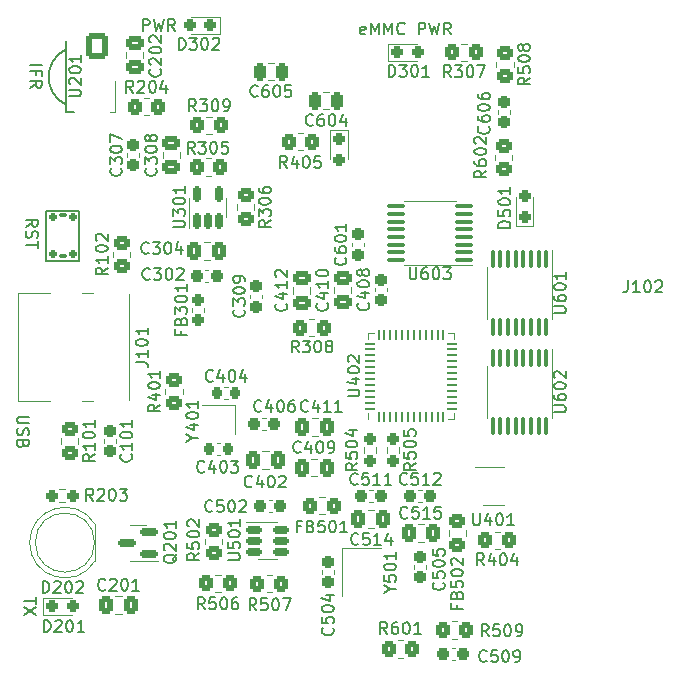
<source format=gbr>
%TF.GenerationSoftware,KiCad,Pcbnew,7.0.5*%
%TF.CreationDate,2023-08-14T22:02:20+09:00*%
%TF.ProjectId,sdcdmuxemmc,73646364-6d75-4786-956d-6d632e6b6963,rev?*%
%TF.SameCoordinates,Original*%
%TF.FileFunction,Legend,Top*%
%TF.FilePolarity,Positive*%
%FSLAX46Y46*%
G04 Gerber Fmt 4.6, Leading zero omitted, Abs format (unit mm)*
G04 Created by KiCad (PCBNEW 7.0.5) date 2023-08-14 22:02:20*
%MOMM*%
%LPD*%
G01*
G04 APERTURE LIST*
G04 Aperture macros list*
%AMRoundRect*
0 Rectangle with rounded corners*
0 $1 Rounding radius*
0 $2 $3 $4 $5 $6 $7 $8 $9 X,Y pos of 4 corners*
0 Add a 4 corners polygon primitive as box body*
4,1,4,$2,$3,$4,$5,$6,$7,$8,$9,$2,$3,0*
0 Add four circle primitives for the rounded corners*
1,1,$1+$1,$2,$3*
1,1,$1+$1,$4,$5*
1,1,$1+$1,$6,$7*
1,1,$1+$1,$8,$9*
0 Add four rect primitives between the rounded corners*
20,1,$1+$1,$2,$3,$4,$5,0*
20,1,$1+$1,$4,$5,$6,$7,0*
20,1,$1+$1,$6,$7,$8,$9,0*
20,1,$1+$1,$8,$9,$2,$3,0*%
G04 Aperture macros list end*
%ADD10C,0.150000*%
%ADD11C,0.120000*%
%ADD12RoundRect,0.150000X0.150000X-0.512500X0.150000X0.512500X-0.150000X0.512500X-0.150000X-0.512500X0*%
%ADD13RoundRect,0.237500X0.237500X-0.300000X0.237500X0.300000X-0.237500X0.300000X-0.237500X-0.300000X0*%
%ADD14RoundRect,0.250000X-0.350000X-0.450000X0.350000X-0.450000X0.350000X0.450000X-0.350000X0.450000X0*%
%ADD15RoundRect,0.237500X-0.300000X-0.237500X0.300000X-0.237500X0.300000X0.237500X-0.300000X0.237500X0*%
%ADD16RoundRect,0.200000X-1.600000X0.200000X-1.600000X-0.200000X1.600000X-0.200000X1.600000X0.200000X0*%
%ADD17RoundRect,0.200000X-1.750000X0.200000X-1.750000X-0.200000X1.750000X-0.200000X1.750000X0.200000X0*%
%ADD18RoundRect,0.237500X-0.237500X0.300000X-0.237500X-0.300000X0.237500X-0.300000X0.237500X0.300000X0*%
%ADD19RoundRect,0.250000X0.337500X0.475000X-0.337500X0.475000X-0.337500X-0.475000X0.337500X-0.475000X0*%
%ADD20RoundRect,0.100000X-0.100000X0.637500X-0.100000X-0.637500X0.100000X-0.637500X0.100000X0.637500X0*%
%ADD21RoundRect,0.062500X0.062500X-0.375000X0.062500X0.375000X-0.062500X0.375000X-0.062500X-0.375000X0*%
%ADD22RoundRect,0.062500X0.375000X-0.062500X0.375000X0.062500X-0.375000X0.062500X-0.375000X-0.062500X0*%
%ADD23C,3.000000*%
%ADD24R,5.150000X5.150000*%
%ADD25RoundRect,0.250000X0.450000X-0.350000X0.450000X0.350000X-0.450000X0.350000X-0.450000X-0.350000X0*%
%ADD26RoundRect,0.250000X0.350000X0.450000X-0.350000X0.450000X-0.350000X-0.450000X0.350000X-0.450000X0*%
%ADD27R,0.900000X0.800000*%
%ADD28RoundRect,0.150000X-0.512500X-0.150000X0.512500X-0.150000X0.512500X0.150000X-0.512500X0.150000X0*%
%ADD29RoundRect,0.250000X-0.450000X0.350000X-0.450000X-0.350000X0.450000X-0.350000X0.450000X0.350000X0*%
%ADD30RoundRect,0.237500X0.237500X-0.287500X0.237500X0.287500X-0.237500X0.287500X-0.237500X-0.287500X0*%
%ADD31RoundRect,0.237500X-0.287500X-0.237500X0.287500X-0.237500X0.287500X0.237500X-0.287500X0.237500X0*%
%ADD32R,1.200000X1.400000*%
%ADD33RoundRect,0.225000X0.225000X0.250000X-0.225000X0.250000X-0.225000X-0.250000X0.225000X-0.250000X0*%
%ADD34RoundRect,0.250200X-0.649800X0.849800X-0.649800X-0.849800X0.649800X-0.849800X0.649800X0.849800X0*%
%ADD35O,1.800000X2.200000*%
%ADD36RoundRect,0.250000X-0.325000X-0.450000X0.325000X-0.450000X0.325000X0.450000X-0.325000X0.450000X0*%
%ADD37RoundRect,0.250000X-0.337500X-0.475000X0.337500X-0.475000X0.337500X0.475000X-0.337500X0.475000X0*%
%ADD38RoundRect,0.250000X0.450000X-0.325000X0.450000X0.325000X-0.450000X0.325000X-0.450000X-0.325000X0*%
%ADD39RoundRect,0.237500X0.287500X0.237500X-0.287500X0.237500X-0.287500X-0.237500X0.287500X-0.237500X0*%
%ADD40RoundRect,0.100000X0.637500X0.100000X-0.637500X0.100000X-0.637500X-0.100000X0.637500X-0.100000X0*%
%ADD41RoundRect,0.250000X0.250000X0.475000X-0.250000X0.475000X-0.250000X-0.475000X0.250000X-0.475000X0*%
%ADD42C,0.700000*%
%ADD43O,2.400000X0.900000*%
%ADD44O,1.700000X0.900000*%
%ADD45RoundRect,0.250000X0.475000X-0.337500X0.475000X0.337500X-0.475000X0.337500X-0.475000X-0.337500X0*%
%ADD46RoundRect,0.237500X0.300000X0.237500X-0.300000X0.237500X-0.300000X-0.237500X0.300000X-0.237500X0*%
%ADD47R,1.800000X1.800000*%
%ADD48C,1.800000*%
%ADD49RoundRect,0.237500X-0.237500X0.250000X-0.237500X-0.250000X0.237500X-0.250000X0.237500X0.250000X0*%
%ADD50RoundRect,0.237500X-0.237500X0.287500X-0.237500X-0.287500X0.237500X-0.287500X0.237500X0.287500X0*%
%ADD51RoundRect,0.237500X0.250000X0.237500X-0.250000X0.237500X-0.250000X-0.237500X0.250000X-0.237500X0*%
%ADD52RoundRect,0.150000X0.587500X0.150000X-0.587500X0.150000X-0.587500X-0.150000X0.587500X-0.150000X0*%
%ADD53RoundRect,0.225000X-0.225000X-0.250000X0.225000X-0.250000X0.225000X0.250000X-0.225000X0.250000X0*%
%ADD54RoundRect,0.150000X-0.150000X0.175000X-0.150000X-0.175000X0.150000X-0.175000X0.150000X0.175000X0*%
%ADD55RoundRect,0.087500X-0.262500X0.087500X-0.262500X-0.087500X0.262500X-0.087500X0.262500X0.087500X0*%
%ADD56R,1.560000X0.650000*%
G04 APERTURE END LIST*
D10*
X189617731Y-71032200D02*
X189522493Y-71079819D01*
X189522493Y-71079819D02*
X189332017Y-71079819D01*
X189332017Y-71079819D02*
X189236779Y-71032200D01*
X189236779Y-71032200D02*
X189189160Y-70936961D01*
X189189160Y-70936961D02*
X189189160Y-70556009D01*
X189189160Y-70556009D02*
X189236779Y-70460771D01*
X189236779Y-70460771D02*
X189332017Y-70413152D01*
X189332017Y-70413152D02*
X189522493Y-70413152D01*
X189522493Y-70413152D02*
X189617731Y-70460771D01*
X189617731Y-70460771D02*
X189665350Y-70556009D01*
X189665350Y-70556009D02*
X189665350Y-70651247D01*
X189665350Y-70651247D02*
X189189160Y-70746485D01*
X190093922Y-71079819D02*
X190093922Y-70079819D01*
X190093922Y-70079819D02*
X190427255Y-70794104D01*
X190427255Y-70794104D02*
X190760588Y-70079819D01*
X190760588Y-70079819D02*
X190760588Y-71079819D01*
X191236779Y-71079819D02*
X191236779Y-70079819D01*
X191236779Y-70079819D02*
X191570112Y-70794104D01*
X191570112Y-70794104D02*
X191903445Y-70079819D01*
X191903445Y-70079819D02*
X191903445Y-71079819D01*
X192951064Y-70984580D02*
X192903445Y-71032200D01*
X192903445Y-71032200D02*
X192760588Y-71079819D01*
X192760588Y-71079819D02*
X192665350Y-71079819D01*
X192665350Y-71079819D02*
X192522493Y-71032200D01*
X192522493Y-71032200D02*
X192427255Y-70936961D01*
X192427255Y-70936961D02*
X192379636Y-70841723D01*
X192379636Y-70841723D02*
X192332017Y-70651247D01*
X192332017Y-70651247D02*
X192332017Y-70508390D01*
X192332017Y-70508390D02*
X192379636Y-70317914D01*
X192379636Y-70317914D02*
X192427255Y-70222676D01*
X192427255Y-70222676D02*
X192522493Y-70127438D01*
X192522493Y-70127438D02*
X192665350Y-70079819D01*
X192665350Y-70079819D02*
X192760588Y-70079819D01*
X192760588Y-70079819D02*
X192903445Y-70127438D01*
X192903445Y-70127438D02*
X192951064Y-70175057D01*
X194141541Y-71079819D02*
X194141541Y-70079819D01*
X194141541Y-70079819D02*
X194522493Y-70079819D01*
X194522493Y-70079819D02*
X194617731Y-70127438D01*
X194617731Y-70127438D02*
X194665350Y-70175057D01*
X194665350Y-70175057D02*
X194712969Y-70270295D01*
X194712969Y-70270295D02*
X194712969Y-70413152D01*
X194712969Y-70413152D02*
X194665350Y-70508390D01*
X194665350Y-70508390D02*
X194617731Y-70556009D01*
X194617731Y-70556009D02*
X194522493Y-70603628D01*
X194522493Y-70603628D02*
X194141541Y-70603628D01*
X195046303Y-70079819D02*
X195284398Y-71079819D01*
X195284398Y-71079819D02*
X195474874Y-70365533D01*
X195474874Y-70365533D02*
X195665350Y-71079819D01*
X195665350Y-71079819D02*
X195903446Y-70079819D01*
X196855826Y-71079819D02*
X196522493Y-70603628D01*
X196284398Y-71079819D02*
X196284398Y-70079819D01*
X196284398Y-70079819D02*
X196665350Y-70079819D01*
X196665350Y-70079819D02*
X196760588Y-70127438D01*
X196760588Y-70127438D02*
X196808207Y-70175057D01*
X196808207Y-70175057D02*
X196855826Y-70270295D01*
X196855826Y-70270295D02*
X196855826Y-70413152D01*
X196855826Y-70413152D02*
X196808207Y-70508390D01*
X196808207Y-70508390D02*
X196760588Y-70556009D01*
X196760588Y-70556009D02*
X196665350Y-70603628D01*
X196665350Y-70603628D02*
X196284398Y-70603628D01*
X170796667Y-70794819D02*
X170796667Y-69794819D01*
X170796667Y-69794819D02*
X171177619Y-69794819D01*
X171177619Y-69794819D02*
X171272857Y-69842438D01*
X171272857Y-69842438D02*
X171320476Y-69890057D01*
X171320476Y-69890057D02*
X171368095Y-69985295D01*
X171368095Y-69985295D02*
X171368095Y-70128152D01*
X171368095Y-70128152D02*
X171320476Y-70223390D01*
X171320476Y-70223390D02*
X171272857Y-70271009D01*
X171272857Y-70271009D02*
X171177619Y-70318628D01*
X171177619Y-70318628D02*
X170796667Y-70318628D01*
X171701429Y-69794819D02*
X171939524Y-70794819D01*
X171939524Y-70794819D02*
X172130000Y-70080533D01*
X172130000Y-70080533D02*
X172320476Y-70794819D01*
X172320476Y-70794819D02*
X172558572Y-69794819D01*
X173510952Y-70794819D02*
X173177619Y-70318628D01*
X172939524Y-70794819D02*
X172939524Y-69794819D01*
X172939524Y-69794819D02*
X173320476Y-69794819D01*
X173320476Y-69794819D02*
X173415714Y-69842438D01*
X173415714Y-69842438D02*
X173463333Y-69890057D01*
X173463333Y-69890057D02*
X173510952Y-69985295D01*
X173510952Y-69985295D02*
X173510952Y-70128152D01*
X173510952Y-70128152D02*
X173463333Y-70223390D01*
X173463333Y-70223390D02*
X173415714Y-70271009D01*
X173415714Y-70271009D02*
X173320476Y-70318628D01*
X173320476Y-70318628D02*
X172939524Y-70318628D01*
X161745180Y-118738095D02*
X161745180Y-119309523D01*
X160745180Y-119023809D02*
X161745180Y-119023809D01*
X161745180Y-119547619D02*
X160745180Y-120214285D01*
X161745180Y-120214285D02*
X160745180Y-119547619D01*
X160895180Y-87342380D02*
X161371371Y-87009047D01*
X160895180Y-86770952D02*
X161895180Y-86770952D01*
X161895180Y-86770952D02*
X161895180Y-87151904D01*
X161895180Y-87151904D02*
X161847561Y-87247142D01*
X161847561Y-87247142D02*
X161799942Y-87294761D01*
X161799942Y-87294761D02*
X161704704Y-87342380D01*
X161704704Y-87342380D02*
X161561847Y-87342380D01*
X161561847Y-87342380D02*
X161466609Y-87294761D01*
X161466609Y-87294761D02*
X161418990Y-87247142D01*
X161418990Y-87247142D02*
X161371371Y-87151904D01*
X161371371Y-87151904D02*
X161371371Y-86770952D01*
X160942800Y-87723333D02*
X160895180Y-87866190D01*
X160895180Y-87866190D02*
X160895180Y-88104285D01*
X160895180Y-88104285D02*
X160942800Y-88199523D01*
X160942800Y-88199523D02*
X160990419Y-88247142D01*
X160990419Y-88247142D02*
X161085657Y-88294761D01*
X161085657Y-88294761D02*
X161180895Y-88294761D01*
X161180895Y-88294761D02*
X161276133Y-88247142D01*
X161276133Y-88247142D02*
X161323752Y-88199523D01*
X161323752Y-88199523D02*
X161371371Y-88104285D01*
X161371371Y-88104285D02*
X161418990Y-87913809D01*
X161418990Y-87913809D02*
X161466609Y-87818571D01*
X161466609Y-87818571D02*
X161514228Y-87770952D01*
X161514228Y-87770952D02*
X161609466Y-87723333D01*
X161609466Y-87723333D02*
X161704704Y-87723333D01*
X161704704Y-87723333D02*
X161799942Y-87770952D01*
X161799942Y-87770952D02*
X161847561Y-87818571D01*
X161847561Y-87818571D02*
X161895180Y-87913809D01*
X161895180Y-87913809D02*
X161895180Y-88151904D01*
X161895180Y-88151904D02*
X161847561Y-88294761D01*
X161895180Y-88580476D02*
X161895180Y-89151904D01*
X160895180Y-88866190D02*
X161895180Y-88866190D01*
X161245180Y-73671429D02*
X162245180Y-73671429D01*
X161768990Y-74480952D02*
X161768990Y-74147619D01*
X161245180Y-74147619D02*
X162245180Y-74147619D01*
X162245180Y-74147619D02*
X162245180Y-74623809D01*
X161245180Y-75576190D02*
X161721371Y-75242857D01*
X161245180Y-75004762D02*
X162245180Y-75004762D01*
X162245180Y-75004762D02*
X162245180Y-75385714D01*
X162245180Y-75385714D02*
X162197561Y-75480952D01*
X162197561Y-75480952D02*
X162149942Y-75528571D01*
X162149942Y-75528571D02*
X162054704Y-75576190D01*
X162054704Y-75576190D02*
X161911847Y-75576190D01*
X161911847Y-75576190D02*
X161816609Y-75528571D01*
X161816609Y-75528571D02*
X161768990Y-75480952D01*
X161768990Y-75480952D02*
X161721371Y-75385714D01*
X161721371Y-75385714D02*
X161721371Y-75004762D01*
X161145180Y-103438095D02*
X160335657Y-103438095D01*
X160335657Y-103438095D02*
X160240419Y-103485714D01*
X160240419Y-103485714D02*
X160192800Y-103533333D01*
X160192800Y-103533333D02*
X160145180Y-103628571D01*
X160145180Y-103628571D02*
X160145180Y-103819047D01*
X160145180Y-103819047D02*
X160192800Y-103914285D01*
X160192800Y-103914285D02*
X160240419Y-103961904D01*
X160240419Y-103961904D02*
X160335657Y-104009523D01*
X160335657Y-104009523D02*
X161145180Y-104009523D01*
X160192800Y-104438095D02*
X160145180Y-104580952D01*
X160145180Y-104580952D02*
X160145180Y-104819047D01*
X160145180Y-104819047D02*
X160192800Y-104914285D01*
X160192800Y-104914285D02*
X160240419Y-104961904D01*
X160240419Y-104961904D02*
X160335657Y-105009523D01*
X160335657Y-105009523D02*
X160430895Y-105009523D01*
X160430895Y-105009523D02*
X160526133Y-104961904D01*
X160526133Y-104961904D02*
X160573752Y-104914285D01*
X160573752Y-104914285D02*
X160621371Y-104819047D01*
X160621371Y-104819047D02*
X160668990Y-104628571D01*
X160668990Y-104628571D02*
X160716609Y-104533333D01*
X160716609Y-104533333D02*
X160764228Y-104485714D01*
X160764228Y-104485714D02*
X160859466Y-104438095D01*
X160859466Y-104438095D02*
X160954704Y-104438095D01*
X160954704Y-104438095D02*
X161049942Y-104485714D01*
X161049942Y-104485714D02*
X161097561Y-104533333D01*
X161097561Y-104533333D02*
X161145180Y-104628571D01*
X161145180Y-104628571D02*
X161145180Y-104866666D01*
X161145180Y-104866666D02*
X161097561Y-105009523D01*
X160668990Y-105771428D02*
X160621371Y-105914285D01*
X160621371Y-105914285D02*
X160573752Y-105961904D01*
X160573752Y-105961904D02*
X160478514Y-106009523D01*
X160478514Y-106009523D02*
X160335657Y-106009523D01*
X160335657Y-106009523D02*
X160240419Y-105961904D01*
X160240419Y-105961904D02*
X160192800Y-105914285D01*
X160192800Y-105914285D02*
X160145180Y-105819047D01*
X160145180Y-105819047D02*
X160145180Y-105438095D01*
X160145180Y-105438095D02*
X161145180Y-105438095D01*
X161145180Y-105438095D02*
X161145180Y-105771428D01*
X161145180Y-105771428D02*
X161097561Y-105866666D01*
X161097561Y-105866666D02*
X161049942Y-105914285D01*
X161049942Y-105914285D02*
X160954704Y-105961904D01*
X160954704Y-105961904D02*
X160859466Y-105961904D01*
X160859466Y-105961904D02*
X160764228Y-105914285D01*
X160764228Y-105914285D02*
X160716609Y-105866666D01*
X160716609Y-105866666D02*
X160668990Y-105771428D01*
X160668990Y-105771428D02*
X160668990Y-105438095D01*
%TO.C,U301*%
X173354819Y-87414285D02*
X174164342Y-87414285D01*
X174164342Y-87414285D02*
X174259580Y-87366666D01*
X174259580Y-87366666D02*
X174307200Y-87319047D01*
X174307200Y-87319047D02*
X174354819Y-87223809D01*
X174354819Y-87223809D02*
X174354819Y-87033333D01*
X174354819Y-87033333D02*
X174307200Y-86938095D01*
X174307200Y-86938095D02*
X174259580Y-86890476D01*
X174259580Y-86890476D02*
X174164342Y-86842857D01*
X174164342Y-86842857D02*
X173354819Y-86842857D01*
X173354819Y-86461904D02*
X173354819Y-85842857D01*
X173354819Y-85842857D02*
X173735771Y-86176190D01*
X173735771Y-86176190D02*
X173735771Y-86033333D01*
X173735771Y-86033333D02*
X173783390Y-85938095D01*
X173783390Y-85938095D02*
X173831009Y-85890476D01*
X173831009Y-85890476D02*
X173926247Y-85842857D01*
X173926247Y-85842857D02*
X174164342Y-85842857D01*
X174164342Y-85842857D02*
X174259580Y-85890476D01*
X174259580Y-85890476D02*
X174307200Y-85938095D01*
X174307200Y-85938095D02*
X174354819Y-86033333D01*
X174354819Y-86033333D02*
X174354819Y-86319047D01*
X174354819Y-86319047D02*
X174307200Y-86414285D01*
X174307200Y-86414285D02*
X174259580Y-86461904D01*
X173354819Y-85223809D02*
X173354819Y-85128571D01*
X173354819Y-85128571D02*
X173402438Y-85033333D01*
X173402438Y-85033333D02*
X173450057Y-84985714D01*
X173450057Y-84985714D02*
X173545295Y-84938095D01*
X173545295Y-84938095D02*
X173735771Y-84890476D01*
X173735771Y-84890476D02*
X173973866Y-84890476D01*
X173973866Y-84890476D02*
X174164342Y-84938095D01*
X174164342Y-84938095D02*
X174259580Y-84985714D01*
X174259580Y-84985714D02*
X174307200Y-85033333D01*
X174307200Y-85033333D02*
X174354819Y-85128571D01*
X174354819Y-85128571D02*
X174354819Y-85223809D01*
X174354819Y-85223809D02*
X174307200Y-85319047D01*
X174307200Y-85319047D02*
X174259580Y-85366666D01*
X174259580Y-85366666D02*
X174164342Y-85414285D01*
X174164342Y-85414285D02*
X173973866Y-85461904D01*
X173973866Y-85461904D02*
X173735771Y-85461904D01*
X173735771Y-85461904D02*
X173545295Y-85414285D01*
X173545295Y-85414285D02*
X173450057Y-85366666D01*
X173450057Y-85366666D02*
X173402438Y-85319047D01*
X173402438Y-85319047D02*
X173354819Y-85223809D01*
X174354819Y-83938095D02*
X174354819Y-84509523D01*
X174354819Y-84223809D02*
X173354819Y-84223809D01*
X173354819Y-84223809D02*
X173497676Y-84319047D01*
X173497676Y-84319047D02*
X173592914Y-84414285D01*
X173592914Y-84414285D02*
X173640533Y-84509523D01*
%TO.C,C408*%
X189867080Y-93811547D02*
X189914700Y-93859166D01*
X189914700Y-93859166D02*
X189962319Y-94002023D01*
X189962319Y-94002023D02*
X189962319Y-94097261D01*
X189962319Y-94097261D02*
X189914700Y-94240118D01*
X189914700Y-94240118D02*
X189819461Y-94335356D01*
X189819461Y-94335356D02*
X189724223Y-94382975D01*
X189724223Y-94382975D02*
X189533747Y-94430594D01*
X189533747Y-94430594D02*
X189390890Y-94430594D01*
X189390890Y-94430594D02*
X189200414Y-94382975D01*
X189200414Y-94382975D02*
X189105176Y-94335356D01*
X189105176Y-94335356D02*
X189009938Y-94240118D01*
X189009938Y-94240118D02*
X188962319Y-94097261D01*
X188962319Y-94097261D02*
X188962319Y-94002023D01*
X188962319Y-94002023D02*
X189009938Y-93859166D01*
X189009938Y-93859166D02*
X189057557Y-93811547D01*
X189295652Y-92954404D02*
X189962319Y-92954404D01*
X188914700Y-93192499D02*
X189628985Y-93430594D01*
X189628985Y-93430594D02*
X189628985Y-92811547D01*
X188962319Y-92240118D02*
X188962319Y-92144880D01*
X188962319Y-92144880D02*
X189009938Y-92049642D01*
X189009938Y-92049642D02*
X189057557Y-92002023D01*
X189057557Y-92002023D02*
X189152795Y-91954404D01*
X189152795Y-91954404D02*
X189343271Y-91906785D01*
X189343271Y-91906785D02*
X189581366Y-91906785D01*
X189581366Y-91906785D02*
X189771842Y-91954404D01*
X189771842Y-91954404D02*
X189867080Y-92002023D01*
X189867080Y-92002023D02*
X189914700Y-92049642D01*
X189914700Y-92049642D02*
X189962319Y-92144880D01*
X189962319Y-92144880D02*
X189962319Y-92240118D01*
X189962319Y-92240118D02*
X189914700Y-92335356D01*
X189914700Y-92335356D02*
X189867080Y-92382975D01*
X189867080Y-92382975D02*
X189771842Y-92430594D01*
X189771842Y-92430594D02*
X189581366Y-92478213D01*
X189581366Y-92478213D02*
X189343271Y-92478213D01*
X189343271Y-92478213D02*
X189152795Y-92430594D01*
X189152795Y-92430594D02*
X189057557Y-92382975D01*
X189057557Y-92382975D02*
X189009938Y-92335356D01*
X189009938Y-92335356D02*
X188962319Y-92240118D01*
X189390890Y-91335356D02*
X189343271Y-91430594D01*
X189343271Y-91430594D02*
X189295652Y-91478213D01*
X189295652Y-91478213D02*
X189200414Y-91525832D01*
X189200414Y-91525832D02*
X189152795Y-91525832D01*
X189152795Y-91525832D02*
X189057557Y-91478213D01*
X189057557Y-91478213D02*
X189009938Y-91430594D01*
X189009938Y-91430594D02*
X188962319Y-91335356D01*
X188962319Y-91335356D02*
X188962319Y-91144880D01*
X188962319Y-91144880D02*
X189009938Y-91049642D01*
X189009938Y-91049642D02*
X189057557Y-91002023D01*
X189057557Y-91002023D02*
X189152795Y-90954404D01*
X189152795Y-90954404D02*
X189200414Y-90954404D01*
X189200414Y-90954404D02*
X189295652Y-91002023D01*
X189295652Y-91002023D02*
X189343271Y-91049642D01*
X189343271Y-91049642D02*
X189390890Y-91144880D01*
X189390890Y-91144880D02*
X189390890Y-91335356D01*
X189390890Y-91335356D02*
X189438509Y-91430594D01*
X189438509Y-91430594D02*
X189486128Y-91478213D01*
X189486128Y-91478213D02*
X189581366Y-91525832D01*
X189581366Y-91525832D02*
X189771842Y-91525832D01*
X189771842Y-91525832D02*
X189867080Y-91478213D01*
X189867080Y-91478213D02*
X189914700Y-91430594D01*
X189914700Y-91430594D02*
X189962319Y-91335356D01*
X189962319Y-91335356D02*
X189962319Y-91144880D01*
X189962319Y-91144880D02*
X189914700Y-91049642D01*
X189914700Y-91049642D02*
X189867080Y-91002023D01*
X189867080Y-91002023D02*
X189771842Y-90954404D01*
X189771842Y-90954404D02*
X189581366Y-90954404D01*
X189581366Y-90954404D02*
X189486128Y-91002023D01*
X189486128Y-91002023D02*
X189438509Y-91049642D01*
X189438509Y-91049642D02*
X189390890Y-91144880D01*
%TO.C,R309*%
X175290952Y-77574819D02*
X174957619Y-77098628D01*
X174719524Y-77574819D02*
X174719524Y-76574819D01*
X174719524Y-76574819D02*
X175100476Y-76574819D01*
X175100476Y-76574819D02*
X175195714Y-76622438D01*
X175195714Y-76622438D02*
X175243333Y-76670057D01*
X175243333Y-76670057D02*
X175290952Y-76765295D01*
X175290952Y-76765295D02*
X175290952Y-76908152D01*
X175290952Y-76908152D02*
X175243333Y-77003390D01*
X175243333Y-77003390D02*
X175195714Y-77051009D01*
X175195714Y-77051009D02*
X175100476Y-77098628D01*
X175100476Y-77098628D02*
X174719524Y-77098628D01*
X175624286Y-76574819D02*
X176243333Y-76574819D01*
X176243333Y-76574819D02*
X175910000Y-76955771D01*
X175910000Y-76955771D02*
X176052857Y-76955771D01*
X176052857Y-76955771D02*
X176148095Y-77003390D01*
X176148095Y-77003390D02*
X176195714Y-77051009D01*
X176195714Y-77051009D02*
X176243333Y-77146247D01*
X176243333Y-77146247D02*
X176243333Y-77384342D01*
X176243333Y-77384342D02*
X176195714Y-77479580D01*
X176195714Y-77479580D02*
X176148095Y-77527200D01*
X176148095Y-77527200D02*
X176052857Y-77574819D01*
X176052857Y-77574819D02*
X175767143Y-77574819D01*
X175767143Y-77574819D02*
X175671905Y-77527200D01*
X175671905Y-77527200D02*
X175624286Y-77479580D01*
X176862381Y-76574819D02*
X176957619Y-76574819D01*
X176957619Y-76574819D02*
X177052857Y-76622438D01*
X177052857Y-76622438D02*
X177100476Y-76670057D01*
X177100476Y-76670057D02*
X177148095Y-76765295D01*
X177148095Y-76765295D02*
X177195714Y-76955771D01*
X177195714Y-76955771D02*
X177195714Y-77193866D01*
X177195714Y-77193866D02*
X177148095Y-77384342D01*
X177148095Y-77384342D02*
X177100476Y-77479580D01*
X177100476Y-77479580D02*
X177052857Y-77527200D01*
X177052857Y-77527200D02*
X176957619Y-77574819D01*
X176957619Y-77574819D02*
X176862381Y-77574819D01*
X176862381Y-77574819D02*
X176767143Y-77527200D01*
X176767143Y-77527200D02*
X176719524Y-77479580D01*
X176719524Y-77479580D02*
X176671905Y-77384342D01*
X176671905Y-77384342D02*
X176624286Y-77193866D01*
X176624286Y-77193866D02*
X176624286Y-76955771D01*
X176624286Y-76955771D02*
X176671905Y-76765295D01*
X176671905Y-76765295D02*
X176719524Y-76670057D01*
X176719524Y-76670057D02*
X176767143Y-76622438D01*
X176767143Y-76622438D02*
X176862381Y-76574819D01*
X177671905Y-77574819D02*
X177862381Y-77574819D01*
X177862381Y-77574819D02*
X177957619Y-77527200D01*
X177957619Y-77527200D02*
X178005238Y-77479580D01*
X178005238Y-77479580D02*
X178100476Y-77336723D01*
X178100476Y-77336723D02*
X178148095Y-77146247D01*
X178148095Y-77146247D02*
X178148095Y-76765295D01*
X178148095Y-76765295D02*
X178100476Y-76670057D01*
X178100476Y-76670057D02*
X178052857Y-76622438D01*
X178052857Y-76622438D02*
X177957619Y-76574819D01*
X177957619Y-76574819D02*
X177767143Y-76574819D01*
X177767143Y-76574819D02*
X177671905Y-76622438D01*
X177671905Y-76622438D02*
X177624286Y-76670057D01*
X177624286Y-76670057D02*
X177576667Y-76765295D01*
X177576667Y-76765295D02*
X177576667Y-77003390D01*
X177576667Y-77003390D02*
X177624286Y-77098628D01*
X177624286Y-77098628D02*
X177671905Y-77146247D01*
X177671905Y-77146247D02*
X177767143Y-77193866D01*
X177767143Y-77193866D02*
X177957619Y-77193866D01*
X177957619Y-77193866D02*
X178052857Y-77146247D01*
X178052857Y-77146247D02*
X178100476Y-77098628D01*
X178100476Y-77098628D02*
X178148095Y-77003390D01*
%TO.C,C509*%
X199890952Y-124109580D02*
X199843333Y-124157200D01*
X199843333Y-124157200D02*
X199700476Y-124204819D01*
X199700476Y-124204819D02*
X199605238Y-124204819D01*
X199605238Y-124204819D02*
X199462381Y-124157200D01*
X199462381Y-124157200D02*
X199367143Y-124061961D01*
X199367143Y-124061961D02*
X199319524Y-123966723D01*
X199319524Y-123966723D02*
X199271905Y-123776247D01*
X199271905Y-123776247D02*
X199271905Y-123633390D01*
X199271905Y-123633390D02*
X199319524Y-123442914D01*
X199319524Y-123442914D02*
X199367143Y-123347676D01*
X199367143Y-123347676D02*
X199462381Y-123252438D01*
X199462381Y-123252438D02*
X199605238Y-123204819D01*
X199605238Y-123204819D02*
X199700476Y-123204819D01*
X199700476Y-123204819D02*
X199843333Y-123252438D01*
X199843333Y-123252438D02*
X199890952Y-123300057D01*
X200795714Y-123204819D02*
X200319524Y-123204819D01*
X200319524Y-123204819D02*
X200271905Y-123681009D01*
X200271905Y-123681009D02*
X200319524Y-123633390D01*
X200319524Y-123633390D02*
X200414762Y-123585771D01*
X200414762Y-123585771D02*
X200652857Y-123585771D01*
X200652857Y-123585771D02*
X200748095Y-123633390D01*
X200748095Y-123633390D02*
X200795714Y-123681009D01*
X200795714Y-123681009D02*
X200843333Y-123776247D01*
X200843333Y-123776247D02*
X200843333Y-124014342D01*
X200843333Y-124014342D02*
X200795714Y-124109580D01*
X200795714Y-124109580D02*
X200748095Y-124157200D01*
X200748095Y-124157200D02*
X200652857Y-124204819D01*
X200652857Y-124204819D02*
X200414762Y-124204819D01*
X200414762Y-124204819D02*
X200319524Y-124157200D01*
X200319524Y-124157200D02*
X200271905Y-124109580D01*
X201462381Y-123204819D02*
X201557619Y-123204819D01*
X201557619Y-123204819D02*
X201652857Y-123252438D01*
X201652857Y-123252438D02*
X201700476Y-123300057D01*
X201700476Y-123300057D02*
X201748095Y-123395295D01*
X201748095Y-123395295D02*
X201795714Y-123585771D01*
X201795714Y-123585771D02*
X201795714Y-123823866D01*
X201795714Y-123823866D02*
X201748095Y-124014342D01*
X201748095Y-124014342D02*
X201700476Y-124109580D01*
X201700476Y-124109580D02*
X201652857Y-124157200D01*
X201652857Y-124157200D02*
X201557619Y-124204819D01*
X201557619Y-124204819D02*
X201462381Y-124204819D01*
X201462381Y-124204819D02*
X201367143Y-124157200D01*
X201367143Y-124157200D02*
X201319524Y-124109580D01*
X201319524Y-124109580D02*
X201271905Y-124014342D01*
X201271905Y-124014342D02*
X201224286Y-123823866D01*
X201224286Y-123823866D02*
X201224286Y-123585771D01*
X201224286Y-123585771D02*
X201271905Y-123395295D01*
X201271905Y-123395295D02*
X201319524Y-123300057D01*
X201319524Y-123300057D02*
X201367143Y-123252438D01*
X201367143Y-123252438D02*
X201462381Y-123204819D01*
X202271905Y-124204819D02*
X202462381Y-124204819D01*
X202462381Y-124204819D02*
X202557619Y-124157200D01*
X202557619Y-124157200D02*
X202605238Y-124109580D01*
X202605238Y-124109580D02*
X202700476Y-123966723D01*
X202700476Y-123966723D02*
X202748095Y-123776247D01*
X202748095Y-123776247D02*
X202748095Y-123395295D01*
X202748095Y-123395295D02*
X202700476Y-123300057D01*
X202700476Y-123300057D02*
X202652857Y-123252438D01*
X202652857Y-123252438D02*
X202557619Y-123204819D01*
X202557619Y-123204819D02*
X202367143Y-123204819D01*
X202367143Y-123204819D02*
X202271905Y-123252438D01*
X202271905Y-123252438D02*
X202224286Y-123300057D01*
X202224286Y-123300057D02*
X202176667Y-123395295D01*
X202176667Y-123395295D02*
X202176667Y-123633390D01*
X202176667Y-123633390D02*
X202224286Y-123728628D01*
X202224286Y-123728628D02*
X202271905Y-123776247D01*
X202271905Y-123776247D02*
X202367143Y-123823866D01*
X202367143Y-123823866D02*
X202557619Y-123823866D01*
X202557619Y-123823866D02*
X202652857Y-123776247D01*
X202652857Y-123776247D02*
X202700476Y-123728628D01*
X202700476Y-123728628D02*
X202748095Y-123633390D01*
%TO.C,J102*%
X211855285Y-91909819D02*
X211855285Y-92624104D01*
X211855285Y-92624104D02*
X211807666Y-92766961D01*
X211807666Y-92766961D02*
X211712428Y-92862200D01*
X211712428Y-92862200D02*
X211569571Y-92909819D01*
X211569571Y-92909819D02*
X211474333Y-92909819D01*
X212855285Y-92909819D02*
X212283857Y-92909819D01*
X212569571Y-92909819D02*
X212569571Y-91909819D01*
X212569571Y-91909819D02*
X212474333Y-92052676D01*
X212474333Y-92052676D02*
X212379095Y-92147914D01*
X212379095Y-92147914D02*
X212283857Y-92195533D01*
X213474333Y-91909819D02*
X213569571Y-91909819D01*
X213569571Y-91909819D02*
X213664809Y-91957438D01*
X213664809Y-91957438D02*
X213712428Y-92005057D01*
X213712428Y-92005057D02*
X213760047Y-92100295D01*
X213760047Y-92100295D02*
X213807666Y-92290771D01*
X213807666Y-92290771D02*
X213807666Y-92528866D01*
X213807666Y-92528866D02*
X213760047Y-92719342D01*
X213760047Y-92719342D02*
X213712428Y-92814580D01*
X213712428Y-92814580D02*
X213664809Y-92862200D01*
X213664809Y-92862200D02*
X213569571Y-92909819D01*
X213569571Y-92909819D02*
X213474333Y-92909819D01*
X213474333Y-92909819D02*
X213379095Y-92862200D01*
X213379095Y-92862200D02*
X213331476Y-92814580D01*
X213331476Y-92814580D02*
X213283857Y-92719342D01*
X213283857Y-92719342D02*
X213236238Y-92528866D01*
X213236238Y-92528866D02*
X213236238Y-92290771D01*
X213236238Y-92290771D02*
X213283857Y-92100295D01*
X213283857Y-92100295D02*
X213331476Y-92005057D01*
X213331476Y-92005057D02*
X213379095Y-91957438D01*
X213379095Y-91957438D02*
X213474333Y-91909819D01*
X214188619Y-92005057D02*
X214236238Y-91957438D01*
X214236238Y-91957438D02*
X214331476Y-91909819D01*
X214331476Y-91909819D02*
X214569571Y-91909819D01*
X214569571Y-91909819D02*
X214664809Y-91957438D01*
X214664809Y-91957438D02*
X214712428Y-92005057D01*
X214712428Y-92005057D02*
X214760047Y-92100295D01*
X214760047Y-92100295D02*
X214760047Y-92195533D01*
X214760047Y-92195533D02*
X214712428Y-92338390D01*
X214712428Y-92338390D02*
X214141000Y-92909819D01*
X214141000Y-92909819D02*
X214760047Y-92909819D01*
%TO.C,C101*%
X169789580Y-106619047D02*
X169837200Y-106666666D01*
X169837200Y-106666666D02*
X169884819Y-106809523D01*
X169884819Y-106809523D02*
X169884819Y-106904761D01*
X169884819Y-106904761D02*
X169837200Y-107047618D01*
X169837200Y-107047618D02*
X169741961Y-107142856D01*
X169741961Y-107142856D02*
X169646723Y-107190475D01*
X169646723Y-107190475D02*
X169456247Y-107238094D01*
X169456247Y-107238094D02*
X169313390Y-107238094D01*
X169313390Y-107238094D02*
X169122914Y-107190475D01*
X169122914Y-107190475D02*
X169027676Y-107142856D01*
X169027676Y-107142856D02*
X168932438Y-107047618D01*
X168932438Y-107047618D02*
X168884819Y-106904761D01*
X168884819Y-106904761D02*
X168884819Y-106809523D01*
X168884819Y-106809523D02*
X168932438Y-106666666D01*
X168932438Y-106666666D02*
X168980057Y-106619047D01*
X169884819Y-105666666D02*
X169884819Y-106238094D01*
X169884819Y-105952380D02*
X168884819Y-105952380D01*
X168884819Y-105952380D02*
X169027676Y-106047618D01*
X169027676Y-106047618D02*
X169122914Y-106142856D01*
X169122914Y-106142856D02*
X169170533Y-106238094D01*
X168884819Y-105047618D02*
X168884819Y-104952380D01*
X168884819Y-104952380D02*
X168932438Y-104857142D01*
X168932438Y-104857142D02*
X168980057Y-104809523D01*
X168980057Y-104809523D02*
X169075295Y-104761904D01*
X169075295Y-104761904D02*
X169265771Y-104714285D01*
X169265771Y-104714285D02*
X169503866Y-104714285D01*
X169503866Y-104714285D02*
X169694342Y-104761904D01*
X169694342Y-104761904D02*
X169789580Y-104809523D01*
X169789580Y-104809523D02*
X169837200Y-104857142D01*
X169837200Y-104857142D02*
X169884819Y-104952380D01*
X169884819Y-104952380D02*
X169884819Y-105047618D01*
X169884819Y-105047618D02*
X169837200Y-105142856D01*
X169837200Y-105142856D02*
X169789580Y-105190475D01*
X169789580Y-105190475D02*
X169694342Y-105238094D01*
X169694342Y-105238094D02*
X169503866Y-105285713D01*
X169503866Y-105285713D02*
X169265771Y-105285713D01*
X169265771Y-105285713D02*
X169075295Y-105238094D01*
X169075295Y-105238094D02*
X168980057Y-105190475D01*
X168980057Y-105190475D02*
X168932438Y-105142856D01*
X168932438Y-105142856D02*
X168884819Y-105047618D01*
X169884819Y-103761904D02*
X169884819Y-104333332D01*
X169884819Y-104047618D02*
X168884819Y-104047618D01*
X168884819Y-104047618D02*
X169027676Y-104142856D01*
X169027676Y-104142856D02*
X169122914Y-104238094D01*
X169122914Y-104238094D02*
X169170533Y-104333332D01*
%TO.C,C511*%
X188980952Y-109109580D02*
X188933333Y-109157200D01*
X188933333Y-109157200D02*
X188790476Y-109204819D01*
X188790476Y-109204819D02*
X188695238Y-109204819D01*
X188695238Y-109204819D02*
X188552381Y-109157200D01*
X188552381Y-109157200D02*
X188457143Y-109061961D01*
X188457143Y-109061961D02*
X188409524Y-108966723D01*
X188409524Y-108966723D02*
X188361905Y-108776247D01*
X188361905Y-108776247D02*
X188361905Y-108633390D01*
X188361905Y-108633390D02*
X188409524Y-108442914D01*
X188409524Y-108442914D02*
X188457143Y-108347676D01*
X188457143Y-108347676D02*
X188552381Y-108252438D01*
X188552381Y-108252438D02*
X188695238Y-108204819D01*
X188695238Y-108204819D02*
X188790476Y-108204819D01*
X188790476Y-108204819D02*
X188933333Y-108252438D01*
X188933333Y-108252438D02*
X188980952Y-108300057D01*
X189885714Y-108204819D02*
X189409524Y-108204819D01*
X189409524Y-108204819D02*
X189361905Y-108681009D01*
X189361905Y-108681009D02*
X189409524Y-108633390D01*
X189409524Y-108633390D02*
X189504762Y-108585771D01*
X189504762Y-108585771D02*
X189742857Y-108585771D01*
X189742857Y-108585771D02*
X189838095Y-108633390D01*
X189838095Y-108633390D02*
X189885714Y-108681009D01*
X189885714Y-108681009D02*
X189933333Y-108776247D01*
X189933333Y-108776247D02*
X189933333Y-109014342D01*
X189933333Y-109014342D02*
X189885714Y-109109580D01*
X189885714Y-109109580D02*
X189838095Y-109157200D01*
X189838095Y-109157200D02*
X189742857Y-109204819D01*
X189742857Y-109204819D02*
X189504762Y-109204819D01*
X189504762Y-109204819D02*
X189409524Y-109157200D01*
X189409524Y-109157200D02*
X189361905Y-109109580D01*
X190885714Y-109204819D02*
X190314286Y-109204819D01*
X190600000Y-109204819D02*
X190600000Y-108204819D01*
X190600000Y-108204819D02*
X190504762Y-108347676D01*
X190504762Y-108347676D02*
X190409524Y-108442914D01*
X190409524Y-108442914D02*
X190314286Y-108490533D01*
X191838095Y-109204819D02*
X191266667Y-109204819D01*
X191552381Y-109204819D02*
X191552381Y-108204819D01*
X191552381Y-108204819D02*
X191457143Y-108347676D01*
X191457143Y-108347676D02*
X191361905Y-108442914D01*
X191361905Y-108442914D02*
X191266667Y-108490533D01*
%TO.C,C411*%
X184780952Y-102939580D02*
X184733333Y-102987200D01*
X184733333Y-102987200D02*
X184590476Y-103034819D01*
X184590476Y-103034819D02*
X184495238Y-103034819D01*
X184495238Y-103034819D02*
X184352381Y-102987200D01*
X184352381Y-102987200D02*
X184257143Y-102891961D01*
X184257143Y-102891961D02*
X184209524Y-102796723D01*
X184209524Y-102796723D02*
X184161905Y-102606247D01*
X184161905Y-102606247D02*
X184161905Y-102463390D01*
X184161905Y-102463390D02*
X184209524Y-102272914D01*
X184209524Y-102272914D02*
X184257143Y-102177676D01*
X184257143Y-102177676D02*
X184352381Y-102082438D01*
X184352381Y-102082438D02*
X184495238Y-102034819D01*
X184495238Y-102034819D02*
X184590476Y-102034819D01*
X184590476Y-102034819D02*
X184733333Y-102082438D01*
X184733333Y-102082438D02*
X184780952Y-102130057D01*
X185638095Y-102368152D02*
X185638095Y-103034819D01*
X185400000Y-101987200D02*
X185161905Y-102701485D01*
X185161905Y-102701485D02*
X185780952Y-102701485D01*
X186685714Y-103034819D02*
X186114286Y-103034819D01*
X186400000Y-103034819D02*
X186400000Y-102034819D01*
X186400000Y-102034819D02*
X186304762Y-102177676D01*
X186304762Y-102177676D02*
X186209524Y-102272914D01*
X186209524Y-102272914D02*
X186114286Y-102320533D01*
X187638095Y-103034819D02*
X187066667Y-103034819D01*
X187352381Y-103034819D02*
X187352381Y-102034819D01*
X187352381Y-102034819D02*
X187257143Y-102177676D01*
X187257143Y-102177676D02*
X187161905Y-102272914D01*
X187161905Y-102272914D02*
X187066667Y-102320533D01*
%TO.C,R509*%
X200060952Y-122024819D02*
X199727619Y-121548628D01*
X199489524Y-122024819D02*
X199489524Y-121024819D01*
X199489524Y-121024819D02*
X199870476Y-121024819D01*
X199870476Y-121024819D02*
X199965714Y-121072438D01*
X199965714Y-121072438D02*
X200013333Y-121120057D01*
X200013333Y-121120057D02*
X200060952Y-121215295D01*
X200060952Y-121215295D02*
X200060952Y-121358152D01*
X200060952Y-121358152D02*
X200013333Y-121453390D01*
X200013333Y-121453390D02*
X199965714Y-121501009D01*
X199965714Y-121501009D02*
X199870476Y-121548628D01*
X199870476Y-121548628D02*
X199489524Y-121548628D01*
X200965714Y-121024819D02*
X200489524Y-121024819D01*
X200489524Y-121024819D02*
X200441905Y-121501009D01*
X200441905Y-121501009D02*
X200489524Y-121453390D01*
X200489524Y-121453390D02*
X200584762Y-121405771D01*
X200584762Y-121405771D02*
X200822857Y-121405771D01*
X200822857Y-121405771D02*
X200918095Y-121453390D01*
X200918095Y-121453390D02*
X200965714Y-121501009D01*
X200965714Y-121501009D02*
X201013333Y-121596247D01*
X201013333Y-121596247D02*
X201013333Y-121834342D01*
X201013333Y-121834342D02*
X200965714Y-121929580D01*
X200965714Y-121929580D02*
X200918095Y-121977200D01*
X200918095Y-121977200D02*
X200822857Y-122024819D01*
X200822857Y-122024819D02*
X200584762Y-122024819D01*
X200584762Y-122024819D02*
X200489524Y-121977200D01*
X200489524Y-121977200D02*
X200441905Y-121929580D01*
X201632381Y-121024819D02*
X201727619Y-121024819D01*
X201727619Y-121024819D02*
X201822857Y-121072438D01*
X201822857Y-121072438D02*
X201870476Y-121120057D01*
X201870476Y-121120057D02*
X201918095Y-121215295D01*
X201918095Y-121215295D02*
X201965714Y-121405771D01*
X201965714Y-121405771D02*
X201965714Y-121643866D01*
X201965714Y-121643866D02*
X201918095Y-121834342D01*
X201918095Y-121834342D02*
X201870476Y-121929580D01*
X201870476Y-121929580D02*
X201822857Y-121977200D01*
X201822857Y-121977200D02*
X201727619Y-122024819D01*
X201727619Y-122024819D02*
X201632381Y-122024819D01*
X201632381Y-122024819D02*
X201537143Y-121977200D01*
X201537143Y-121977200D02*
X201489524Y-121929580D01*
X201489524Y-121929580D02*
X201441905Y-121834342D01*
X201441905Y-121834342D02*
X201394286Y-121643866D01*
X201394286Y-121643866D02*
X201394286Y-121405771D01*
X201394286Y-121405771D02*
X201441905Y-121215295D01*
X201441905Y-121215295D02*
X201489524Y-121120057D01*
X201489524Y-121120057D02*
X201537143Y-121072438D01*
X201537143Y-121072438D02*
X201632381Y-121024819D01*
X202441905Y-122024819D02*
X202632381Y-122024819D01*
X202632381Y-122024819D02*
X202727619Y-121977200D01*
X202727619Y-121977200D02*
X202775238Y-121929580D01*
X202775238Y-121929580D02*
X202870476Y-121786723D01*
X202870476Y-121786723D02*
X202918095Y-121596247D01*
X202918095Y-121596247D02*
X202918095Y-121215295D01*
X202918095Y-121215295D02*
X202870476Y-121120057D01*
X202870476Y-121120057D02*
X202822857Y-121072438D01*
X202822857Y-121072438D02*
X202727619Y-121024819D01*
X202727619Y-121024819D02*
X202537143Y-121024819D01*
X202537143Y-121024819D02*
X202441905Y-121072438D01*
X202441905Y-121072438D02*
X202394286Y-121120057D01*
X202394286Y-121120057D02*
X202346667Y-121215295D01*
X202346667Y-121215295D02*
X202346667Y-121453390D01*
X202346667Y-121453390D02*
X202394286Y-121548628D01*
X202394286Y-121548628D02*
X202441905Y-121596247D01*
X202441905Y-121596247D02*
X202537143Y-121643866D01*
X202537143Y-121643866D02*
X202727619Y-121643866D01*
X202727619Y-121643866D02*
X202822857Y-121596247D01*
X202822857Y-121596247D02*
X202870476Y-121548628D01*
X202870476Y-121548628D02*
X202918095Y-121453390D01*
%TO.C,U602*%
X205596819Y-103060285D02*
X206406342Y-103060285D01*
X206406342Y-103060285D02*
X206501580Y-103012666D01*
X206501580Y-103012666D02*
X206549200Y-102965047D01*
X206549200Y-102965047D02*
X206596819Y-102869809D01*
X206596819Y-102869809D02*
X206596819Y-102679333D01*
X206596819Y-102679333D02*
X206549200Y-102584095D01*
X206549200Y-102584095D02*
X206501580Y-102536476D01*
X206501580Y-102536476D02*
X206406342Y-102488857D01*
X206406342Y-102488857D02*
X205596819Y-102488857D01*
X205596819Y-101584095D02*
X205596819Y-101774571D01*
X205596819Y-101774571D02*
X205644438Y-101869809D01*
X205644438Y-101869809D02*
X205692057Y-101917428D01*
X205692057Y-101917428D02*
X205834914Y-102012666D01*
X205834914Y-102012666D02*
X206025390Y-102060285D01*
X206025390Y-102060285D02*
X206406342Y-102060285D01*
X206406342Y-102060285D02*
X206501580Y-102012666D01*
X206501580Y-102012666D02*
X206549200Y-101965047D01*
X206549200Y-101965047D02*
X206596819Y-101869809D01*
X206596819Y-101869809D02*
X206596819Y-101679333D01*
X206596819Y-101679333D02*
X206549200Y-101584095D01*
X206549200Y-101584095D02*
X206501580Y-101536476D01*
X206501580Y-101536476D02*
X206406342Y-101488857D01*
X206406342Y-101488857D02*
X206168247Y-101488857D01*
X206168247Y-101488857D02*
X206073009Y-101536476D01*
X206073009Y-101536476D02*
X206025390Y-101584095D01*
X206025390Y-101584095D02*
X205977771Y-101679333D01*
X205977771Y-101679333D02*
X205977771Y-101869809D01*
X205977771Y-101869809D02*
X206025390Y-101965047D01*
X206025390Y-101965047D02*
X206073009Y-102012666D01*
X206073009Y-102012666D02*
X206168247Y-102060285D01*
X205596819Y-100869809D02*
X205596819Y-100774571D01*
X205596819Y-100774571D02*
X205644438Y-100679333D01*
X205644438Y-100679333D02*
X205692057Y-100631714D01*
X205692057Y-100631714D02*
X205787295Y-100584095D01*
X205787295Y-100584095D02*
X205977771Y-100536476D01*
X205977771Y-100536476D02*
X206215866Y-100536476D01*
X206215866Y-100536476D02*
X206406342Y-100584095D01*
X206406342Y-100584095D02*
X206501580Y-100631714D01*
X206501580Y-100631714D02*
X206549200Y-100679333D01*
X206549200Y-100679333D02*
X206596819Y-100774571D01*
X206596819Y-100774571D02*
X206596819Y-100869809D01*
X206596819Y-100869809D02*
X206549200Y-100965047D01*
X206549200Y-100965047D02*
X206501580Y-101012666D01*
X206501580Y-101012666D02*
X206406342Y-101060285D01*
X206406342Y-101060285D02*
X206215866Y-101107904D01*
X206215866Y-101107904D02*
X205977771Y-101107904D01*
X205977771Y-101107904D02*
X205787295Y-101060285D01*
X205787295Y-101060285D02*
X205692057Y-101012666D01*
X205692057Y-101012666D02*
X205644438Y-100965047D01*
X205644438Y-100965047D02*
X205596819Y-100869809D01*
X205692057Y-100155523D02*
X205644438Y-100107904D01*
X205644438Y-100107904D02*
X205596819Y-100012666D01*
X205596819Y-100012666D02*
X205596819Y-99774571D01*
X205596819Y-99774571D02*
X205644438Y-99679333D01*
X205644438Y-99679333D02*
X205692057Y-99631714D01*
X205692057Y-99631714D02*
X205787295Y-99584095D01*
X205787295Y-99584095D02*
X205882533Y-99584095D01*
X205882533Y-99584095D02*
X206025390Y-99631714D01*
X206025390Y-99631714D02*
X206596819Y-100203142D01*
X206596819Y-100203142D02*
X206596819Y-99584095D01*
%TO.C,C606*%
X200069580Y-78869047D02*
X200117200Y-78916666D01*
X200117200Y-78916666D02*
X200164819Y-79059523D01*
X200164819Y-79059523D02*
X200164819Y-79154761D01*
X200164819Y-79154761D02*
X200117200Y-79297618D01*
X200117200Y-79297618D02*
X200021961Y-79392856D01*
X200021961Y-79392856D02*
X199926723Y-79440475D01*
X199926723Y-79440475D02*
X199736247Y-79488094D01*
X199736247Y-79488094D02*
X199593390Y-79488094D01*
X199593390Y-79488094D02*
X199402914Y-79440475D01*
X199402914Y-79440475D02*
X199307676Y-79392856D01*
X199307676Y-79392856D02*
X199212438Y-79297618D01*
X199212438Y-79297618D02*
X199164819Y-79154761D01*
X199164819Y-79154761D02*
X199164819Y-79059523D01*
X199164819Y-79059523D02*
X199212438Y-78916666D01*
X199212438Y-78916666D02*
X199260057Y-78869047D01*
X199164819Y-78011904D02*
X199164819Y-78202380D01*
X199164819Y-78202380D02*
X199212438Y-78297618D01*
X199212438Y-78297618D02*
X199260057Y-78345237D01*
X199260057Y-78345237D02*
X199402914Y-78440475D01*
X199402914Y-78440475D02*
X199593390Y-78488094D01*
X199593390Y-78488094D02*
X199974342Y-78488094D01*
X199974342Y-78488094D02*
X200069580Y-78440475D01*
X200069580Y-78440475D02*
X200117200Y-78392856D01*
X200117200Y-78392856D02*
X200164819Y-78297618D01*
X200164819Y-78297618D02*
X200164819Y-78107142D01*
X200164819Y-78107142D02*
X200117200Y-78011904D01*
X200117200Y-78011904D02*
X200069580Y-77964285D01*
X200069580Y-77964285D02*
X199974342Y-77916666D01*
X199974342Y-77916666D02*
X199736247Y-77916666D01*
X199736247Y-77916666D02*
X199641009Y-77964285D01*
X199641009Y-77964285D02*
X199593390Y-78011904D01*
X199593390Y-78011904D02*
X199545771Y-78107142D01*
X199545771Y-78107142D02*
X199545771Y-78297618D01*
X199545771Y-78297618D02*
X199593390Y-78392856D01*
X199593390Y-78392856D02*
X199641009Y-78440475D01*
X199641009Y-78440475D02*
X199736247Y-78488094D01*
X199164819Y-77297618D02*
X199164819Y-77202380D01*
X199164819Y-77202380D02*
X199212438Y-77107142D01*
X199212438Y-77107142D02*
X199260057Y-77059523D01*
X199260057Y-77059523D02*
X199355295Y-77011904D01*
X199355295Y-77011904D02*
X199545771Y-76964285D01*
X199545771Y-76964285D02*
X199783866Y-76964285D01*
X199783866Y-76964285D02*
X199974342Y-77011904D01*
X199974342Y-77011904D02*
X200069580Y-77059523D01*
X200069580Y-77059523D02*
X200117200Y-77107142D01*
X200117200Y-77107142D02*
X200164819Y-77202380D01*
X200164819Y-77202380D02*
X200164819Y-77297618D01*
X200164819Y-77297618D02*
X200117200Y-77392856D01*
X200117200Y-77392856D02*
X200069580Y-77440475D01*
X200069580Y-77440475D02*
X199974342Y-77488094D01*
X199974342Y-77488094D02*
X199783866Y-77535713D01*
X199783866Y-77535713D02*
X199545771Y-77535713D01*
X199545771Y-77535713D02*
X199355295Y-77488094D01*
X199355295Y-77488094D02*
X199260057Y-77440475D01*
X199260057Y-77440475D02*
X199212438Y-77392856D01*
X199212438Y-77392856D02*
X199164819Y-77297618D01*
X199164819Y-76107142D02*
X199164819Y-76297618D01*
X199164819Y-76297618D02*
X199212438Y-76392856D01*
X199212438Y-76392856D02*
X199260057Y-76440475D01*
X199260057Y-76440475D02*
X199402914Y-76535713D01*
X199402914Y-76535713D02*
X199593390Y-76583332D01*
X199593390Y-76583332D02*
X199974342Y-76583332D01*
X199974342Y-76583332D02*
X200069580Y-76535713D01*
X200069580Y-76535713D02*
X200117200Y-76488094D01*
X200117200Y-76488094D02*
X200164819Y-76392856D01*
X200164819Y-76392856D02*
X200164819Y-76202380D01*
X200164819Y-76202380D02*
X200117200Y-76107142D01*
X200117200Y-76107142D02*
X200069580Y-76059523D01*
X200069580Y-76059523D02*
X199974342Y-76011904D01*
X199974342Y-76011904D02*
X199736247Y-76011904D01*
X199736247Y-76011904D02*
X199641009Y-76059523D01*
X199641009Y-76059523D02*
X199593390Y-76107142D01*
X199593390Y-76107142D02*
X199545771Y-76202380D01*
X199545771Y-76202380D02*
X199545771Y-76392856D01*
X199545771Y-76392856D02*
X199593390Y-76488094D01*
X199593390Y-76488094D02*
X199641009Y-76535713D01*
X199641009Y-76535713D02*
X199736247Y-76583332D01*
%TO.C,U402*%
X188134819Y-101714285D02*
X188944342Y-101714285D01*
X188944342Y-101714285D02*
X189039580Y-101666666D01*
X189039580Y-101666666D02*
X189087200Y-101619047D01*
X189087200Y-101619047D02*
X189134819Y-101523809D01*
X189134819Y-101523809D02*
X189134819Y-101333333D01*
X189134819Y-101333333D02*
X189087200Y-101238095D01*
X189087200Y-101238095D02*
X189039580Y-101190476D01*
X189039580Y-101190476D02*
X188944342Y-101142857D01*
X188944342Y-101142857D02*
X188134819Y-101142857D01*
X188468152Y-100238095D02*
X189134819Y-100238095D01*
X188087200Y-100476190D02*
X188801485Y-100714285D01*
X188801485Y-100714285D02*
X188801485Y-100095238D01*
X188134819Y-99523809D02*
X188134819Y-99428571D01*
X188134819Y-99428571D02*
X188182438Y-99333333D01*
X188182438Y-99333333D02*
X188230057Y-99285714D01*
X188230057Y-99285714D02*
X188325295Y-99238095D01*
X188325295Y-99238095D02*
X188515771Y-99190476D01*
X188515771Y-99190476D02*
X188753866Y-99190476D01*
X188753866Y-99190476D02*
X188944342Y-99238095D01*
X188944342Y-99238095D02*
X189039580Y-99285714D01*
X189039580Y-99285714D02*
X189087200Y-99333333D01*
X189087200Y-99333333D02*
X189134819Y-99428571D01*
X189134819Y-99428571D02*
X189134819Y-99523809D01*
X189134819Y-99523809D02*
X189087200Y-99619047D01*
X189087200Y-99619047D02*
X189039580Y-99666666D01*
X189039580Y-99666666D02*
X188944342Y-99714285D01*
X188944342Y-99714285D02*
X188753866Y-99761904D01*
X188753866Y-99761904D02*
X188515771Y-99761904D01*
X188515771Y-99761904D02*
X188325295Y-99714285D01*
X188325295Y-99714285D02*
X188230057Y-99666666D01*
X188230057Y-99666666D02*
X188182438Y-99619047D01*
X188182438Y-99619047D02*
X188134819Y-99523809D01*
X188230057Y-98809523D02*
X188182438Y-98761904D01*
X188182438Y-98761904D02*
X188134819Y-98666666D01*
X188134819Y-98666666D02*
X188134819Y-98428571D01*
X188134819Y-98428571D02*
X188182438Y-98333333D01*
X188182438Y-98333333D02*
X188230057Y-98285714D01*
X188230057Y-98285714D02*
X188325295Y-98238095D01*
X188325295Y-98238095D02*
X188420533Y-98238095D01*
X188420533Y-98238095D02*
X188563390Y-98285714D01*
X188563390Y-98285714D02*
X189134819Y-98857142D01*
X189134819Y-98857142D02*
X189134819Y-98238095D01*
%TO.C,R102*%
X167804819Y-90819047D02*
X167328628Y-91152380D01*
X167804819Y-91390475D02*
X166804819Y-91390475D01*
X166804819Y-91390475D02*
X166804819Y-91009523D01*
X166804819Y-91009523D02*
X166852438Y-90914285D01*
X166852438Y-90914285D02*
X166900057Y-90866666D01*
X166900057Y-90866666D02*
X166995295Y-90819047D01*
X166995295Y-90819047D02*
X167138152Y-90819047D01*
X167138152Y-90819047D02*
X167233390Y-90866666D01*
X167233390Y-90866666D02*
X167281009Y-90914285D01*
X167281009Y-90914285D02*
X167328628Y-91009523D01*
X167328628Y-91009523D02*
X167328628Y-91390475D01*
X167804819Y-89866666D02*
X167804819Y-90438094D01*
X167804819Y-90152380D02*
X166804819Y-90152380D01*
X166804819Y-90152380D02*
X166947676Y-90247618D01*
X166947676Y-90247618D02*
X167042914Y-90342856D01*
X167042914Y-90342856D02*
X167090533Y-90438094D01*
X166804819Y-89247618D02*
X166804819Y-89152380D01*
X166804819Y-89152380D02*
X166852438Y-89057142D01*
X166852438Y-89057142D02*
X166900057Y-89009523D01*
X166900057Y-89009523D02*
X166995295Y-88961904D01*
X166995295Y-88961904D02*
X167185771Y-88914285D01*
X167185771Y-88914285D02*
X167423866Y-88914285D01*
X167423866Y-88914285D02*
X167614342Y-88961904D01*
X167614342Y-88961904D02*
X167709580Y-89009523D01*
X167709580Y-89009523D02*
X167757200Y-89057142D01*
X167757200Y-89057142D02*
X167804819Y-89152380D01*
X167804819Y-89152380D02*
X167804819Y-89247618D01*
X167804819Y-89247618D02*
X167757200Y-89342856D01*
X167757200Y-89342856D02*
X167709580Y-89390475D01*
X167709580Y-89390475D02*
X167614342Y-89438094D01*
X167614342Y-89438094D02*
X167423866Y-89485713D01*
X167423866Y-89485713D02*
X167185771Y-89485713D01*
X167185771Y-89485713D02*
X166995295Y-89438094D01*
X166995295Y-89438094D02*
X166900057Y-89390475D01*
X166900057Y-89390475D02*
X166852438Y-89342856D01*
X166852438Y-89342856D02*
X166804819Y-89247618D01*
X166900057Y-88533332D02*
X166852438Y-88485713D01*
X166852438Y-88485713D02*
X166804819Y-88390475D01*
X166804819Y-88390475D02*
X166804819Y-88152380D01*
X166804819Y-88152380D02*
X166852438Y-88057142D01*
X166852438Y-88057142D02*
X166900057Y-88009523D01*
X166900057Y-88009523D02*
X166995295Y-87961904D01*
X166995295Y-87961904D02*
X167090533Y-87961904D01*
X167090533Y-87961904D02*
X167233390Y-88009523D01*
X167233390Y-88009523D02*
X167804819Y-88580951D01*
X167804819Y-88580951D02*
X167804819Y-87961904D01*
%TO.C,R405*%
X183000952Y-82384819D02*
X182667619Y-81908628D01*
X182429524Y-82384819D02*
X182429524Y-81384819D01*
X182429524Y-81384819D02*
X182810476Y-81384819D01*
X182810476Y-81384819D02*
X182905714Y-81432438D01*
X182905714Y-81432438D02*
X182953333Y-81480057D01*
X182953333Y-81480057D02*
X183000952Y-81575295D01*
X183000952Y-81575295D02*
X183000952Y-81718152D01*
X183000952Y-81718152D02*
X182953333Y-81813390D01*
X182953333Y-81813390D02*
X182905714Y-81861009D01*
X182905714Y-81861009D02*
X182810476Y-81908628D01*
X182810476Y-81908628D02*
X182429524Y-81908628D01*
X183858095Y-81718152D02*
X183858095Y-82384819D01*
X183620000Y-81337200D02*
X183381905Y-82051485D01*
X183381905Y-82051485D02*
X184000952Y-82051485D01*
X184572381Y-81384819D02*
X184667619Y-81384819D01*
X184667619Y-81384819D02*
X184762857Y-81432438D01*
X184762857Y-81432438D02*
X184810476Y-81480057D01*
X184810476Y-81480057D02*
X184858095Y-81575295D01*
X184858095Y-81575295D02*
X184905714Y-81765771D01*
X184905714Y-81765771D02*
X184905714Y-82003866D01*
X184905714Y-82003866D02*
X184858095Y-82194342D01*
X184858095Y-82194342D02*
X184810476Y-82289580D01*
X184810476Y-82289580D02*
X184762857Y-82337200D01*
X184762857Y-82337200D02*
X184667619Y-82384819D01*
X184667619Y-82384819D02*
X184572381Y-82384819D01*
X184572381Y-82384819D02*
X184477143Y-82337200D01*
X184477143Y-82337200D02*
X184429524Y-82289580D01*
X184429524Y-82289580D02*
X184381905Y-82194342D01*
X184381905Y-82194342D02*
X184334286Y-82003866D01*
X184334286Y-82003866D02*
X184334286Y-81765771D01*
X184334286Y-81765771D02*
X184381905Y-81575295D01*
X184381905Y-81575295D02*
X184429524Y-81480057D01*
X184429524Y-81480057D02*
X184477143Y-81432438D01*
X184477143Y-81432438D02*
X184572381Y-81384819D01*
X185810476Y-81384819D02*
X185334286Y-81384819D01*
X185334286Y-81384819D02*
X185286667Y-81861009D01*
X185286667Y-81861009D02*
X185334286Y-81813390D01*
X185334286Y-81813390D02*
X185429524Y-81765771D01*
X185429524Y-81765771D02*
X185667619Y-81765771D01*
X185667619Y-81765771D02*
X185762857Y-81813390D01*
X185762857Y-81813390D02*
X185810476Y-81861009D01*
X185810476Y-81861009D02*
X185858095Y-81956247D01*
X185858095Y-81956247D02*
X185858095Y-82194342D01*
X185858095Y-82194342D02*
X185810476Y-82289580D01*
X185810476Y-82289580D02*
X185762857Y-82337200D01*
X185762857Y-82337200D02*
X185667619Y-82384819D01*
X185667619Y-82384819D02*
X185429524Y-82384819D01*
X185429524Y-82384819D02*
X185334286Y-82337200D01*
X185334286Y-82337200D02*
X185286667Y-82289580D01*
%TO.C,Y401*%
X174998628Y-105208571D02*
X175474819Y-105208571D01*
X174474819Y-105541904D02*
X174998628Y-105208571D01*
X174998628Y-105208571D02*
X174474819Y-104875238D01*
X174808152Y-104113333D02*
X175474819Y-104113333D01*
X174427200Y-104351428D02*
X175141485Y-104589523D01*
X175141485Y-104589523D02*
X175141485Y-103970476D01*
X174474819Y-103399047D02*
X174474819Y-103303809D01*
X174474819Y-103303809D02*
X174522438Y-103208571D01*
X174522438Y-103208571D02*
X174570057Y-103160952D01*
X174570057Y-103160952D02*
X174665295Y-103113333D01*
X174665295Y-103113333D02*
X174855771Y-103065714D01*
X174855771Y-103065714D02*
X175093866Y-103065714D01*
X175093866Y-103065714D02*
X175284342Y-103113333D01*
X175284342Y-103113333D02*
X175379580Y-103160952D01*
X175379580Y-103160952D02*
X175427200Y-103208571D01*
X175427200Y-103208571D02*
X175474819Y-103303809D01*
X175474819Y-103303809D02*
X175474819Y-103399047D01*
X175474819Y-103399047D02*
X175427200Y-103494285D01*
X175427200Y-103494285D02*
X175379580Y-103541904D01*
X175379580Y-103541904D02*
X175284342Y-103589523D01*
X175284342Y-103589523D02*
X175093866Y-103637142D01*
X175093866Y-103637142D02*
X174855771Y-103637142D01*
X174855771Y-103637142D02*
X174665295Y-103589523D01*
X174665295Y-103589523D02*
X174570057Y-103541904D01*
X174570057Y-103541904D02*
X174522438Y-103494285D01*
X174522438Y-103494285D02*
X174474819Y-103399047D01*
X175474819Y-102113333D02*
X175474819Y-102684761D01*
X175474819Y-102399047D02*
X174474819Y-102399047D01*
X174474819Y-102399047D02*
X174617676Y-102494285D01*
X174617676Y-102494285D02*
X174712914Y-102589523D01*
X174712914Y-102589523D02*
X174760533Y-102684761D01*
%TO.C,U501*%
X178014819Y-115594285D02*
X178824342Y-115594285D01*
X178824342Y-115594285D02*
X178919580Y-115546666D01*
X178919580Y-115546666D02*
X178967200Y-115499047D01*
X178967200Y-115499047D02*
X179014819Y-115403809D01*
X179014819Y-115403809D02*
X179014819Y-115213333D01*
X179014819Y-115213333D02*
X178967200Y-115118095D01*
X178967200Y-115118095D02*
X178919580Y-115070476D01*
X178919580Y-115070476D02*
X178824342Y-115022857D01*
X178824342Y-115022857D02*
X178014819Y-115022857D01*
X178014819Y-114070476D02*
X178014819Y-114546666D01*
X178014819Y-114546666D02*
X178491009Y-114594285D01*
X178491009Y-114594285D02*
X178443390Y-114546666D01*
X178443390Y-114546666D02*
X178395771Y-114451428D01*
X178395771Y-114451428D02*
X178395771Y-114213333D01*
X178395771Y-114213333D02*
X178443390Y-114118095D01*
X178443390Y-114118095D02*
X178491009Y-114070476D01*
X178491009Y-114070476D02*
X178586247Y-114022857D01*
X178586247Y-114022857D02*
X178824342Y-114022857D01*
X178824342Y-114022857D02*
X178919580Y-114070476D01*
X178919580Y-114070476D02*
X178967200Y-114118095D01*
X178967200Y-114118095D02*
X179014819Y-114213333D01*
X179014819Y-114213333D02*
X179014819Y-114451428D01*
X179014819Y-114451428D02*
X178967200Y-114546666D01*
X178967200Y-114546666D02*
X178919580Y-114594285D01*
X178014819Y-113403809D02*
X178014819Y-113308571D01*
X178014819Y-113308571D02*
X178062438Y-113213333D01*
X178062438Y-113213333D02*
X178110057Y-113165714D01*
X178110057Y-113165714D02*
X178205295Y-113118095D01*
X178205295Y-113118095D02*
X178395771Y-113070476D01*
X178395771Y-113070476D02*
X178633866Y-113070476D01*
X178633866Y-113070476D02*
X178824342Y-113118095D01*
X178824342Y-113118095D02*
X178919580Y-113165714D01*
X178919580Y-113165714D02*
X178967200Y-113213333D01*
X178967200Y-113213333D02*
X179014819Y-113308571D01*
X179014819Y-113308571D02*
X179014819Y-113403809D01*
X179014819Y-113403809D02*
X178967200Y-113499047D01*
X178967200Y-113499047D02*
X178919580Y-113546666D01*
X178919580Y-113546666D02*
X178824342Y-113594285D01*
X178824342Y-113594285D02*
X178633866Y-113641904D01*
X178633866Y-113641904D02*
X178395771Y-113641904D01*
X178395771Y-113641904D02*
X178205295Y-113594285D01*
X178205295Y-113594285D02*
X178110057Y-113546666D01*
X178110057Y-113546666D02*
X178062438Y-113499047D01*
X178062438Y-113499047D02*
X178014819Y-113403809D01*
X179014819Y-112118095D02*
X179014819Y-112689523D01*
X179014819Y-112403809D02*
X178014819Y-112403809D01*
X178014819Y-112403809D02*
X178157676Y-112499047D01*
X178157676Y-112499047D02*
X178252914Y-112594285D01*
X178252914Y-112594285D02*
X178300533Y-112689523D01*
%TO.C,R306*%
X181604819Y-86819047D02*
X181128628Y-87152380D01*
X181604819Y-87390475D02*
X180604819Y-87390475D01*
X180604819Y-87390475D02*
X180604819Y-87009523D01*
X180604819Y-87009523D02*
X180652438Y-86914285D01*
X180652438Y-86914285D02*
X180700057Y-86866666D01*
X180700057Y-86866666D02*
X180795295Y-86819047D01*
X180795295Y-86819047D02*
X180938152Y-86819047D01*
X180938152Y-86819047D02*
X181033390Y-86866666D01*
X181033390Y-86866666D02*
X181081009Y-86914285D01*
X181081009Y-86914285D02*
X181128628Y-87009523D01*
X181128628Y-87009523D02*
X181128628Y-87390475D01*
X180604819Y-86485713D02*
X180604819Y-85866666D01*
X180604819Y-85866666D02*
X180985771Y-86199999D01*
X180985771Y-86199999D02*
X180985771Y-86057142D01*
X180985771Y-86057142D02*
X181033390Y-85961904D01*
X181033390Y-85961904D02*
X181081009Y-85914285D01*
X181081009Y-85914285D02*
X181176247Y-85866666D01*
X181176247Y-85866666D02*
X181414342Y-85866666D01*
X181414342Y-85866666D02*
X181509580Y-85914285D01*
X181509580Y-85914285D02*
X181557200Y-85961904D01*
X181557200Y-85961904D02*
X181604819Y-86057142D01*
X181604819Y-86057142D02*
X181604819Y-86342856D01*
X181604819Y-86342856D02*
X181557200Y-86438094D01*
X181557200Y-86438094D02*
X181509580Y-86485713D01*
X180604819Y-85247618D02*
X180604819Y-85152380D01*
X180604819Y-85152380D02*
X180652438Y-85057142D01*
X180652438Y-85057142D02*
X180700057Y-85009523D01*
X180700057Y-85009523D02*
X180795295Y-84961904D01*
X180795295Y-84961904D02*
X180985771Y-84914285D01*
X180985771Y-84914285D02*
X181223866Y-84914285D01*
X181223866Y-84914285D02*
X181414342Y-84961904D01*
X181414342Y-84961904D02*
X181509580Y-85009523D01*
X181509580Y-85009523D02*
X181557200Y-85057142D01*
X181557200Y-85057142D02*
X181604819Y-85152380D01*
X181604819Y-85152380D02*
X181604819Y-85247618D01*
X181604819Y-85247618D02*
X181557200Y-85342856D01*
X181557200Y-85342856D02*
X181509580Y-85390475D01*
X181509580Y-85390475D02*
X181414342Y-85438094D01*
X181414342Y-85438094D02*
X181223866Y-85485713D01*
X181223866Y-85485713D02*
X180985771Y-85485713D01*
X180985771Y-85485713D02*
X180795295Y-85438094D01*
X180795295Y-85438094D02*
X180700057Y-85390475D01*
X180700057Y-85390475D02*
X180652438Y-85342856D01*
X180652438Y-85342856D02*
X180604819Y-85247618D01*
X180604819Y-84057142D02*
X180604819Y-84247618D01*
X180604819Y-84247618D02*
X180652438Y-84342856D01*
X180652438Y-84342856D02*
X180700057Y-84390475D01*
X180700057Y-84390475D02*
X180842914Y-84485713D01*
X180842914Y-84485713D02*
X181033390Y-84533332D01*
X181033390Y-84533332D02*
X181414342Y-84533332D01*
X181414342Y-84533332D02*
X181509580Y-84485713D01*
X181509580Y-84485713D02*
X181557200Y-84438094D01*
X181557200Y-84438094D02*
X181604819Y-84342856D01*
X181604819Y-84342856D02*
X181604819Y-84152380D01*
X181604819Y-84152380D02*
X181557200Y-84057142D01*
X181557200Y-84057142D02*
X181509580Y-84009523D01*
X181509580Y-84009523D02*
X181414342Y-83961904D01*
X181414342Y-83961904D02*
X181176247Y-83961904D01*
X181176247Y-83961904D02*
X181081009Y-84009523D01*
X181081009Y-84009523D02*
X181033390Y-84057142D01*
X181033390Y-84057142D02*
X180985771Y-84152380D01*
X180985771Y-84152380D02*
X180985771Y-84342856D01*
X180985771Y-84342856D02*
X181033390Y-84438094D01*
X181033390Y-84438094D02*
X181081009Y-84485713D01*
X181081009Y-84485713D02*
X181176247Y-84533332D01*
%TO.C,R307*%
X196880952Y-74704819D02*
X196547619Y-74228628D01*
X196309524Y-74704819D02*
X196309524Y-73704819D01*
X196309524Y-73704819D02*
X196690476Y-73704819D01*
X196690476Y-73704819D02*
X196785714Y-73752438D01*
X196785714Y-73752438D02*
X196833333Y-73800057D01*
X196833333Y-73800057D02*
X196880952Y-73895295D01*
X196880952Y-73895295D02*
X196880952Y-74038152D01*
X196880952Y-74038152D02*
X196833333Y-74133390D01*
X196833333Y-74133390D02*
X196785714Y-74181009D01*
X196785714Y-74181009D02*
X196690476Y-74228628D01*
X196690476Y-74228628D02*
X196309524Y-74228628D01*
X197214286Y-73704819D02*
X197833333Y-73704819D01*
X197833333Y-73704819D02*
X197500000Y-74085771D01*
X197500000Y-74085771D02*
X197642857Y-74085771D01*
X197642857Y-74085771D02*
X197738095Y-74133390D01*
X197738095Y-74133390D02*
X197785714Y-74181009D01*
X197785714Y-74181009D02*
X197833333Y-74276247D01*
X197833333Y-74276247D02*
X197833333Y-74514342D01*
X197833333Y-74514342D02*
X197785714Y-74609580D01*
X197785714Y-74609580D02*
X197738095Y-74657200D01*
X197738095Y-74657200D02*
X197642857Y-74704819D01*
X197642857Y-74704819D02*
X197357143Y-74704819D01*
X197357143Y-74704819D02*
X197261905Y-74657200D01*
X197261905Y-74657200D02*
X197214286Y-74609580D01*
X198452381Y-73704819D02*
X198547619Y-73704819D01*
X198547619Y-73704819D02*
X198642857Y-73752438D01*
X198642857Y-73752438D02*
X198690476Y-73800057D01*
X198690476Y-73800057D02*
X198738095Y-73895295D01*
X198738095Y-73895295D02*
X198785714Y-74085771D01*
X198785714Y-74085771D02*
X198785714Y-74323866D01*
X198785714Y-74323866D02*
X198738095Y-74514342D01*
X198738095Y-74514342D02*
X198690476Y-74609580D01*
X198690476Y-74609580D02*
X198642857Y-74657200D01*
X198642857Y-74657200D02*
X198547619Y-74704819D01*
X198547619Y-74704819D02*
X198452381Y-74704819D01*
X198452381Y-74704819D02*
X198357143Y-74657200D01*
X198357143Y-74657200D02*
X198309524Y-74609580D01*
X198309524Y-74609580D02*
X198261905Y-74514342D01*
X198261905Y-74514342D02*
X198214286Y-74323866D01*
X198214286Y-74323866D02*
X198214286Y-74085771D01*
X198214286Y-74085771D02*
X198261905Y-73895295D01*
X198261905Y-73895295D02*
X198309524Y-73800057D01*
X198309524Y-73800057D02*
X198357143Y-73752438D01*
X198357143Y-73752438D02*
X198452381Y-73704819D01*
X199119048Y-73704819D02*
X199785714Y-73704819D01*
X199785714Y-73704819D02*
X199357143Y-74704819D01*
%TO.C,R602*%
X199864819Y-82609047D02*
X199388628Y-82942380D01*
X199864819Y-83180475D02*
X198864819Y-83180475D01*
X198864819Y-83180475D02*
X198864819Y-82799523D01*
X198864819Y-82799523D02*
X198912438Y-82704285D01*
X198912438Y-82704285D02*
X198960057Y-82656666D01*
X198960057Y-82656666D02*
X199055295Y-82609047D01*
X199055295Y-82609047D02*
X199198152Y-82609047D01*
X199198152Y-82609047D02*
X199293390Y-82656666D01*
X199293390Y-82656666D02*
X199341009Y-82704285D01*
X199341009Y-82704285D02*
X199388628Y-82799523D01*
X199388628Y-82799523D02*
X199388628Y-83180475D01*
X198864819Y-81751904D02*
X198864819Y-81942380D01*
X198864819Y-81942380D02*
X198912438Y-82037618D01*
X198912438Y-82037618D02*
X198960057Y-82085237D01*
X198960057Y-82085237D02*
X199102914Y-82180475D01*
X199102914Y-82180475D02*
X199293390Y-82228094D01*
X199293390Y-82228094D02*
X199674342Y-82228094D01*
X199674342Y-82228094D02*
X199769580Y-82180475D01*
X199769580Y-82180475D02*
X199817200Y-82132856D01*
X199817200Y-82132856D02*
X199864819Y-82037618D01*
X199864819Y-82037618D02*
X199864819Y-81847142D01*
X199864819Y-81847142D02*
X199817200Y-81751904D01*
X199817200Y-81751904D02*
X199769580Y-81704285D01*
X199769580Y-81704285D02*
X199674342Y-81656666D01*
X199674342Y-81656666D02*
X199436247Y-81656666D01*
X199436247Y-81656666D02*
X199341009Y-81704285D01*
X199341009Y-81704285D02*
X199293390Y-81751904D01*
X199293390Y-81751904D02*
X199245771Y-81847142D01*
X199245771Y-81847142D02*
X199245771Y-82037618D01*
X199245771Y-82037618D02*
X199293390Y-82132856D01*
X199293390Y-82132856D02*
X199341009Y-82180475D01*
X199341009Y-82180475D02*
X199436247Y-82228094D01*
X198864819Y-81037618D02*
X198864819Y-80942380D01*
X198864819Y-80942380D02*
X198912438Y-80847142D01*
X198912438Y-80847142D02*
X198960057Y-80799523D01*
X198960057Y-80799523D02*
X199055295Y-80751904D01*
X199055295Y-80751904D02*
X199245771Y-80704285D01*
X199245771Y-80704285D02*
X199483866Y-80704285D01*
X199483866Y-80704285D02*
X199674342Y-80751904D01*
X199674342Y-80751904D02*
X199769580Y-80799523D01*
X199769580Y-80799523D02*
X199817200Y-80847142D01*
X199817200Y-80847142D02*
X199864819Y-80942380D01*
X199864819Y-80942380D02*
X199864819Y-81037618D01*
X199864819Y-81037618D02*
X199817200Y-81132856D01*
X199817200Y-81132856D02*
X199769580Y-81180475D01*
X199769580Y-81180475D02*
X199674342Y-81228094D01*
X199674342Y-81228094D02*
X199483866Y-81275713D01*
X199483866Y-81275713D02*
X199245771Y-81275713D01*
X199245771Y-81275713D02*
X199055295Y-81228094D01*
X199055295Y-81228094D02*
X198960057Y-81180475D01*
X198960057Y-81180475D02*
X198912438Y-81132856D01*
X198912438Y-81132856D02*
X198864819Y-81037618D01*
X198960057Y-80323332D02*
X198912438Y-80275713D01*
X198912438Y-80275713D02*
X198864819Y-80180475D01*
X198864819Y-80180475D02*
X198864819Y-79942380D01*
X198864819Y-79942380D02*
X198912438Y-79847142D01*
X198912438Y-79847142D02*
X198960057Y-79799523D01*
X198960057Y-79799523D02*
X199055295Y-79751904D01*
X199055295Y-79751904D02*
X199150533Y-79751904D01*
X199150533Y-79751904D02*
X199293390Y-79799523D01*
X199293390Y-79799523D02*
X199864819Y-80370951D01*
X199864819Y-80370951D02*
X199864819Y-79751904D01*
%TO.C,FB301*%
X174001009Y-96185714D02*
X174001009Y-96519047D01*
X174524819Y-96519047D02*
X173524819Y-96519047D01*
X173524819Y-96519047D02*
X173524819Y-96042857D01*
X174001009Y-95328571D02*
X174048628Y-95185714D01*
X174048628Y-95185714D02*
X174096247Y-95138095D01*
X174096247Y-95138095D02*
X174191485Y-95090476D01*
X174191485Y-95090476D02*
X174334342Y-95090476D01*
X174334342Y-95090476D02*
X174429580Y-95138095D01*
X174429580Y-95138095D02*
X174477200Y-95185714D01*
X174477200Y-95185714D02*
X174524819Y-95280952D01*
X174524819Y-95280952D02*
X174524819Y-95661904D01*
X174524819Y-95661904D02*
X173524819Y-95661904D01*
X173524819Y-95661904D02*
X173524819Y-95328571D01*
X173524819Y-95328571D02*
X173572438Y-95233333D01*
X173572438Y-95233333D02*
X173620057Y-95185714D01*
X173620057Y-95185714D02*
X173715295Y-95138095D01*
X173715295Y-95138095D02*
X173810533Y-95138095D01*
X173810533Y-95138095D02*
X173905771Y-95185714D01*
X173905771Y-95185714D02*
X173953390Y-95233333D01*
X173953390Y-95233333D02*
X174001009Y-95328571D01*
X174001009Y-95328571D02*
X174001009Y-95661904D01*
X173524819Y-94757142D02*
X173524819Y-94138095D01*
X173524819Y-94138095D02*
X173905771Y-94471428D01*
X173905771Y-94471428D02*
X173905771Y-94328571D01*
X173905771Y-94328571D02*
X173953390Y-94233333D01*
X173953390Y-94233333D02*
X174001009Y-94185714D01*
X174001009Y-94185714D02*
X174096247Y-94138095D01*
X174096247Y-94138095D02*
X174334342Y-94138095D01*
X174334342Y-94138095D02*
X174429580Y-94185714D01*
X174429580Y-94185714D02*
X174477200Y-94233333D01*
X174477200Y-94233333D02*
X174524819Y-94328571D01*
X174524819Y-94328571D02*
X174524819Y-94614285D01*
X174524819Y-94614285D02*
X174477200Y-94709523D01*
X174477200Y-94709523D02*
X174429580Y-94757142D01*
X173524819Y-93519047D02*
X173524819Y-93423809D01*
X173524819Y-93423809D02*
X173572438Y-93328571D01*
X173572438Y-93328571D02*
X173620057Y-93280952D01*
X173620057Y-93280952D02*
X173715295Y-93233333D01*
X173715295Y-93233333D02*
X173905771Y-93185714D01*
X173905771Y-93185714D02*
X174143866Y-93185714D01*
X174143866Y-93185714D02*
X174334342Y-93233333D01*
X174334342Y-93233333D02*
X174429580Y-93280952D01*
X174429580Y-93280952D02*
X174477200Y-93328571D01*
X174477200Y-93328571D02*
X174524819Y-93423809D01*
X174524819Y-93423809D02*
X174524819Y-93519047D01*
X174524819Y-93519047D02*
X174477200Y-93614285D01*
X174477200Y-93614285D02*
X174429580Y-93661904D01*
X174429580Y-93661904D02*
X174334342Y-93709523D01*
X174334342Y-93709523D02*
X174143866Y-93757142D01*
X174143866Y-93757142D02*
X173905771Y-93757142D01*
X173905771Y-93757142D02*
X173715295Y-93709523D01*
X173715295Y-93709523D02*
X173620057Y-93661904D01*
X173620057Y-93661904D02*
X173572438Y-93614285D01*
X173572438Y-93614285D02*
X173524819Y-93519047D01*
X174524819Y-92233333D02*
X174524819Y-92804761D01*
X174524819Y-92519047D02*
X173524819Y-92519047D01*
X173524819Y-92519047D02*
X173667676Y-92614285D01*
X173667676Y-92614285D02*
X173762914Y-92709523D01*
X173762914Y-92709523D02*
X173810533Y-92804761D01*
%TO.C,D201*%
X162409524Y-121654819D02*
X162409524Y-120654819D01*
X162409524Y-120654819D02*
X162647619Y-120654819D01*
X162647619Y-120654819D02*
X162790476Y-120702438D01*
X162790476Y-120702438D02*
X162885714Y-120797676D01*
X162885714Y-120797676D02*
X162933333Y-120892914D01*
X162933333Y-120892914D02*
X162980952Y-121083390D01*
X162980952Y-121083390D02*
X162980952Y-121226247D01*
X162980952Y-121226247D02*
X162933333Y-121416723D01*
X162933333Y-121416723D02*
X162885714Y-121511961D01*
X162885714Y-121511961D02*
X162790476Y-121607200D01*
X162790476Y-121607200D02*
X162647619Y-121654819D01*
X162647619Y-121654819D02*
X162409524Y-121654819D01*
X163361905Y-120750057D02*
X163409524Y-120702438D01*
X163409524Y-120702438D02*
X163504762Y-120654819D01*
X163504762Y-120654819D02*
X163742857Y-120654819D01*
X163742857Y-120654819D02*
X163838095Y-120702438D01*
X163838095Y-120702438D02*
X163885714Y-120750057D01*
X163885714Y-120750057D02*
X163933333Y-120845295D01*
X163933333Y-120845295D02*
X163933333Y-120940533D01*
X163933333Y-120940533D02*
X163885714Y-121083390D01*
X163885714Y-121083390D02*
X163314286Y-121654819D01*
X163314286Y-121654819D02*
X163933333Y-121654819D01*
X164552381Y-120654819D02*
X164647619Y-120654819D01*
X164647619Y-120654819D02*
X164742857Y-120702438D01*
X164742857Y-120702438D02*
X164790476Y-120750057D01*
X164790476Y-120750057D02*
X164838095Y-120845295D01*
X164838095Y-120845295D02*
X164885714Y-121035771D01*
X164885714Y-121035771D02*
X164885714Y-121273866D01*
X164885714Y-121273866D02*
X164838095Y-121464342D01*
X164838095Y-121464342D02*
X164790476Y-121559580D01*
X164790476Y-121559580D02*
X164742857Y-121607200D01*
X164742857Y-121607200D02*
X164647619Y-121654819D01*
X164647619Y-121654819D02*
X164552381Y-121654819D01*
X164552381Y-121654819D02*
X164457143Y-121607200D01*
X164457143Y-121607200D02*
X164409524Y-121559580D01*
X164409524Y-121559580D02*
X164361905Y-121464342D01*
X164361905Y-121464342D02*
X164314286Y-121273866D01*
X164314286Y-121273866D02*
X164314286Y-121035771D01*
X164314286Y-121035771D02*
X164361905Y-120845295D01*
X164361905Y-120845295D02*
X164409524Y-120750057D01*
X164409524Y-120750057D02*
X164457143Y-120702438D01*
X164457143Y-120702438D02*
X164552381Y-120654819D01*
X165838095Y-121654819D02*
X165266667Y-121654819D01*
X165552381Y-121654819D02*
X165552381Y-120654819D01*
X165552381Y-120654819D02*
X165457143Y-120797676D01*
X165457143Y-120797676D02*
X165361905Y-120892914D01*
X165361905Y-120892914D02*
X165266667Y-120940533D01*
%TO.C,Y501*%
X191738628Y-118018571D02*
X192214819Y-118018571D01*
X191214819Y-118351904D02*
X191738628Y-118018571D01*
X191738628Y-118018571D02*
X191214819Y-117685238D01*
X191214819Y-116875714D02*
X191214819Y-117351904D01*
X191214819Y-117351904D02*
X191691009Y-117399523D01*
X191691009Y-117399523D02*
X191643390Y-117351904D01*
X191643390Y-117351904D02*
X191595771Y-117256666D01*
X191595771Y-117256666D02*
X191595771Y-117018571D01*
X191595771Y-117018571D02*
X191643390Y-116923333D01*
X191643390Y-116923333D02*
X191691009Y-116875714D01*
X191691009Y-116875714D02*
X191786247Y-116828095D01*
X191786247Y-116828095D02*
X192024342Y-116828095D01*
X192024342Y-116828095D02*
X192119580Y-116875714D01*
X192119580Y-116875714D02*
X192167200Y-116923333D01*
X192167200Y-116923333D02*
X192214819Y-117018571D01*
X192214819Y-117018571D02*
X192214819Y-117256666D01*
X192214819Y-117256666D02*
X192167200Y-117351904D01*
X192167200Y-117351904D02*
X192119580Y-117399523D01*
X191214819Y-116209047D02*
X191214819Y-116113809D01*
X191214819Y-116113809D02*
X191262438Y-116018571D01*
X191262438Y-116018571D02*
X191310057Y-115970952D01*
X191310057Y-115970952D02*
X191405295Y-115923333D01*
X191405295Y-115923333D02*
X191595771Y-115875714D01*
X191595771Y-115875714D02*
X191833866Y-115875714D01*
X191833866Y-115875714D02*
X192024342Y-115923333D01*
X192024342Y-115923333D02*
X192119580Y-115970952D01*
X192119580Y-115970952D02*
X192167200Y-116018571D01*
X192167200Y-116018571D02*
X192214819Y-116113809D01*
X192214819Y-116113809D02*
X192214819Y-116209047D01*
X192214819Y-116209047D02*
X192167200Y-116304285D01*
X192167200Y-116304285D02*
X192119580Y-116351904D01*
X192119580Y-116351904D02*
X192024342Y-116399523D01*
X192024342Y-116399523D02*
X191833866Y-116447142D01*
X191833866Y-116447142D02*
X191595771Y-116447142D01*
X191595771Y-116447142D02*
X191405295Y-116399523D01*
X191405295Y-116399523D02*
X191310057Y-116351904D01*
X191310057Y-116351904D02*
X191262438Y-116304285D01*
X191262438Y-116304285D02*
X191214819Y-116209047D01*
X192214819Y-114923333D02*
X192214819Y-115494761D01*
X192214819Y-115209047D02*
X191214819Y-115209047D01*
X191214819Y-115209047D02*
X191357676Y-115304285D01*
X191357676Y-115304285D02*
X191452914Y-115399523D01*
X191452914Y-115399523D02*
X191500533Y-115494761D01*
%TO.C,R305*%
X175170952Y-81164819D02*
X174837619Y-80688628D01*
X174599524Y-81164819D02*
X174599524Y-80164819D01*
X174599524Y-80164819D02*
X174980476Y-80164819D01*
X174980476Y-80164819D02*
X175075714Y-80212438D01*
X175075714Y-80212438D02*
X175123333Y-80260057D01*
X175123333Y-80260057D02*
X175170952Y-80355295D01*
X175170952Y-80355295D02*
X175170952Y-80498152D01*
X175170952Y-80498152D02*
X175123333Y-80593390D01*
X175123333Y-80593390D02*
X175075714Y-80641009D01*
X175075714Y-80641009D02*
X174980476Y-80688628D01*
X174980476Y-80688628D02*
X174599524Y-80688628D01*
X175504286Y-80164819D02*
X176123333Y-80164819D01*
X176123333Y-80164819D02*
X175790000Y-80545771D01*
X175790000Y-80545771D02*
X175932857Y-80545771D01*
X175932857Y-80545771D02*
X176028095Y-80593390D01*
X176028095Y-80593390D02*
X176075714Y-80641009D01*
X176075714Y-80641009D02*
X176123333Y-80736247D01*
X176123333Y-80736247D02*
X176123333Y-80974342D01*
X176123333Y-80974342D02*
X176075714Y-81069580D01*
X176075714Y-81069580D02*
X176028095Y-81117200D01*
X176028095Y-81117200D02*
X175932857Y-81164819D01*
X175932857Y-81164819D02*
X175647143Y-81164819D01*
X175647143Y-81164819D02*
X175551905Y-81117200D01*
X175551905Y-81117200D02*
X175504286Y-81069580D01*
X176742381Y-80164819D02*
X176837619Y-80164819D01*
X176837619Y-80164819D02*
X176932857Y-80212438D01*
X176932857Y-80212438D02*
X176980476Y-80260057D01*
X176980476Y-80260057D02*
X177028095Y-80355295D01*
X177028095Y-80355295D02*
X177075714Y-80545771D01*
X177075714Y-80545771D02*
X177075714Y-80783866D01*
X177075714Y-80783866D02*
X177028095Y-80974342D01*
X177028095Y-80974342D02*
X176980476Y-81069580D01*
X176980476Y-81069580D02*
X176932857Y-81117200D01*
X176932857Y-81117200D02*
X176837619Y-81164819D01*
X176837619Y-81164819D02*
X176742381Y-81164819D01*
X176742381Y-81164819D02*
X176647143Y-81117200D01*
X176647143Y-81117200D02*
X176599524Y-81069580D01*
X176599524Y-81069580D02*
X176551905Y-80974342D01*
X176551905Y-80974342D02*
X176504286Y-80783866D01*
X176504286Y-80783866D02*
X176504286Y-80545771D01*
X176504286Y-80545771D02*
X176551905Y-80355295D01*
X176551905Y-80355295D02*
X176599524Y-80260057D01*
X176599524Y-80260057D02*
X176647143Y-80212438D01*
X176647143Y-80212438D02*
X176742381Y-80164819D01*
X177980476Y-80164819D02*
X177504286Y-80164819D01*
X177504286Y-80164819D02*
X177456667Y-80641009D01*
X177456667Y-80641009D02*
X177504286Y-80593390D01*
X177504286Y-80593390D02*
X177599524Y-80545771D01*
X177599524Y-80545771D02*
X177837619Y-80545771D01*
X177837619Y-80545771D02*
X177932857Y-80593390D01*
X177932857Y-80593390D02*
X177980476Y-80641009D01*
X177980476Y-80641009D02*
X178028095Y-80736247D01*
X178028095Y-80736247D02*
X178028095Y-80974342D01*
X178028095Y-80974342D02*
X177980476Y-81069580D01*
X177980476Y-81069580D02*
X177932857Y-81117200D01*
X177932857Y-81117200D02*
X177837619Y-81164819D01*
X177837619Y-81164819D02*
X177599524Y-81164819D01*
X177599524Y-81164819D02*
X177504286Y-81117200D01*
X177504286Y-81117200D02*
X177456667Y-81069580D01*
%TO.C,D501*%
X201904819Y-87440475D02*
X200904819Y-87440475D01*
X200904819Y-87440475D02*
X200904819Y-87202380D01*
X200904819Y-87202380D02*
X200952438Y-87059523D01*
X200952438Y-87059523D02*
X201047676Y-86964285D01*
X201047676Y-86964285D02*
X201142914Y-86916666D01*
X201142914Y-86916666D02*
X201333390Y-86869047D01*
X201333390Y-86869047D02*
X201476247Y-86869047D01*
X201476247Y-86869047D02*
X201666723Y-86916666D01*
X201666723Y-86916666D02*
X201761961Y-86964285D01*
X201761961Y-86964285D02*
X201857200Y-87059523D01*
X201857200Y-87059523D02*
X201904819Y-87202380D01*
X201904819Y-87202380D02*
X201904819Y-87440475D01*
X200904819Y-85964285D02*
X200904819Y-86440475D01*
X200904819Y-86440475D02*
X201381009Y-86488094D01*
X201381009Y-86488094D02*
X201333390Y-86440475D01*
X201333390Y-86440475D02*
X201285771Y-86345237D01*
X201285771Y-86345237D02*
X201285771Y-86107142D01*
X201285771Y-86107142D02*
X201333390Y-86011904D01*
X201333390Y-86011904D02*
X201381009Y-85964285D01*
X201381009Y-85964285D02*
X201476247Y-85916666D01*
X201476247Y-85916666D02*
X201714342Y-85916666D01*
X201714342Y-85916666D02*
X201809580Y-85964285D01*
X201809580Y-85964285D02*
X201857200Y-86011904D01*
X201857200Y-86011904D02*
X201904819Y-86107142D01*
X201904819Y-86107142D02*
X201904819Y-86345237D01*
X201904819Y-86345237D02*
X201857200Y-86440475D01*
X201857200Y-86440475D02*
X201809580Y-86488094D01*
X200904819Y-85297618D02*
X200904819Y-85202380D01*
X200904819Y-85202380D02*
X200952438Y-85107142D01*
X200952438Y-85107142D02*
X201000057Y-85059523D01*
X201000057Y-85059523D02*
X201095295Y-85011904D01*
X201095295Y-85011904D02*
X201285771Y-84964285D01*
X201285771Y-84964285D02*
X201523866Y-84964285D01*
X201523866Y-84964285D02*
X201714342Y-85011904D01*
X201714342Y-85011904D02*
X201809580Y-85059523D01*
X201809580Y-85059523D02*
X201857200Y-85107142D01*
X201857200Y-85107142D02*
X201904819Y-85202380D01*
X201904819Y-85202380D02*
X201904819Y-85297618D01*
X201904819Y-85297618D02*
X201857200Y-85392856D01*
X201857200Y-85392856D02*
X201809580Y-85440475D01*
X201809580Y-85440475D02*
X201714342Y-85488094D01*
X201714342Y-85488094D02*
X201523866Y-85535713D01*
X201523866Y-85535713D02*
X201285771Y-85535713D01*
X201285771Y-85535713D02*
X201095295Y-85488094D01*
X201095295Y-85488094D02*
X201000057Y-85440475D01*
X201000057Y-85440475D02*
X200952438Y-85392856D01*
X200952438Y-85392856D02*
X200904819Y-85297618D01*
X201904819Y-84011904D02*
X201904819Y-84583332D01*
X201904819Y-84297618D02*
X200904819Y-84297618D01*
X200904819Y-84297618D02*
X201047676Y-84392856D01*
X201047676Y-84392856D02*
X201142914Y-84488094D01*
X201142914Y-84488094D02*
X201190533Y-84583332D01*
%TO.C,D301*%
X191609524Y-74654819D02*
X191609524Y-73654819D01*
X191609524Y-73654819D02*
X191847619Y-73654819D01*
X191847619Y-73654819D02*
X191990476Y-73702438D01*
X191990476Y-73702438D02*
X192085714Y-73797676D01*
X192085714Y-73797676D02*
X192133333Y-73892914D01*
X192133333Y-73892914D02*
X192180952Y-74083390D01*
X192180952Y-74083390D02*
X192180952Y-74226247D01*
X192180952Y-74226247D02*
X192133333Y-74416723D01*
X192133333Y-74416723D02*
X192085714Y-74511961D01*
X192085714Y-74511961D02*
X191990476Y-74607200D01*
X191990476Y-74607200D02*
X191847619Y-74654819D01*
X191847619Y-74654819D02*
X191609524Y-74654819D01*
X192514286Y-73654819D02*
X193133333Y-73654819D01*
X193133333Y-73654819D02*
X192800000Y-74035771D01*
X192800000Y-74035771D02*
X192942857Y-74035771D01*
X192942857Y-74035771D02*
X193038095Y-74083390D01*
X193038095Y-74083390D02*
X193085714Y-74131009D01*
X193085714Y-74131009D02*
X193133333Y-74226247D01*
X193133333Y-74226247D02*
X193133333Y-74464342D01*
X193133333Y-74464342D02*
X193085714Y-74559580D01*
X193085714Y-74559580D02*
X193038095Y-74607200D01*
X193038095Y-74607200D02*
X192942857Y-74654819D01*
X192942857Y-74654819D02*
X192657143Y-74654819D01*
X192657143Y-74654819D02*
X192561905Y-74607200D01*
X192561905Y-74607200D02*
X192514286Y-74559580D01*
X193752381Y-73654819D02*
X193847619Y-73654819D01*
X193847619Y-73654819D02*
X193942857Y-73702438D01*
X193942857Y-73702438D02*
X193990476Y-73750057D01*
X193990476Y-73750057D02*
X194038095Y-73845295D01*
X194038095Y-73845295D02*
X194085714Y-74035771D01*
X194085714Y-74035771D02*
X194085714Y-74273866D01*
X194085714Y-74273866D02*
X194038095Y-74464342D01*
X194038095Y-74464342D02*
X193990476Y-74559580D01*
X193990476Y-74559580D02*
X193942857Y-74607200D01*
X193942857Y-74607200D02*
X193847619Y-74654819D01*
X193847619Y-74654819D02*
X193752381Y-74654819D01*
X193752381Y-74654819D02*
X193657143Y-74607200D01*
X193657143Y-74607200D02*
X193609524Y-74559580D01*
X193609524Y-74559580D02*
X193561905Y-74464342D01*
X193561905Y-74464342D02*
X193514286Y-74273866D01*
X193514286Y-74273866D02*
X193514286Y-74035771D01*
X193514286Y-74035771D02*
X193561905Y-73845295D01*
X193561905Y-73845295D02*
X193609524Y-73750057D01*
X193609524Y-73750057D02*
X193657143Y-73702438D01*
X193657143Y-73702438D02*
X193752381Y-73654819D01*
X195038095Y-74654819D02*
X194466667Y-74654819D01*
X194752381Y-74654819D02*
X194752381Y-73654819D01*
X194752381Y-73654819D02*
X194657143Y-73797676D01*
X194657143Y-73797676D02*
X194561905Y-73892914D01*
X194561905Y-73892914D02*
X194466667Y-73940533D01*
%TO.C,C403*%
X176000952Y-108079580D02*
X175953333Y-108127200D01*
X175953333Y-108127200D02*
X175810476Y-108174819D01*
X175810476Y-108174819D02*
X175715238Y-108174819D01*
X175715238Y-108174819D02*
X175572381Y-108127200D01*
X175572381Y-108127200D02*
X175477143Y-108031961D01*
X175477143Y-108031961D02*
X175429524Y-107936723D01*
X175429524Y-107936723D02*
X175381905Y-107746247D01*
X175381905Y-107746247D02*
X175381905Y-107603390D01*
X175381905Y-107603390D02*
X175429524Y-107412914D01*
X175429524Y-107412914D02*
X175477143Y-107317676D01*
X175477143Y-107317676D02*
X175572381Y-107222438D01*
X175572381Y-107222438D02*
X175715238Y-107174819D01*
X175715238Y-107174819D02*
X175810476Y-107174819D01*
X175810476Y-107174819D02*
X175953333Y-107222438D01*
X175953333Y-107222438D02*
X176000952Y-107270057D01*
X176858095Y-107508152D02*
X176858095Y-108174819D01*
X176620000Y-107127200D02*
X176381905Y-107841485D01*
X176381905Y-107841485D02*
X177000952Y-107841485D01*
X177572381Y-107174819D02*
X177667619Y-107174819D01*
X177667619Y-107174819D02*
X177762857Y-107222438D01*
X177762857Y-107222438D02*
X177810476Y-107270057D01*
X177810476Y-107270057D02*
X177858095Y-107365295D01*
X177858095Y-107365295D02*
X177905714Y-107555771D01*
X177905714Y-107555771D02*
X177905714Y-107793866D01*
X177905714Y-107793866D02*
X177858095Y-107984342D01*
X177858095Y-107984342D02*
X177810476Y-108079580D01*
X177810476Y-108079580D02*
X177762857Y-108127200D01*
X177762857Y-108127200D02*
X177667619Y-108174819D01*
X177667619Y-108174819D02*
X177572381Y-108174819D01*
X177572381Y-108174819D02*
X177477143Y-108127200D01*
X177477143Y-108127200D02*
X177429524Y-108079580D01*
X177429524Y-108079580D02*
X177381905Y-107984342D01*
X177381905Y-107984342D02*
X177334286Y-107793866D01*
X177334286Y-107793866D02*
X177334286Y-107555771D01*
X177334286Y-107555771D02*
X177381905Y-107365295D01*
X177381905Y-107365295D02*
X177429524Y-107270057D01*
X177429524Y-107270057D02*
X177477143Y-107222438D01*
X177477143Y-107222438D02*
X177572381Y-107174819D01*
X178239048Y-107174819D02*
X178858095Y-107174819D01*
X178858095Y-107174819D02*
X178524762Y-107555771D01*
X178524762Y-107555771D02*
X178667619Y-107555771D01*
X178667619Y-107555771D02*
X178762857Y-107603390D01*
X178762857Y-107603390D02*
X178810476Y-107651009D01*
X178810476Y-107651009D02*
X178858095Y-107746247D01*
X178858095Y-107746247D02*
X178858095Y-107984342D01*
X178858095Y-107984342D02*
X178810476Y-108079580D01*
X178810476Y-108079580D02*
X178762857Y-108127200D01*
X178762857Y-108127200D02*
X178667619Y-108174819D01*
X178667619Y-108174819D02*
X178381905Y-108174819D01*
X178381905Y-108174819D02*
X178286667Y-108127200D01*
X178286667Y-108127200D02*
X178239048Y-108079580D01*
%TO.C,U201*%
X164554819Y-76314285D02*
X165364342Y-76314285D01*
X165364342Y-76314285D02*
X165459580Y-76266666D01*
X165459580Y-76266666D02*
X165507200Y-76219047D01*
X165507200Y-76219047D02*
X165554819Y-76123809D01*
X165554819Y-76123809D02*
X165554819Y-75933333D01*
X165554819Y-75933333D02*
X165507200Y-75838095D01*
X165507200Y-75838095D02*
X165459580Y-75790476D01*
X165459580Y-75790476D02*
X165364342Y-75742857D01*
X165364342Y-75742857D02*
X164554819Y-75742857D01*
X164650057Y-75314285D02*
X164602438Y-75266666D01*
X164602438Y-75266666D02*
X164554819Y-75171428D01*
X164554819Y-75171428D02*
X164554819Y-74933333D01*
X164554819Y-74933333D02*
X164602438Y-74838095D01*
X164602438Y-74838095D02*
X164650057Y-74790476D01*
X164650057Y-74790476D02*
X164745295Y-74742857D01*
X164745295Y-74742857D02*
X164840533Y-74742857D01*
X164840533Y-74742857D02*
X164983390Y-74790476D01*
X164983390Y-74790476D02*
X165554819Y-75361904D01*
X165554819Y-75361904D02*
X165554819Y-74742857D01*
X164554819Y-74123809D02*
X164554819Y-74028571D01*
X164554819Y-74028571D02*
X164602438Y-73933333D01*
X164602438Y-73933333D02*
X164650057Y-73885714D01*
X164650057Y-73885714D02*
X164745295Y-73838095D01*
X164745295Y-73838095D02*
X164935771Y-73790476D01*
X164935771Y-73790476D02*
X165173866Y-73790476D01*
X165173866Y-73790476D02*
X165364342Y-73838095D01*
X165364342Y-73838095D02*
X165459580Y-73885714D01*
X165459580Y-73885714D02*
X165507200Y-73933333D01*
X165507200Y-73933333D02*
X165554819Y-74028571D01*
X165554819Y-74028571D02*
X165554819Y-74123809D01*
X165554819Y-74123809D02*
X165507200Y-74219047D01*
X165507200Y-74219047D02*
X165459580Y-74266666D01*
X165459580Y-74266666D02*
X165364342Y-74314285D01*
X165364342Y-74314285D02*
X165173866Y-74361904D01*
X165173866Y-74361904D02*
X164935771Y-74361904D01*
X164935771Y-74361904D02*
X164745295Y-74314285D01*
X164745295Y-74314285D02*
X164650057Y-74266666D01*
X164650057Y-74266666D02*
X164602438Y-74219047D01*
X164602438Y-74219047D02*
X164554819Y-74123809D01*
X165554819Y-72838095D02*
X165554819Y-73409523D01*
X165554819Y-73123809D02*
X164554819Y-73123809D01*
X164554819Y-73123809D02*
X164697676Y-73219047D01*
X164697676Y-73219047D02*
X164792914Y-73314285D01*
X164792914Y-73314285D02*
X164840533Y-73409523D01*
%TO.C,FB501*%
X184144285Y-112721009D02*
X183810952Y-112721009D01*
X183810952Y-113244819D02*
X183810952Y-112244819D01*
X183810952Y-112244819D02*
X184287142Y-112244819D01*
X185001428Y-112721009D02*
X185144285Y-112768628D01*
X185144285Y-112768628D02*
X185191904Y-112816247D01*
X185191904Y-112816247D02*
X185239523Y-112911485D01*
X185239523Y-112911485D02*
X185239523Y-113054342D01*
X185239523Y-113054342D02*
X185191904Y-113149580D01*
X185191904Y-113149580D02*
X185144285Y-113197200D01*
X185144285Y-113197200D02*
X185049047Y-113244819D01*
X185049047Y-113244819D02*
X184668095Y-113244819D01*
X184668095Y-113244819D02*
X184668095Y-112244819D01*
X184668095Y-112244819D02*
X185001428Y-112244819D01*
X185001428Y-112244819D02*
X185096666Y-112292438D01*
X185096666Y-112292438D02*
X185144285Y-112340057D01*
X185144285Y-112340057D02*
X185191904Y-112435295D01*
X185191904Y-112435295D02*
X185191904Y-112530533D01*
X185191904Y-112530533D02*
X185144285Y-112625771D01*
X185144285Y-112625771D02*
X185096666Y-112673390D01*
X185096666Y-112673390D02*
X185001428Y-112721009D01*
X185001428Y-112721009D02*
X184668095Y-112721009D01*
X186144285Y-112244819D02*
X185668095Y-112244819D01*
X185668095Y-112244819D02*
X185620476Y-112721009D01*
X185620476Y-112721009D02*
X185668095Y-112673390D01*
X185668095Y-112673390D02*
X185763333Y-112625771D01*
X185763333Y-112625771D02*
X186001428Y-112625771D01*
X186001428Y-112625771D02*
X186096666Y-112673390D01*
X186096666Y-112673390D02*
X186144285Y-112721009D01*
X186144285Y-112721009D02*
X186191904Y-112816247D01*
X186191904Y-112816247D02*
X186191904Y-113054342D01*
X186191904Y-113054342D02*
X186144285Y-113149580D01*
X186144285Y-113149580D02*
X186096666Y-113197200D01*
X186096666Y-113197200D02*
X186001428Y-113244819D01*
X186001428Y-113244819D02*
X185763333Y-113244819D01*
X185763333Y-113244819D02*
X185668095Y-113197200D01*
X185668095Y-113197200D02*
X185620476Y-113149580D01*
X186810952Y-112244819D02*
X186906190Y-112244819D01*
X186906190Y-112244819D02*
X187001428Y-112292438D01*
X187001428Y-112292438D02*
X187049047Y-112340057D01*
X187049047Y-112340057D02*
X187096666Y-112435295D01*
X187096666Y-112435295D02*
X187144285Y-112625771D01*
X187144285Y-112625771D02*
X187144285Y-112863866D01*
X187144285Y-112863866D02*
X187096666Y-113054342D01*
X187096666Y-113054342D02*
X187049047Y-113149580D01*
X187049047Y-113149580D02*
X187001428Y-113197200D01*
X187001428Y-113197200D02*
X186906190Y-113244819D01*
X186906190Y-113244819D02*
X186810952Y-113244819D01*
X186810952Y-113244819D02*
X186715714Y-113197200D01*
X186715714Y-113197200D02*
X186668095Y-113149580D01*
X186668095Y-113149580D02*
X186620476Y-113054342D01*
X186620476Y-113054342D02*
X186572857Y-112863866D01*
X186572857Y-112863866D02*
X186572857Y-112625771D01*
X186572857Y-112625771D02*
X186620476Y-112435295D01*
X186620476Y-112435295D02*
X186668095Y-112340057D01*
X186668095Y-112340057D02*
X186715714Y-112292438D01*
X186715714Y-112292438D02*
X186810952Y-112244819D01*
X188096666Y-113244819D02*
X187525238Y-113244819D01*
X187810952Y-113244819D02*
X187810952Y-112244819D01*
X187810952Y-112244819D02*
X187715714Y-112387676D01*
X187715714Y-112387676D02*
X187620476Y-112482914D01*
X187620476Y-112482914D02*
X187525238Y-112530533D01*
%TO.C,R601*%
X191480952Y-121824819D02*
X191147619Y-121348628D01*
X190909524Y-121824819D02*
X190909524Y-120824819D01*
X190909524Y-120824819D02*
X191290476Y-120824819D01*
X191290476Y-120824819D02*
X191385714Y-120872438D01*
X191385714Y-120872438D02*
X191433333Y-120920057D01*
X191433333Y-120920057D02*
X191480952Y-121015295D01*
X191480952Y-121015295D02*
X191480952Y-121158152D01*
X191480952Y-121158152D02*
X191433333Y-121253390D01*
X191433333Y-121253390D02*
X191385714Y-121301009D01*
X191385714Y-121301009D02*
X191290476Y-121348628D01*
X191290476Y-121348628D02*
X190909524Y-121348628D01*
X192338095Y-120824819D02*
X192147619Y-120824819D01*
X192147619Y-120824819D02*
X192052381Y-120872438D01*
X192052381Y-120872438D02*
X192004762Y-120920057D01*
X192004762Y-120920057D02*
X191909524Y-121062914D01*
X191909524Y-121062914D02*
X191861905Y-121253390D01*
X191861905Y-121253390D02*
X191861905Y-121634342D01*
X191861905Y-121634342D02*
X191909524Y-121729580D01*
X191909524Y-121729580D02*
X191957143Y-121777200D01*
X191957143Y-121777200D02*
X192052381Y-121824819D01*
X192052381Y-121824819D02*
X192242857Y-121824819D01*
X192242857Y-121824819D02*
X192338095Y-121777200D01*
X192338095Y-121777200D02*
X192385714Y-121729580D01*
X192385714Y-121729580D02*
X192433333Y-121634342D01*
X192433333Y-121634342D02*
X192433333Y-121396247D01*
X192433333Y-121396247D02*
X192385714Y-121301009D01*
X192385714Y-121301009D02*
X192338095Y-121253390D01*
X192338095Y-121253390D02*
X192242857Y-121205771D01*
X192242857Y-121205771D02*
X192052381Y-121205771D01*
X192052381Y-121205771D02*
X191957143Y-121253390D01*
X191957143Y-121253390D02*
X191909524Y-121301009D01*
X191909524Y-121301009D02*
X191861905Y-121396247D01*
X193052381Y-120824819D02*
X193147619Y-120824819D01*
X193147619Y-120824819D02*
X193242857Y-120872438D01*
X193242857Y-120872438D02*
X193290476Y-120920057D01*
X193290476Y-120920057D02*
X193338095Y-121015295D01*
X193338095Y-121015295D02*
X193385714Y-121205771D01*
X193385714Y-121205771D02*
X193385714Y-121443866D01*
X193385714Y-121443866D02*
X193338095Y-121634342D01*
X193338095Y-121634342D02*
X193290476Y-121729580D01*
X193290476Y-121729580D02*
X193242857Y-121777200D01*
X193242857Y-121777200D02*
X193147619Y-121824819D01*
X193147619Y-121824819D02*
X193052381Y-121824819D01*
X193052381Y-121824819D02*
X192957143Y-121777200D01*
X192957143Y-121777200D02*
X192909524Y-121729580D01*
X192909524Y-121729580D02*
X192861905Y-121634342D01*
X192861905Y-121634342D02*
X192814286Y-121443866D01*
X192814286Y-121443866D02*
X192814286Y-121205771D01*
X192814286Y-121205771D02*
X192861905Y-121015295D01*
X192861905Y-121015295D02*
X192909524Y-120920057D01*
X192909524Y-120920057D02*
X192957143Y-120872438D01*
X192957143Y-120872438D02*
X193052381Y-120824819D01*
X194338095Y-121824819D02*
X193766667Y-121824819D01*
X194052381Y-121824819D02*
X194052381Y-120824819D01*
X194052381Y-120824819D02*
X193957143Y-120967676D01*
X193957143Y-120967676D02*
X193861905Y-121062914D01*
X193861905Y-121062914D02*
X193766667Y-121110533D01*
%TO.C,C201*%
X167620952Y-118069580D02*
X167573333Y-118117200D01*
X167573333Y-118117200D02*
X167430476Y-118164819D01*
X167430476Y-118164819D02*
X167335238Y-118164819D01*
X167335238Y-118164819D02*
X167192381Y-118117200D01*
X167192381Y-118117200D02*
X167097143Y-118021961D01*
X167097143Y-118021961D02*
X167049524Y-117926723D01*
X167049524Y-117926723D02*
X167001905Y-117736247D01*
X167001905Y-117736247D02*
X167001905Y-117593390D01*
X167001905Y-117593390D02*
X167049524Y-117402914D01*
X167049524Y-117402914D02*
X167097143Y-117307676D01*
X167097143Y-117307676D02*
X167192381Y-117212438D01*
X167192381Y-117212438D02*
X167335238Y-117164819D01*
X167335238Y-117164819D02*
X167430476Y-117164819D01*
X167430476Y-117164819D02*
X167573333Y-117212438D01*
X167573333Y-117212438D02*
X167620952Y-117260057D01*
X168001905Y-117260057D02*
X168049524Y-117212438D01*
X168049524Y-117212438D02*
X168144762Y-117164819D01*
X168144762Y-117164819D02*
X168382857Y-117164819D01*
X168382857Y-117164819D02*
X168478095Y-117212438D01*
X168478095Y-117212438D02*
X168525714Y-117260057D01*
X168525714Y-117260057D02*
X168573333Y-117355295D01*
X168573333Y-117355295D02*
X168573333Y-117450533D01*
X168573333Y-117450533D02*
X168525714Y-117593390D01*
X168525714Y-117593390D02*
X167954286Y-118164819D01*
X167954286Y-118164819D02*
X168573333Y-118164819D01*
X169192381Y-117164819D02*
X169287619Y-117164819D01*
X169287619Y-117164819D02*
X169382857Y-117212438D01*
X169382857Y-117212438D02*
X169430476Y-117260057D01*
X169430476Y-117260057D02*
X169478095Y-117355295D01*
X169478095Y-117355295D02*
X169525714Y-117545771D01*
X169525714Y-117545771D02*
X169525714Y-117783866D01*
X169525714Y-117783866D02*
X169478095Y-117974342D01*
X169478095Y-117974342D02*
X169430476Y-118069580D01*
X169430476Y-118069580D02*
X169382857Y-118117200D01*
X169382857Y-118117200D02*
X169287619Y-118164819D01*
X169287619Y-118164819D02*
X169192381Y-118164819D01*
X169192381Y-118164819D02*
X169097143Y-118117200D01*
X169097143Y-118117200D02*
X169049524Y-118069580D01*
X169049524Y-118069580D02*
X169001905Y-117974342D01*
X169001905Y-117974342D02*
X168954286Y-117783866D01*
X168954286Y-117783866D02*
X168954286Y-117545771D01*
X168954286Y-117545771D02*
X169001905Y-117355295D01*
X169001905Y-117355295D02*
X169049524Y-117260057D01*
X169049524Y-117260057D02*
X169097143Y-117212438D01*
X169097143Y-117212438D02*
X169192381Y-117164819D01*
X170478095Y-118164819D02*
X169906667Y-118164819D01*
X170192381Y-118164819D02*
X170192381Y-117164819D01*
X170192381Y-117164819D02*
X170097143Y-117307676D01*
X170097143Y-117307676D02*
X170001905Y-117402914D01*
X170001905Y-117402914D02*
X169906667Y-117450533D01*
%TO.C,FB502*%
X197371009Y-119365714D02*
X197371009Y-119699047D01*
X197894819Y-119699047D02*
X196894819Y-119699047D01*
X196894819Y-119699047D02*
X196894819Y-119222857D01*
X197371009Y-118508571D02*
X197418628Y-118365714D01*
X197418628Y-118365714D02*
X197466247Y-118318095D01*
X197466247Y-118318095D02*
X197561485Y-118270476D01*
X197561485Y-118270476D02*
X197704342Y-118270476D01*
X197704342Y-118270476D02*
X197799580Y-118318095D01*
X197799580Y-118318095D02*
X197847200Y-118365714D01*
X197847200Y-118365714D02*
X197894819Y-118460952D01*
X197894819Y-118460952D02*
X197894819Y-118841904D01*
X197894819Y-118841904D02*
X196894819Y-118841904D01*
X196894819Y-118841904D02*
X196894819Y-118508571D01*
X196894819Y-118508571D02*
X196942438Y-118413333D01*
X196942438Y-118413333D02*
X196990057Y-118365714D01*
X196990057Y-118365714D02*
X197085295Y-118318095D01*
X197085295Y-118318095D02*
X197180533Y-118318095D01*
X197180533Y-118318095D02*
X197275771Y-118365714D01*
X197275771Y-118365714D02*
X197323390Y-118413333D01*
X197323390Y-118413333D02*
X197371009Y-118508571D01*
X197371009Y-118508571D02*
X197371009Y-118841904D01*
X196894819Y-117365714D02*
X196894819Y-117841904D01*
X196894819Y-117841904D02*
X197371009Y-117889523D01*
X197371009Y-117889523D02*
X197323390Y-117841904D01*
X197323390Y-117841904D02*
X197275771Y-117746666D01*
X197275771Y-117746666D02*
X197275771Y-117508571D01*
X197275771Y-117508571D02*
X197323390Y-117413333D01*
X197323390Y-117413333D02*
X197371009Y-117365714D01*
X197371009Y-117365714D02*
X197466247Y-117318095D01*
X197466247Y-117318095D02*
X197704342Y-117318095D01*
X197704342Y-117318095D02*
X197799580Y-117365714D01*
X197799580Y-117365714D02*
X197847200Y-117413333D01*
X197847200Y-117413333D02*
X197894819Y-117508571D01*
X197894819Y-117508571D02*
X197894819Y-117746666D01*
X197894819Y-117746666D02*
X197847200Y-117841904D01*
X197847200Y-117841904D02*
X197799580Y-117889523D01*
X196894819Y-116699047D02*
X196894819Y-116603809D01*
X196894819Y-116603809D02*
X196942438Y-116508571D01*
X196942438Y-116508571D02*
X196990057Y-116460952D01*
X196990057Y-116460952D02*
X197085295Y-116413333D01*
X197085295Y-116413333D02*
X197275771Y-116365714D01*
X197275771Y-116365714D02*
X197513866Y-116365714D01*
X197513866Y-116365714D02*
X197704342Y-116413333D01*
X197704342Y-116413333D02*
X197799580Y-116460952D01*
X197799580Y-116460952D02*
X197847200Y-116508571D01*
X197847200Y-116508571D02*
X197894819Y-116603809D01*
X197894819Y-116603809D02*
X197894819Y-116699047D01*
X197894819Y-116699047D02*
X197847200Y-116794285D01*
X197847200Y-116794285D02*
X197799580Y-116841904D01*
X197799580Y-116841904D02*
X197704342Y-116889523D01*
X197704342Y-116889523D02*
X197513866Y-116937142D01*
X197513866Y-116937142D02*
X197275771Y-116937142D01*
X197275771Y-116937142D02*
X197085295Y-116889523D01*
X197085295Y-116889523D02*
X196990057Y-116841904D01*
X196990057Y-116841904D02*
X196942438Y-116794285D01*
X196942438Y-116794285D02*
X196894819Y-116699047D01*
X196990057Y-115984761D02*
X196942438Y-115937142D01*
X196942438Y-115937142D02*
X196894819Y-115841904D01*
X196894819Y-115841904D02*
X196894819Y-115603809D01*
X196894819Y-115603809D02*
X196942438Y-115508571D01*
X196942438Y-115508571D02*
X196990057Y-115460952D01*
X196990057Y-115460952D02*
X197085295Y-115413333D01*
X197085295Y-115413333D02*
X197180533Y-115413333D01*
X197180533Y-115413333D02*
X197323390Y-115460952D01*
X197323390Y-115460952D02*
X197894819Y-116032380D01*
X197894819Y-116032380D02*
X197894819Y-115413333D01*
%TO.C,D302*%
X173839524Y-72364819D02*
X173839524Y-71364819D01*
X173839524Y-71364819D02*
X174077619Y-71364819D01*
X174077619Y-71364819D02*
X174220476Y-71412438D01*
X174220476Y-71412438D02*
X174315714Y-71507676D01*
X174315714Y-71507676D02*
X174363333Y-71602914D01*
X174363333Y-71602914D02*
X174410952Y-71793390D01*
X174410952Y-71793390D02*
X174410952Y-71936247D01*
X174410952Y-71936247D02*
X174363333Y-72126723D01*
X174363333Y-72126723D02*
X174315714Y-72221961D01*
X174315714Y-72221961D02*
X174220476Y-72317200D01*
X174220476Y-72317200D02*
X174077619Y-72364819D01*
X174077619Y-72364819D02*
X173839524Y-72364819D01*
X174744286Y-71364819D02*
X175363333Y-71364819D01*
X175363333Y-71364819D02*
X175030000Y-71745771D01*
X175030000Y-71745771D02*
X175172857Y-71745771D01*
X175172857Y-71745771D02*
X175268095Y-71793390D01*
X175268095Y-71793390D02*
X175315714Y-71841009D01*
X175315714Y-71841009D02*
X175363333Y-71936247D01*
X175363333Y-71936247D02*
X175363333Y-72174342D01*
X175363333Y-72174342D02*
X175315714Y-72269580D01*
X175315714Y-72269580D02*
X175268095Y-72317200D01*
X175268095Y-72317200D02*
X175172857Y-72364819D01*
X175172857Y-72364819D02*
X174887143Y-72364819D01*
X174887143Y-72364819D02*
X174791905Y-72317200D01*
X174791905Y-72317200D02*
X174744286Y-72269580D01*
X175982381Y-71364819D02*
X176077619Y-71364819D01*
X176077619Y-71364819D02*
X176172857Y-71412438D01*
X176172857Y-71412438D02*
X176220476Y-71460057D01*
X176220476Y-71460057D02*
X176268095Y-71555295D01*
X176268095Y-71555295D02*
X176315714Y-71745771D01*
X176315714Y-71745771D02*
X176315714Y-71983866D01*
X176315714Y-71983866D02*
X176268095Y-72174342D01*
X176268095Y-72174342D02*
X176220476Y-72269580D01*
X176220476Y-72269580D02*
X176172857Y-72317200D01*
X176172857Y-72317200D02*
X176077619Y-72364819D01*
X176077619Y-72364819D02*
X175982381Y-72364819D01*
X175982381Y-72364819D02*
X175887143Y-72317200D01*
X175887143Y-72317200D02*
X175839524Y-72269580D01*
X175839524Y-72269580D02*
X175791905Y-72174342D01*
X175791905Y-72174342D02*
X175744286Y-71983866D01*
X175744286Y-71983866D02*
X175744286Y-71745771D01*
X175744286Y-71745771D02*
X175791905Y-71555295D01*
X175791905Y-71555295D02*
X175839524Y-71460057D01*
X175839524Y-71460057D02*
X175887143Y-71412438D01*
X175887143Y-71412438D02*
X175982381Y-71364819D01*
X176696667Y-71460057D02*
X176744286Y-71412438D01*
X176744286Y-71412438D02*
X176839524Y-71364819D01*
X176839524Y-71364819D02*
X177077619Y-71364819D01*
X177077619Y-71364819D02*
X177172857Y-71412438D01*
X177172857Y-71412438D02*
X177220476Y-71460057D01*
X177220476Y-71460057D02*
X177268095Y-71555295D01*
X177268095Y-71555295D02*
X177268095Y-71650533D01*
X177268095Y-71650533D02*
X177220476Y-71793390D01*
X177220476Y-71793390D02*
X176649048Y-72364819D01*
X176649048Y-72364819D02*
X177268095Y-72364819D01*
%TO.C,R404*%
X199680952Y-116014819D02*
X199347619Y-115538628D01*
X199109524Y-116014819D02*
X199109524Y-115014819D01*
X199109524Y-115014819D02*
X199490476Y-115014819D01*
X199490476Y-115014819D02*
X199585714Y-115062438D01*
X199585714Y-115062438D02*
X199633333Y-115110057D01*
X199633333Y-115110057D02*
X199680952Y-115205295D01*
X199680952Y-115205295D02*
X199680952Y-115348152D01*
X199680952Y-115348152D02*
X199633333Y-115443390D01*
X199633333Y-115443390D02*
X199585714Y-115491009D01*
X199585714Y-115491009D02*
X199490476Y-115538628D01*
X199490476Y-115538628D02*
X199109524Y-115538628D01*
X200538095Y-115348152D02*
X200538095Y-116014819D01*
X200300000Y-114967200D02*
X200061905Y-115681485D01*
X200061905Y-115681485D02*
X200680952Y-115681485D01*
X201252381Y-115014819D02*
X201347619Y-115014819D01*
X201347619Y-115014819D02*
X201442857Y-115062438D01*
X201442857Y-115062438D02*
X201490476Y-115110057D01*
X201490476Y-115110057D02*
X201538095Y-115205295D01*
X201538095Y-115205295D02*
X201585714Y-115395771D01*
X201585714Y-115395771D02*
X201585714Y-115633866D01*
X201585714Y-115633866D02*
X201538095Y-115824342D01*
X201538095Y-115824342D02*
X201490476Y-115919580D01*
X201490476Y-115919580D02*
X201442857Y-115967200D01*
X201442857Y-115967200D02*
X201347619Y-116014819D01*
X201347619Y-116014819D02*
X201252381Y-116014819D01*
X201252381Y-116014819D02*
X201157143Y-115967200D01*
X201157143Y-115967200D02*
X201109524Y-115919580D01*
X201109524Y-115919580D02*
X201061905Y-115824342D01*
X201061905Y-115824342D02*
X201014286Y-115633866D01*
X201014286Y-115633866D02*
X201014286Y-115395771D01*
X201014286Y-115395771D02*
X201061905Y-115205295D01*
X201061905Y-115205295D02*
X201109524Y-115110057D01*
X201109524Y-115110057D02*
X201157143Y-115062438D01*
X201157143Y-115062438D02*
X201252381Y-115014819D01*
X202442857Y-115348152D02*
X202442857Y-116014819D01*
X202204762Y-114967200D02*
X201966667Y-115681485D01*
X201966667Y-115681485D02*
X202585714Y-115681485D01*
%TO.C,C304*%
X171280952Y-89559580D02*
X171233333Y-89607200D01*
X171233333Y-89607200D02*
X171090476Y-89654819D01*
X171090476Y-89654819D02*
X170995238Y-89654819D01*
X170995238Y-89654819D02*
X170852381Y-89607200D01*
X170852381Y-89607200D02*
X170757143Y-89511961D01*
X170757143Y-89511961D02*
X170709524Y-89416723D01*
X170709524Y-89416723D02*
X170661905Y-89226247D01*
X170661905Y-89226247D02*
X170661905Y-89083390D01*
X170661905Y-89083390D02*
X170709524Y-88892914D01*
X170709524Y-88892914D02*
X170757143Y-88797676D01*
X170757143Y-88797676D02*
X170852381Y-88702438D01*
X170852381Y-88702438D02*
X170995238Y-88654819D01*
X170995238Y-88654819D02*
X171090476Y-88654819D01*
X171090476Y-88654819D02*
X171233333Y-88702438D01*
X171233333Y-88702438D02*
X171280952Y-88750057D01*
X171614286Y-88654819D02*
X172233333Y-88654819D01*
X172233333Y-88654819D02*
X171900000Y-89035771D01*
X171900000Y-89035771D02*
X172042857Y-89035771D01*
X172042857Y-89035771D02*
X172138095Y-89083390D01*
X172138095Y-89083390D02*
X172185714Y-89131009D01*
X172185714Y-89131009D02*
X172233333Y-89226247D01*
X172233333Y-89226247D02*
X172233333Y-89464342D01*
X172233333Y-89464342D02*
X172185714Y-89559580D01*
X172185714Y-89559580D02*
X172138095Y-89607200D01*
X172138095Y-89607200D02*
X172042857Y-89654819D01*
X172042857Y-89654819D02*
X171757143Y-89654819D01*
X171757143Y-89654819D02*
X171661905Y-89607200D01*
X171661905Y-89607200D02*
X171614286Y-89559580D01*
X172852381Y-88654819D02*
X172947619Y-88654819D01*
X172947619Y-88654819D02*
X173042857Y-88702438D01*
X173042857Y-88702438D02*
X173090476Y-88750057D01*
X173090476Y-88750057D02*
X173138095Y-88845295D01*
X173138095Y-88845295D02*
X173185714Y-89035771D01*
X173185714Y-89035771D02*
X173185714Y-89273866D01*
X173185714Y-89273866D02*
X173138095Y-89464342D01*
X173138095Y-89464342D02*
X173090476Y-89559580D01*
X173090476Y-89559580D02*
X173042857Y-89607200D01*
X173042857Y-89607200D02*
X172947619Y-89654819D01*
X172947619Y-89654819D02*
X172852381Y-89654819D01*
X172852381Y-89654819D02*
X172757143Y-89607200D01*
X172757143Y-89607200D02*
X172709524Y-89559580D01*
X172709524Y-89559580D02*
X172661905Y-89464342D01*
X172661905Y-89464342D02*
X172614286Y-89273866D01*
X172614286Y-89273866D02*
X172614286Y-89035771D01*
X172614286Y-89035771D02*
X172661905Y-88845295D01*
X172661905Y-88845295D02*
X172709524Y-88750057D01*
X172709524Y-88750057D02*
X172757143Y-88702438D01*
X172757143Y-88702438D02*
X172852381Y-88654819D01*
X174042857Y-88988152D02*
X174042857Y-89654819D01*
X173804762Y-88607200D02*
X173566667Y-89321485D01*
X173566667Y-89321485D02*
X174185714Y-89321485D01*
%TO.C,C504*%
X186859580Y-121319047D02*
X186907200Y-121366666D01*
X186907200Y-121366666D02*
X186954819Y-121509523D01*
X186954819Y-121509523D02*
X186954819Y-121604761D01*
X186954819Y-121604761D02*
X186907200Y-121747618D01*
X186907200Y-121747618D02*
X186811961Y-121842856D01*
X186811961Y-121842856D02*
X186716723Y-121890475D01*
X186716723Y-121890475D02*
X186526247Y-121938094D01*
X186526247Y-121938094D02*
X186383390Y-121938094D01*
X186383390Y-121938094D02*
X186192914Y-121890475D01*
X186192914Y-121890475D02*
X186097676Y-121842856D01*
X186097676Y-121842856D02*
X186002438Y-121747618D01*
X186002438Y-121747618D02*
X185954819Y-121604761D01*
X185954819Y-121604761D02*
X185954819Y-121509523D01*
X185954819Y-121509523D02*
X186002438Y-121366666D01*
X186002438Y-121366666D02*
X186050057Y-121319047D01*
X185954819Y-120414285D02*
X185954819Y-120890475D01*
X185954819Y-120890475D02*
X186431009Y-120938094D01*
X186431009Y-120938094D02*
X186383390Y-120890475D01*
X186383390Y-120890475D02*
X186335771Y-120795237D01*
X186335771Y-120795237D02*
X186335771Y-120557142D01*
X186335771Y-120557142D02*
X186383390Y-120461904D01*
X186383390Y-120461904D02*
X186431009Y-120414285D01*
X186431009Y-120414285D02*
X186526247Y-120366666D01*
X186526247Y-120366666D02*
X186764342Y-120366666D01*
X186764342Y-120366666D02*
X186859580Y-120414285D01*
X186859580Y-120414285D02*
X186907200Y-120461904D01*
X186907200Y-120461904D02*
X186954819Y-120557142D01*
X186954819Y-120557142D02*
X186954819Y-120795237D01*
X186954819Y-120795237D02*
X186907200Y-120890475D01*
X186907200Y-120890475D02*
X186859580Y-120938094D01*
X185954819Y-119747618D02*
X185954819Y-119652380D01*
X185954819Y-119652380D02*
X186002438Y-119557142D01*
X186002438Y-119557142D02*
X186050057Y-119509523D01*
X186050057Y-119509523D02*
X186145295Y-119461904D01*
X186145295Y-119461904D02*
X186335771Y-119414285D01*
X186335771Y-119414285D02*
X186573866Y-119414285D01*
X186573866Y-119414285D02*
X186764342Y-119461904D01*
X186764342Y-119461904D02*
X186859580Y-119509523D01*
X186859580Y-119509523D02*
X186907200Y-119557142D01*
X186907200Y-119557142D02*
X186954819Y-119652380D01*
X186954819Y-119652380D02*
X186954819Y-119747618D01*
X186954819Y-119747618D02*
X186907200Y-119842856D01*
X186907200Y-119842856D02*
X186859580Y-119890475D01*
X186859580Y-119890475D02*
X186764342Y-119938094D01*
X186764342Y-119938094D02*
X186573866Y-119985713D01*
X186573866Y-119985713D02*
X186335771Y-119985713D01*
X186335771Y-119985713D02*
X186145295Y-119938094D01*
X186145295Y-119938094D02*
X186050057Y-119890475D01*
X186050057Y-119890475D02*
X186002438Y-119842856D01*
X186002438Y-119842856D02*
X185954819Y-119747618D01*
X186288152Y-118557142D02*
X186954819Y-118557142D01*
X185907200Y-118795237D02*
X186621485Y-119033332D01*
X186621485Y-119033332D02*
X186621485Y-118414285D01*
%TO.C,R507*%
X180400952Y-119824819D02*
X180067619Y-119348628D01*
X179829524Y-119824819D02*
X179829524Y-118824819D01*
X179829524Y-118824819D02*
X180210476Y-118824819D01*
X180210476Y-118824819D02*
X180305714Y-118872438D01*
X180305714Y-118872438D02*
X180353333Y-118920057D01*
X180353333Y-118920057D02*
X180400952Y-119015295D01*
X180400952Y-119015295D02*
X180400952Y-119158152D01*
X180400952Y-119158152D02*
X180353333Y-119253390D01*
X180353333Y-119253390D02*
X180305714Y-119301009D01*
X180305714Y-119301009D02*
X180210476Y-119348628D01*
X180210476Y-119348628D02*
X179829524Y-119348628D01*
X181305714Y-118824819D02*
X180829524Y-118824819D01*
X180829524Y-118824819D02*
X180781905Y-119301009D01*
X180781905Y-119301009D02*
X180829524Y-119253390D01*
X180829524Y-119253390D02*
X180924762Y-119205771D01*
X180924762Y-119205771D02*
X181162857Y-119205771D01*
X181162857Y-119205771D02*
X181258095Y-119253390D01*
X181258095Y-119253390D02*
X181305714Y-119301009D01*
X181305714Y-119301009D02*
X181353333Y-119396247D01*
X181353333Y-119396247D02*
X181353333Y-119634342D01*
X181353333Y-119634342D02*
X181305714Y-119729580D01*
X181305714Y-119729580D02*
X181258095Y-119777200D01*
X181258095Y-119777200D02*
X181162857Y-119824819D01*
X181162857Y-119824819D02*
X180924762Y-119824819D01*
X180924762Y-119824819D02*
X180829524Y-119777200D01*
X180829524Y-119777200D02*
X180781905Y-119729580D01*
X181972381Y-118824819D02*
X182067619Y-118824819D01*
X182067619Y-118824819D02*
X182162857Y-118872438D01*
X182162857Y-118872438D02*
X182210476Y-118920057D01*
X182210476Y-118920057D02*
X182258095Y-119015295D01*
X182258095Y-119015295D02*
X182305714Y-119205771D01*
X182305714Y-119205771D02*
X182305714Y-119443866D01*
X182305714Y-119443866D02*
X182258095Y-119634342D01*
X182258095Y-119634342D02*
X182210476Y-119729580D01*
X182210476Y-119729580D02*
X182162857Y-119777200D01*
X182162857Y-119777200D02*
X182067619Y-119824819D01*
X182067619Y-119824819D02*
X181972381Y-119824819D01*
X181972381Y-119824819D02*
X181877143Y-119777200D01*
X181877143Y-119777200D02*
X181829524Y-119729580D01*
X181829524Y-119729580D02*
X181781905Y-119634342D01*
X181781905Y-119634342D02*
X181734286Y-119443866D01*
X181734286Y-119443866D02*
X181734286Y-119205771D01*
X181734286Y-119205771D02*
X181781905Y-119015295D01*
X181781905Y-119015295D02*
X181829524Y-118920057D01*
X181829524Y-118920057D02*
X181877143Y-118872438D01*
X181877143Y-118872438D02*
X181972381Y-118824819D01*
X182639048Y-118824819D02*
X183305714Y-118824819D01*
X183305714Y-118824819D02*
X182877143Y-119824819D01*
%TO.C,U603*%
X193385714Y-90804819D02*
X193385714Y-91614342D01*
X193385714Y-91614342D02*
X193433333Y-91709580D01*
X193433333Y-91709580D02*
X193480952Y-91757200D01*
X193480952Y-91757200D02*
X193576190Y-91804819D01*
X193576190Y-91804819D02*
X193766666Y-91804819D01*
X193766666Y-91804819D02*
X193861904Y-91757200D01*
X193861904Y-91757200D02*
X193909523Y-91709580D01*
X193909523Y-91709580D02*
X193957142Y-91614342D01*
X193957142Y-91614342D02*
X193957142Y-90804819D01*
X194861904Y-90804819D02*
X194671428Y-90804819D01*
X194671428Y-90804819D02*
X194576190Y-90852438D01*
X194576190Y-90852438D02*
X194528571Y-90900057D01*
X194528571Y-90900057D02*
X194433333Y-91042914D01*
X194433333Y-91042914D02*
X194385714Y-91233390D01*
X194385714Y-91233390D02*
X194385714Y-91614342D01*
X194385714Y-91614342D02*
X194433333Y-91709580D01*
X194433333Y-91709580D02*
X194480952Y-91757200D01*
X194480952Y-91757200D02*
X194576190Y-91804819D01*
X194576190Y-91804819D02*
X194766666Y-91804819D01*
X194766666Y-91804819D02*
X194861904Y-91757200D01*
X194861904Y-91757200D02*
X194909523Y-91709580D01*
X194909523Y-91709580D02*
X194957142Y-91614342D01*
X194957142Y-91614342D02*
X194957142Y-91376247D01*
X194957142Y-91376247D02*
X194909523Y-91281009D01*
X194909523Y-91281009D02*
X194861904Y-91233390D01*
X194861904Y-91233390D02*
X194766666Y-91185771D01*
X194766666Y-91185771D02*
X194576190Y-91185771D01*
X194576190Y-91185771D02*
X194480952Y-91233390D01*
X194480952Y-91233390D02*
X194433333Y-91281009D01*
X194433333Y-91281009D02*
X194385714Y-91376247D01*
X195576190Y-90804819D02*
X195671428Y-90804819D01*
X195671428Y-90804819D02*
X195766666Y-90852438D01*
X195766666Y-90852438D02*
X195814285Y-90900057D01*
X195814285Y-90900057D02*
X195861904Y-90995295D01*
X195861904Y-90995295D02*
X195909523Y-91185771D01*
X195909523Y-91185771D02*
X195909523Y-91423866D01*
X195909523Y-91423866D02*
X195861904Y-91614342D01*
X195861904Y-91614342D02*
X195814285Y-91709580D01*
X195814285Y-91709580D02*
X195766666Y-91757200D01*
X195766666Y-91757200D02*
X195671428Y-91804819D01*
X195671428Y-91804819D02*
X195576190Y-91804819D01*
X195576190Y-91804819D02*
X195480952Y-91757200D01*
X195480952Y-91757200D02*
X195433333Y-91709580D01*
X195433333Y-91709580D02*
X195385714Y-91614342D01*
X195385714Y-91614342D02*
X195338095Y-91423866D01*
X195338095Y-91423866D02*
X195338095Y-91185771D01*
X195338095Y-91185771D02*
X195385714Y-90995295D01*
X195385714Y-90995295D02*
X195433333Y-90900057D01*
X195433333Y-90900057D02*
X195480952Y-90852438D01*
X195480952Y-90852438D02*
X195576190Y-90804819D01*
X196242857Y-90804819D02*
X196861904Y-90804819D01*
X196861904Y-90804819D02*
X196528571Y-91185771D01*
X196528571Y-91185771D02*
X196671428Y-91185771D01*
X196671428Y-91185771D02*
X196766666Y-91233390D01*
X196766666Y-91233390D02*
X196814285Y-91281009D01*
X196814285Y-91281009D02*
X196861904Y-91376247D01*
X196861904Y-91376247D02*
X196861904Y-91614342D01*
X196861904Y-91614342D02*
X196814285Y-91709580D01*
X196814285Y-91709580D02*
X196766666Y-91757200D01*
X196766666Y-91757200D02*
X196671428Y-91804819D01*
X196671428Y-91804819D02*
X196385714Y-91804819D01*
X196385714Y-91804819D02*
X196290476Y-91757200D01*
X196290476Y-91757200D02*
X196242857Y-91709580D01*
%TO.C,C605*%
X180520952Y-76269580D02*
X180473333Y-76317200D01*
X180473333Y-76317200D02*
X180330476Y-76364819D01*
X180330476Y-76364819D02*
X180235238Y-76364819D01*
X180235238Y-76364819D02*
X180092381Y-76317200D01*
X180092381Y-76317200D02*
X179997143Y-76221961D01*
X179997143Y-76221961D02*
X179949524Y-76126723D01*
X179949524Y-76126723D02*
X179901905Y-75936247D01*
X179901905Y-75936247D02*
X179901905Y-75793390D01*
X179901905Y-75793390D02*
X179949524Y-75602914D01*
X179949524Y-75602914D02*
X179997143Y-75507676D01*
X179997143Y-75507676D02*
X180092381Y-75412438D01*
X180092381Y-75412438D02*
X180235238Y-75364819D01*
X180235238Y-75364819D02*
X180330476Y-75364819D01*
X180330476Y-75364819D02*
X180473333Y-75412438D01*
X180473333Y-75412438D02*
X180520952Y-75460057D01*
X181378095Y-75364819D02*
X181187619Y-75364819D01*
X181187619Y-75364819D02*
X181092381Y-75412438D01*
X181092381Y-75412438D02*
X181044762Y-75460057D01*
X181044762Y-75460057D02*
X180949524Y-75602914D01*
X180949524Y-75602914D02*
X180901905Y-75793390D01*
X180901905Y-75793390D02*
X180901905Y-76174342D01*
X180901905Y-76174342D02*
X180949524Y-76269580D01*
X180949524Y-76269580D02*
X180997143Y-76317200D01*
X180997143Y-76317200D02*
X181092381Y-76364819D01*
X181092381Y-76364819D02*
X181282857Y-76364819D01*
X181282857Y-76364819D02*
X181378095Y-76317200D01*
X181378095Y-76317200D02*
X181425714Y-76269580D01*
X181425714Y-76269580D02*
X181473333Y-76174342D01*
X181473333Y-76174342D02*
X181473333Y-75936247D01*
X181473333Y-75936247D02*
X181425714Y-75841009D01*
X181425714Y-75841009D02*
X181378095Y-75793390D01*
X181378095Y-75793390D02*
X181282857Y-75745771D01*
X181282857Y-75745771D02*
X181092381Y-75745771D01*
X181092381Y-75745771D02*
X180997143Y-75793390D01*
X180997143Y-75793390D02*
X180949524Y-75841009D01*
X180949524Y-75841009D02*
X180901905Y-75936247D01*
X182092381Y-75364819D02*
X182187619Y-75364819D01*
X182187619Y-75364819D02*
X182282857Y-75412438D01*
X182282857Y-75412438D02*
X182330476Y-75460057D01*
X182330476Y-75460057D02*
X182378095Y-75555295D01*
X182378095Y-75555295D02*
X182425714Y-75745771D01*
X182425714Y-75745771D02*
X182425714Y-75983866D01*
X182425714Y-75983866D02*
X182378095Y-76174342D01*
X182378095Y-76174342D02*
X182330476Y-76269580D01*
X182330476Y-76269580D02*
X182282857Y-76317200D01*
X182282857Y-76317200D02*
X182187619Y-76364819D01*
X182187619Y-76364819D02*
X182092381Y-76364819D01*
X182092381Y-76364819D02*
X181997143Y-76317200D01*
X181997143Y-76317200D02*
X181949524Y-76269580D01*
X181949524Y-76269580D02*
X181901905Y-76174342D01*
X181901905Y-76174342D02*
X181854286Y-75983866D01*
X181854286Y-75983866D02*
X181854286Y-75745771D01*
X181854286Y-75745771D02*
X181901905Y-75555295D01*
X181901905Y-75555295D02*
X181949524Y-75460057D01*
X181949524Y-75460057D02*
X181997143Y-75412438D01*
X181997143Y-75412438D02*
X182092381Y-75364819D01*
X183330476Y-75364819D02*
X182854286Y-75364819D01*
X182854286Y-75364819D02*
X182806667Y-75841009D01*
X182806667Y-75841009D02*
X182854286Y-75793390D01*
X182854286Y-75793390D02*
X182949524Y-75745771D01*
X182949524Y-75745771D02*
X183187619Y-75745771D01*
X183187619Y-75745771D02*
X183282857Y-75793390D01*
X183282857Y-75793390D02*
X183330476Y-75841009D01*
X183330476Y-75841009D02*
X183378095Y-75936247D01*
X183378095Y-75936247D02*
X183378095Y-76174342D01*
X183378095Y-76174342D02*
X183330476Y-76269580D01*
X183330476Y-76269580D02*
X183282857Y-76317200D01*
X183282857Y-76317200D02*
X183187619Y-76364819D01*
X183187619Y-76364819D02*
X182949524Y-76364819D01*
X182949524Y-76364819D02*
X182854286Y-76317200D01*
X182854286Y-76317200D02*
X182806667Y-76269580D01*
%TO.C,R508*%
X203564819Y-74739047D02*
X203088628Y-75072380D01*
X203564819Y-75310475D02*
X202564819Y-75310475D01*
X202564819Y-75310475D02*
X202564819Y-74929523D01*
X202564819Y-74929523D02*
X202612438Y-74834285D01*
X202612438Y-74834285D02*
X202660057Y-74786666D01*
X202660057Y-74786666D02*
X202755295Y-74739047D01*
X202755295Y-74739047D02*
X202898152Y-74739047D01*
X202898152Y-74739047D02*
X202993390Y-74786666D01*
X202993390Y-74786666D02*
X203041009Y-74834285D01*
X203041009Y-74834285D02*
X203088628Y-74929523D01*
X203088628Y-74929523D02*
X203088628Y-75310475D01*
X202564819Y-73834285D02*
X202564819Y-74310475D01*
X202564819Y-74310475D02*
X203041009Y-74358094D01*
X203041009Y-74358094D02*
X202993390Y-74310475D01*
X202993390Y-74310475D02*
X202945771Y-74215237D01*
X202945771Y-74215237D02*
X202945771Y-73977142D01*
X202945771Y-73977142D02*
X202993390Y-73881904D01*
X202993390Y-73881904D02*
X203041009Y-73834285D01*
X203041009Y-73834285D02*
X203136247Y-73786666D01*
X203136247Y-73786666D02*
X203374342Y-73786666D01*
X203374342Y-73786666D02*
X203469580Y-73834285D01*
X203469580Y-73834285D02*
X203517200Y-73881904D01*
X203517200Y-73881904D02*
X203564819Y-73977142D01*
X203564819Y-73977142D02*
X203564819Y-74215237D01*
X203564819Y-74215237D02*
X203517200Y-74310475D01*
X203517200Y-74310475D02*
X203469580Y-74358094D01*
X202564819Y-73167618D02*
X202564819Y-73072380D01*
X202564819Y-73072380D02*
X202612438Y-72977142D01*
X202612438Y-72977142D02*
X202660057Y-72929523D01*
X202660057Y-72929523D02*
X202755295Y-72881904D01*
X202755295Y-72881904D02*
X202945771Y-72834285D01*
X202945771Y-72834285D02*
X203183866Y-72834285D01*
X203183866Y-72834285D02*
X203374342Y-72881904D01*
X203374342Y-72881904D02*
X203469580Y-72929523D01*
X203469580Y-72929523D02*
X203517200Y-72977142D01*
X203517200Y-72977142D02*
X203564819Y-73072380D01*
X203564819Y-73072380D02*
X203564819Y-73167618D01*
X203564819Y-73167618D02*
X203517200Y-73262856D01*
X203517200Y-73262856D02*
X203469580Y-73310475D01*
X203469580Y-73310475D02*
X203374342Y-73358094D01*
X203374342Y-73358094D02*
X203183866Y-73405713D01*
X203183866Y-73405713D02*
X202945771Y-73405713D01*
X202945771Y-73405713D02*
X202755295Y-73358094D01*
X202755295Y-73358094D02*
X202660057Y-73310475D01*
X202660057Y-73310475D02*
X202612438Y-73262856D01*
X202612438Y-73262856D02*
X202564819Y-73167618D01*
X202993390Y-72262856D02*
X202945771Y-72358094D01*
X202945771Y-72358094D02*
X202898152Y-72405713D01*
X202898152Y-72405713D02*
X202802914Y-72453332D01*
X202802914Y-72453332D02*
X202755295Y-72453332D01*
X202755295Y-72453332D02*
X202660057Y-72405713D01*
X202660057Y-72405713D02*
X202612438Y-72358094D01*
X202612438Y-72358094D02*
X202564819Y-72262856D01*
X202564819Y-72262856D02*
X202564819Y-72072380D01*
X202564819Y-72072380D02*
X202612438Y-71977142D01*
X202612438Y-71977142D02*
X202660057Y-71929523D01*
X202660057Y-71929523D02*
X202755295Y-71881904D01*
X202755295Y-71881904D02*
X202802914Y-71881904D01*
X202802914Y-71881904D02*
X202898152Y-71929523D01*
X202898152Y-71929523D02*
X202945771Y-71977142D01*
X202945771Y-71977142D02*
X202993390Y-72072380D01*
X202993390Y-72072380D02*
X202993390Y-72262856D01*
X202993390Y-72262856D02*
X203041009Y-72358094D01*
X203041009Y-72358094D02*
X203088628Y-72405713D01*
X203088628Y-72405713D02*
X203183866Y-72453332D01*
X203183866Y-72453332D02*
X203374342Y-72453332D01*
X203374342Y-72453332D02*
X203469580Y-72405713D01*
X203469580Y-72405713D02*
X203517200Y-72358094D01*
X203517200Y-72358094D02*
X203564819Y-72262856D01*
X203564819Y-72262856D02*
X203564819Y-72072380D01*
X203564819Y-72072380D02*
X203517200Y-71977142D01*
X203517200Y-71977142D02*
X203469580Y-71929523D01*
X203469580Y-71929523D02*
X203374342Y-71881904D01*
X203374342Y-71881904D02*
X203183866Y-71881904D01*
X203183866Y-71881904D02*
X203088628Y-71929523D01*
X203088628Y-71929523D02*
X203041009Y-71977142D01*
X203041009Y-71977142D02*
X202993390Y-72072380D01*
%TO.C,J101*%
X170204819Y-98810714D02*
X170919104Y-98810714D01*
X170919104Y-98810714D02*
X171061961Y-98858333D01*
X171061961Y-98858333D02*
X171157200Y-98953571D01*
X171157200Y-98953571D02*
X171204819Y-99096428D01*
X171204819Y-99096428D02*
X171204819Y-99191666D01*
X171204819Y-97810714D02*
X171204819Y-98382142D01*
X171204819Y-98096428D02*
X170204819Y-98096428D01*
X170204819Y-98096428D02*
X170347676Y-98191666D01*
X170347676Y-98191666D02*
X170442914Y-98286904D01*
X170442914Y-98286904D02*
X170490533Y-98382142D01*
X170204819Y-97191666D02*
X170204819Y-97096428D01*
X170204819Y-97096428D02*
X170252438Y-97001190D01*
X170252438Y-97001190D02*
X170300057Y-96953571D01*
X170300057Y-96953571D02*
X170395295Y-96905952D01*
X170395295Y-96905952D02*
X170585771Y-96858333D01*
X170585771Y-96858333D02*
X170823866Y-96858333D01*
X170823866Y-96858333D02*
X171014342Y-96905952D01*
X171014342Y-96905952D02*
X171109580Y-96953571D01*
X171109580Y-96953571D02*
X171157200Y-97001190D01*
X171157200Y-97001190D02*
X171204819Y-97096428D01*
X171204819Y-97096428D02*
X171204819Y-97191666D01*
X171204819Y-97191666D02*
X171157200Y-97286904D01*
X171157200Y-97286904D02*
X171109580Y-97334523D01*
X171109580Y-97334523D02*
X171014342Y-97382142D01*
X171014342Y-97382142D02*
X170823866Y-97429761D01*
X170823866Y-97429761D02*
X170585771Y-97429761D01*
X170585771Y-97429761D02*
X170395295Y-97382142D01*
X170395295Y-97382142D02*
X170300057Y-97334523D01*
X170300057Y-97334523D02*
X170252438Y-97286904D01*
X170252438Y-97286904D02*
X170204819Y-97191666D01*
X171204819Y-95905952D02*
X171204819Y-96477380D01*
X171204819Y-96191666D02*
X170204819Y-96191666D01*
X170204819Y-96191666D02*
X170347676Y-96286904D01*
X170347676Y-96286904D02*
X170442914Y-96382142D01*
X170442914Y-96382142D02*
X170490533Y-96477380D01*
%TO.C,U601*%
X205596819Y-94678285D02*
X206406342Y-94678285D01*
X206406342Y-94678285D02*
X206501580Y-94630666D01*
X206501580Y-94630666D02*
X206549200Y-94583047D01*
X206549200Y-94583047D02*
X206596819Y-94487809D01*
X206596819Y-94487809D02*
X206596819Y-94297333D01*
X206596819Y-94297333D02*
X206549200Y-94202095D01*
X206549200Y-94202095D02*
X206501580Y-94154476D01*
X206501580Y-94154476D02*
X206406342Y-94106857D01*
X206406342Y-94106857D02*
X205596819Y-94106857D01*
X205596819Y-93202095D02*
X205596819Y-93392571D01*
X205596819Y-93392571D02*
X205644438Y-93487809D01*
X205644438Y-93487809D02*
X205692057Y-93535428D01*
X205692057Y-93535428D02*
X205834914Y-93630666D01*
X205834914Y-93630666D02*
X206025390Y-93678285D01*
X206025390Y-93678285D02*
X206406342Y-93678285D01*
X206406342Y-93678285D02*
X206501580Y-93630666D01*
X206501580Y-93630666D02*
X206549200Y-93583047D01*
X206549200Y-93583047D02*
X206596819Y-93487809D01*
X206596819Y-93487809D02*
X206596819Y-93297333D01*
X206596819Y-93297333D02*
X206549200Y-93202095D01*
X206549200Y-93202095D02*
X206501580Y-93154476D01*
X206501580Y-93154476D02*
X206406342Y-93106857D01*
X206406342Y-93106857D02*
X206168247Y-93106857D01*
X206168247Y-93106857D02*
X206073009Y-93154476D01*
X206073009Y-93154476D02*
X206025390Y-93202095D01*
X206025390Y-93202095D02*
X205977771Y-93297333D01*
X205977771Y-93297333D02*
X205977771Y-93487809D01*
X205977771Y-93487809D02*
X206025390Y-93583047D01*
X206025390Y-93583047D02*
X206073009Y-93630666D01*
X206073009Y-93630666D02*
X206168247Y-93678285D01*
X205596819Y-92487809D02*
X205596819Y-92392571D01*
X205596819Y-92392571D02*
X205644438Y-92297333D01*
X205644438Y-92297333D02*
X205692057Y-92249714D01*
X205692057Y-92249714D02*
X205787295Y-92202095D01*
X205787295Y-92202095D02*
X205977771Y-92154476D01*
X205977771Y-92154476D02*
X206215866Y-92154476D01*
X206215866Y-92154476D02*
X206406342Y-92202095D01*
X206406342Y-92202095D02*
X206501580Y-92249714D01*
X206501580Y-92249714D02*
X206549200Y-92297333D01*
X206549200Y-92297333D02*
X206596819Y-92392571D01*
X206596819Y-92392571D02*
X206596819Y-92487809D01*
X206596819Y-92487809D02*
X206549200Y-92583047D01*
X206549200Y-92583047D02*
X206501580Y-92630666D01*
X206501580Y-92630666D02*
X206406342Y-92678285D01*
X206406342Y-92678285D02*
X206215866Y-92725904D01*
X206215866Y-92725904D02*
X205977771Y-92725904D01*
X205977771Y-92725904D02*
X205787295Y-92678285D01*
X205787295Y-92678285D02*
X205692057Y-92630666D01*
X205692057Y-92630666D02*
X205644438Y-92583047D01*
X205644438Y-92583047D02*
X205596819Y-92487809D01*
X206596819Y-91202095D02*
X206596819Y-91773523D01*
X206596819Y-91487809D02*
X205596819Y-91487809D01*
X205596819Y-91487809D02*
X205739676Y-91583047D01*
X205739676Y-91583047D02*
X205834914Y-91678285D01*
X205834914Y-91678285D02*
X205882533Y-91773523D01*
%TO.C,C202*%
X172259580Y-74019047D02*
X172307200Y-74066666D01*
X172307200Y-74066666D02*
X172354819Y-74209523D01*
X172354819Y-74209523D02*
X172354819Y-74304761D01*
X172354819Y-74304761D02*
X172307200Y-74447618D01*
X172307200Y-74447618D02*
X172211961Y-74542856D01*
X172211961Y-74542856D02*
X172116723Y-74590475D01*
X172116723Y-74590475D02*
X171926247Y-74638094D01*
X171926247Y-74638094D02*
X171783390Y-74638094D01*
X171783390Y-74638094D02*
X171592914Y-74590475D01*
X171592914Y-74590475D02*
X171497676Y-74542856D01*
X171497676Y-74542856D02*
X171402438Y-74447618D01*
X171402438Y-74447618D02*
X171354819Y-74304761D01*
X171354819Y-74304761D02*
X171354819Y-74209523D01*
X171354819Y-74209523D02*
X171402438Y-74066666D01*
X171402438Y-74066666D02*
X171450057Y-74019047D01*
X171450057Y-73638094D02*
X171402438Y-73590475D01*
X171402438Y-73590475D02*
X171354819Y-73495237D01*
X171354819Y-73495237D02*
X171354819Y-73257142D01*
X171354819Y-73257142D02*
X171402438Y-73161904D01*
X171402438Y-73161904D02*
X171450057Y-73114285D01*
X171450057Y-73114285D02*
X171545295Y-73066666D01*
X171545295Y-73066666D02*
X171640533Y-73066666D01*
X171640533Y-73066666D02*
X171783390Y-73114285D01*
X171783390Y-73114285D02*
X172354819Y-73685713D01*
X172354819Y-73685713D02*
X172354819Y-73066666D01*
X171354819Y-72447618D02*
X171354819Y-72352380D01*
X171354819Y-72352380D02*
X171402438Y-72257142D01*
X171402438Y-72257142D02*
X171450057Y-72209523D01*
X171450057Y-72209523D02*
X171545295Y-72161904D01*
X171545295Y-72161904D02*
X171735771Y-72114285D01*
X171735771Y-72114285D02*
X171973866Y-72114285D01*
X171973866Y-72114285D02*
X172164342Y-72161904D01*
X172164342Y-72161904D02*
X172259580Y-72209523D01*
X172259580Y-72209523D02*
X172307200Y-72257142D01*
X172307200Y-72257142D02*
X172354819Y-72352380D01*
X172354819Y-72352380D02*
X172354819Y-72447618D01*
X172354819Y-72447618D02*
X172307200Y-72542856D01*
X172307200Y-72542856D02*
X172259580Y-72590475D01*
X172259580Y-72590475D02*
X172164342Y-72638094D01*
X172164342Y-72638094D02*
X171973866Y-72685713D01*
X171973866Y-72685713D02*
X171735771Y-72685713D01*
X171735771Y-72685713D02*
X171545295Y-72638094D01*
X171545295Y-72638094D02*
X171450057Y-72590475D01*
X171450057Y-72590475D02*
X171402438Y-72542856D01*
X171402438Y-72542856D02*
X171354819Y-72447618D01*
X171450057Y-71733332D02*
X171402438Y-71685713D01*
X171402438Y-71685713D02*
X171354819Y-71590475D01*
X171354819Y-71590475D02*
X171354819Y-71352380D01*
X171354819Y-71352380D02*
X171402438Y-71257142D01*
X171402438Y-71257142D02*
X171450057Y-71209523D01*
X171450057Y-71209523D02*
X171545295Y-71161904D01*
X171545295Y-71161904D02*
X171640533Y-71161904D01*
X171640533Y-71161904D02*
X171783390Y-71209523D01*
X171783390Y-71209523D02*
X172354819Y-71780951D01*
X172354819Y-71780951D02*
X172354819Y-71161904D01*
%TO.C,C308*%
X171879580Y-82419047D02*
X171927200Y-82466666D01*
X171927200Y-82466666D02*
X171974819Y-82609523D01*
X171974819Y-82609523D02*
X171974819Y-82704761D01*
X171974819Y-82704761D02*
X171927200Y-82847618D01*
X171927200Y-82847618D02*
X171831961Y-82942856D01*
X171831961Y-82942856D02*
X171736723Y-82990475D01*
X171736723Y-82990475D02*
X171546247Y-83038094D01*
X171546247Y-83038094D02*
X171403390Y-83038094D01*
X171403390Y-83038094D02*
X171212914Y-82990475D01*
X171212914Y-82990475D02*
X171117676Y-82942856D01*
X171117676Y-82942856D02*
X171022438Y-82847618D01*
X171022438Y-82847618D02*
X170974819Y-82704761D01*
X170974819Y-82704761D02*
X170974819Y-82609523D01*
X170974819Y-82609523D02*
X171022438Y-82466666D01*
X171022438Y-82466666D02*
X171070057Y-82419047D01*
X170974819Y-82085713D02*
X170974819Y-81466666D01*
X170974819Y-81466666D02*
X171355771Y-81799999D01*
X171355771Y-81799999D02*
X171355771Y-81657142D01*
X171355771Y-81657142D02*
X171403390Y-81561904D01*
X171403390Y-81561904D02*
X171451009Y-81514285D01*
X171451009Y-81514285D02*
X171546247Y-81466666D01*
X171546247Y-81466666D02*
X171784342Y-81466666D01*
X171784342Y-81466666D02*
X171879580Y-81514285D01*
X171879580Y-81514285D02*
X171927200Y-81561904D01*
X171927200Y-81561904D02*
X171974819Y-81657142D01*
X171974819Y-81657142D02*
X171974819Y-81942856D01*
X171974819Y-81942856D02*
X171927200Y-82038094D01*
X171927200Y-82038094D02*
X171879580Y-82085713D01*
X170974819Y-80847618D02*
X170974819Y-80752380D01*
X170974819Y-80752380D02*
X171022438Y-80657142D01*
X171022438Y-80657142D02*
X171070057Y-80609523D01*
X171070057Y-80609523D02*
X171165295Y-80561904D01*
X171165295Y-80561904D02*
X171355771Y-80514285D01*
X171355771Y-80514285D02*
X171593866Y-80514285D01*
X171593866Y-80514285D02*
X171784342Y-80561904D01*
X171784342Y-80561904D02*
X171879580Y-80609523D01*
X171879580Y-80609523D02*
X171927200Y-80657142D01*
X171927200Y-80657142D02*
X171974819Y-80752380D01*
X171974819Y-80752380D02*
X171974819Y-80847618D01*
X171974819Y-80847618D02*
X171927200Y-80942856D01*
X171927200Y-80942856D02*
X171879580Y-80990475D01*
X171879580Y-80990475D02*
X171784342Y-81038094D01*
X171784342Y-81038094D02*
X171593866Y-81085713D01*
X171593866Y-81085713D02*
X171355771Y-81085713D01*
X171355771Y-81085713D02*
X171165295Y-81038094D01*
X171165295Y-81038094D02*
X171070057Y-80990475D01*
X171070057Y-80990475D02*
X171022438Y-80942856D01*
X171022438Y-80942856D02*
X170974819Y-80847618D01*
X171403390Y-79942856D02*
X171355771Y-80038094D01*
X171355771Y-80038094D02*
X171308152Y-80085713D01*
X171308152Y-80085713D02*
X171212914Y-80133332D01*
X171212914Y-80133332D02*
X171165295Y-80133332D01*
X171165295Y-80133332D02*
X171070057Y-80085713D01*
X171070057Y-80085713D02*
X171022438Y-80038094D01*
X171022438Y-80038094D02*
X170974819Y-79942856D01*
X170974819Y-79942856D02*
X170974819Y-79752380D01*
X170974819Y-79752380D02*
X171022438Y-79657142D01*
X171022438Y-79657142D02*
X171070057Y-79609523D01*
X171070057Y-79609523D02*
X171165295Y-79561904D01*
X171165295Y-79561904D02*
X171212914Y-79561904D01*
X171212914Y-79561904D02*
X171308152Y-79609523D01*
X171308152Y-79609523D02*
X171355771Y-79657142D01*
X171355771Y-79657142D02*
X171403390Y-79752380D01*
X171403390Y-79752380D02*
X171403390Y-79942856D01*
X171403390Y-79942856D02*
X171451009Y-80038094D01*
X171451009Y-80038094D02*
X171498628Y-80085713D01*
X171498628Y-80085713D02*
X171593866Y-80133332D01*
X171593866Y-80133332D02*
X171784342Y-80133332D01*
X171784342Y-80133332D02*
X171879580Y-80085713D01*
X171879580Y-80085713D02*
X171927200Y-80038094D01*
X171927200Y-80038094D02*
X171974819Y-79942856D01*
X171974819Y-79942856D02*
X171974819Y-79752380D01*
X171974819Y-79752380D02*
X171927200Y-79657142D01*
X171927200Y-79657142D02*
X171879580Y-79609523D01*
X171879580Y-79609523D02*
X171784342Y-79561904D01*
X171784342Y-79561904D02*
X171593866Y-79561904D01*
X171593866Y-79561904D02*
X171498628Y-79609523D01*
X171498628Y-79609523D02*
X171451009Y-79657142D01*
X171451009Y-79657142D02*
X171403390Y-79752380D01*
%TO.C,C406*%
X180820952Y-102929580D02*
X180773333Y-102977200D01*
X180773333Y-102977200D02*
X180630476Y-103024819D01*
X180630476Y-103024819D02*
X180535238Y-103024819D01*
X180535238Y-103024819D02*
X180392381Y-102977200D01*
X180392381Y-102977200D02*
X180297143Y-102881961D01*
X180297143Y-102881961D02*
X180249524Y-102786723D01*
X180249524Y-102786723D02*
X180201905Y-102596247D01*
X180201905Y-102596247D02*
X180201905Y-102453390D01*
X180201905Y-102453390D02*
X180249524Y-102262914D01*
X180249524Y-102262914D02*
X180297143Y-102167676D01*
X180297143Y-102167676D02*
X180392381Y-102072438D01*
X180392381Y-102072438D02*
X180535238Y-102024819D01*
X180535238Y-102024819D02*
X180630476Y-102024819D01*
X180630476Y-102024819D02*
X180773333Y-102072438D01*
X180773333Y-102072438D02*
X180820952Y-102120057D01*
X181678095Y-102358152D02*
X181678095Y-103024819D01*
X181440000Y-101977200D02*
X181201905Y-102691485D01*
X181201905Y-102691485D02*
X181820952Y-102691485D01*
X182392381Y-102024819D02*
X182487619Y-102024819D01*
X182487619Y-102024819D02*
X182582857Y-102072438D01*
X182582857Y-102072438D02*
X182630476Y-102120057D01*
X182630476Y-102120057D02*
X182678095Y-102215295D01*
X182678095Y-102215295D02*
X182725714Y-102405771D01*
X182725714Y-102405771D02*
X182725714Y-102643866D01*
X182725714Y-102643866D02*
X182678095Y-102834342D01*
X182678095Y-102834342D02*
X182630476Y-102929580D01*
X182630476Y-102929580D02*
X182582857Y-102977200D01*
X182582857Y-102977200D02*
X182487619Y-103024819D01*
X182487619Y-103024819D02*
X182392381Y-103024819D01*
X182392381Y-103024819D02*
X182297143Y-102977200D01*
X182297143Y-102977200D02*
X182249524Y-102929580D01*
X182249524Y-102929580D02*
X182201905Y-102834342D01*
X182201905Y-102834342D02*
X182154286Y-102643866D01*
X182154286Y-102643866D02*
X182154286Y-102405771D01*
X182154286Y-102405771D02*
X182201905Y-102215295D01*
X182201905Y-102215295D02*
X182249524Y-102120057D01*
X182249524Y-102120057D02*
X182297143Y-102072438D01*
X182297143Y-102072438D02*
X182392381Y-102024819D01*
X183582857Y-102024819D02*
X183392381Y-102024819D01*
X183392381Y-102024819D02*
X183297143Y-102072438D01*
X183297143Y-102072438D02*
X183249524Y-102120057D01*
X183249524Y-102120057D02*
X183154286Y-102262914D01*
X183154286Y-102262914D02*
X183106667Y-102453390D01*
X183106667Y-102453390D02*
X183106667Y-102834342D01*
X183106667Y-102834342D02*
X183154286Y-102929580D01*
X183154286Y-102929580D02*
X183201905Y-102977200D01*
X183201905Y-102977200D02*
X183297143Y-103024819D01*
X183297143Y-103024819D02*
X183487619Y-103024819D01*
X183487619Y-103024819D02*
X183582857Y-102977200D01*
X183582857Y-102977200D02*
X183630476Y-102929580D01*
X183630476Y-102929580D02*
X183678095Y-102834342D01*
X183678095Y-102834342D02*
X183678095Y-102596247D01*
X183678095Y-102596247D02*
X183630476Y-102501009D01*
X183630476Y-102501009D02*
X183582857Y-102453390D01*
X183582857Y-102453390D02*
X183487619Y-102405771D01*
X183487619Y-102405771D02*
X183297143Y-102405771D01*
X183297143Y-102405771D02*
X183201905Y-102453390D01*
X183201905Y-102453390D02*
X183154286Y-102501009D01*
X183154286Y-102501009D02*
X183106667Y-102596247D01*
%TO.C,R506*%
X176030952Y-119744819D02*
X175697619Y-119268628D01*
X175459524Y-119744819D02*
X175459524Y-118744819D01*
X175459524Y-118744819D02*
X175840476Y-118744819D01*
X175840476Y-118744819D02*
X175935714Y-118792438D01*
X175935714Y-118792438D02*
X175983333Y-118840057D01*
X175983333Y-118840057D02*
X176030952Y-118935295D01*
X176030952Y-118935295D02*
X176030952Y-119078152D01*
X176030952Y-119078152D02*
X175983333Y-119173390D01*
X175983333Y-119173390D02*
X175935714Y-119221009D01*
X175935714Y-119221009D02*
X175840476Y-119268628D01*
X175840476Y-119268628D02*
X175459524Y-119268628D01*
X176935714Y-118744819D02*
X176459524Y-118744819D01*
X176459524Y-118744819D02*
X176411905Y-119221009D01*
X176411905Y-119221009D02*
X176459524Y-119173390D01*
X176459524Y-119173390D02*
X176554762Y-119125771D01*
X176554762Y-119125771D02*
X176792857Y-119125771D01*
X176792857Y-119125771D02*
X176888095Y-119173390D01*
X176888095Y-119173390D02*
X176935714Y-119221009D01*
X176935714Y-119221009D02*
X176983333Y-119316247D01*
X176983333Y-119316247D02*
X176983333Y-119554342D01*
X176983333Y-119554342D02*
X176935714Y-119649580D01*
X176935714Y-119649580D02*
X176888095Y-119697200D01*
X176888095Y-119697200D02*
X176792857Y-119744819D01*
X176792857Y-119744819D02*
X176554762Y-119744819D01*
X176554762Y-119744819D02*
X176459524Y-119697200D01*
X176459524Y-119697200D02*
X176411905Y-119649580D01*
X177602381Y-118744819D02*
X177697619Y-118744819D01*
X177697619Y-118744819D02*
X177792857Y-118792438D01*
X177792857Y-118792438D02*
X177840476Y-118840057D01*
X177840476Y-118840057D02*
X177888095Y-118935295D01*
X177888095Y-118935295D02*
X177935714Y-119125771D01*
X177935714Y-119125771D02*
X177935714Y-119363866D01*
X177935714Y-119363866D02*
X177888095Y-119554342D01*
X177888095Y-119554342D02*
X177840476Y-119649580D01*
X177840476Y-119649580D02*
X177792857Y-119697200D01*
X177792857Y-119697200D02*
X177697619Y-119744819D01*
X177697619Y-119744819D02*
X177602381Y-119744819D01*
X177602381Y-119744819D02*
X177507143Y-119697200D01*
X177507143Y-119697200D02*
X177459524Y-119649580D01*
X177459524Y-119649580D02*
X177411905Y-119554342D01*
X177411905Y-119554342D02*
X177364286Y-119363866D01*
X177364286Y-119363866D02*
X177364286Y-119125771D01*
X177364286Y-119125771D02*
X177411905Y-118935295D01*
X177411905Y-118935295D02*
X177459524Y-118840057D01*
X177459524Y-118840057D02*
X177507143Y-118792438D01*
X177507143Y-118792438D02*
X177602381Y-118744819D01*
X178792857Y-118744819D02*
X178602381Y-118744819D01*
X178602381Y-118744819D02*
X178507143Y-118792438D01*
X178507143Y-118792438D02*
X178459524Y-118840057D01*
X178459524Y-118840057D02*
X178364286Y-118982914D01*
X178364286Y-118982914D02*
X178316667Y-119173390D01*
X178316667Y-119173390D02*
X178316667Y-119554342D01*
X178316667Y-119554342D02*
X178364286Y-119649580D01*
X178364286Y-119649580D02*
X178411905Y-119697200D01*
X178411905Y-119697200D02*
X178507143Y-119744819D01*
X178507143Y-119744819D02*
X178697619Y-119744819D01*
X178697619Y-119744819D02*
X178792857Y-119697200D01*
X178792857Y-119697200D02*
X178840476Y-119649580D01*
X178840476Y-119649580D02*
X178888095Y-119554342D01*
X178888095Y-119554342D02*
X178888095Y-119316247D01*
X178888095Y-119316247D02*
X178840476Y-119221009D01*
X178840476Y-119221009D02*
X178792857Y-119173390D01*
X178792857Y-119173390D02*
X178697619Y-119125771D01*
X178697619Y-119125771D02*
X178507143Y-119125771D01*
X178507143Y-119125771D02*
X178411905Y-119173390D01*
X178411905Y-119173390D02*
X178364286Y-119221009D01*
X178364286Y-119221009D02*
X178316667Y-119316247D01*
%TO.C,D202*%
X162309524Y-118354819D02*
X162309524Y-117354819D01*
X162309524Y-117354819D02*
X162547619Y-117354819D01*
X162547619Y-117354819D02*
X162690476Y-117402438D01*
X162690476Y-117402438D02*
X162785714Y-117497676D01*
X162785714Y-117497676D02*
X162833333Y-117592914D01*
X162833333Y-117592914D02*
X162880952Y-117783390D01*
X162880952Y-117783390D02*
X162880952Y-117926247D01*
X162880952Y-117926247D02*
X162833333Y-118116723D01*
X162833333Y-118116723D02*
X162785714Y-118211961D01*
X162785714Y-118211961D02*
X162690476Y-118307200D01*
X162690476Y-118307200D02*
X162547619Y-118354819D01*
X162547619Y-118354819D02*
X162309524Y-118354819D01*
X163261905Y-117450057D02*
X163309524Y-117402438D01*
X163309524Y-117402438D02*
X163404762Y-117354819D01*
X163404762Y-117354819D02*
X163642857Y-117354819D01*
X163642857Y-117354819D02*
X163738095Y-117402438D01*
X163738095Y-117402438D02*
X163785714Y-117450057D01*
X163785714Y-117450057D02*
X163833333Y-117545295D01*
X163833333Y-117545295D02*
X163833333Y-117640533D01*
X163833333Y-117640533D02*
X163785714Y-117783390D01*
X163785714Y-117783390D02*
X163214286Y-118354819D01*
X163214286Y-118354819D02*
X163833333Y-118354819D01*
X164452381Y-117354819D02*
X164547619Y-117354819D01*
X164547619Y-117354819D02*
X164642857Y-117402438D01*
X164642857Y-117402438D02*
X164690476Y-117450057D01*
X164690476Y-117450057D02*
X164738095Y-117545295D01*
X164738095Y-117545295D02*
X164785714Y-117735771D01*
X164785714Y-117735771D02*
X164785714Y-117973866D01*
X164785714Y-117973866D02*
X164738095Y-118164342D01*
X164738095Y-118164342D02*
X164690476Y-118259580D01*
X164690476Y-118259580D02*
X164642857Y-118307200D01*
X164642857Y-118307200D02*
X164547619Y-118354819D01*
X164547619Y-118354819D02*
X164452381Y-118354819D01*
X164452381Y-118354819D02*
X164357143Y-118307200D01*
X164357143Y-118307200D02*
X164309524Y-118259580D01*
X164309524Y-118259580D02*
X164261905Y-118164342D01*
X164261905Y-118164342D02*
X164214286Y-117973866D01*
X164214286Y-117973866D02*
X164214286Y-117735771D01*
X164214286Y-117735771D02*
X164261905Y-117545295D01*
X164261905Y-117545295D02*
X164309524Y-117450057D01*
X164309524Y-117450057D02*
X164357143Y-117402438D01*
X164357143Y-117402438D02*
X164452381Y-117354819D01*
X165166667Y-117450057D02*
X165214286Y-117402438D01*
X165214286Y-117402438D02*
X165309524Y-117354819D01*
X165309524Y-117354819D02*
X165547619Y-117354819D01*
X165547619Y-117354819D02*
X165642857Y-117402438D01*
X165642857Y-117402438D02*
X165690476Y-117450057D01*
X165690476Y-117450057D02*
X165738095Y-117545295D01*
X165738095Y-117545295D02*
X165738095Y-117640533D01*
X165738095Y-117640533D02*
X165690476Y-117783390D01*
X165690476Y-117783390D02*
X165119048Y-118354819D01*
X165119048Y-118354819D02*
X165738095Y-118354819D01*
%TO.C,C515*%
X193200952Y-111969580D02*
X193153333Y-112017200D01*
X193153333Y-112017200D02*
X193010476Y-112064819D01*
X193010476Y-112064819D02*
X192915238Y-112064819D01*
X192915238Y-112064819D02*
X192772381Y-112017200D01*
X192772381Y-112017200D02*
X192677143Y-111921961D01*
X192677143Y-111921961D02*
X192629524Y-111826723D01*
X192629524Y-111826723D02*
X192581905Y-111636247D01*
X192581905Y-111636247D02*
X192581905Y-111493390D01*
X192581905Y-111493390D02*
X192629524Y-111302914D01*
X192629524Y-111302914D02*
X192677143Y-111207676D01*
X192677143Y-111207676D02*
X192772381Y-111112438D01*
X192772381Y-111112438D02*
X192915238Y-111064819D01*
X192915238Y-111064819D02*
X193010476Y-111064819D01*
X193010476Y-111064819D02*
X193153333Y-111112438D01*
X193153333Y-111112438D02*
X193200952Y-111160057D01*
X194105714Y-111064819D02*
X193629524Y-111064819D01*
X193629524Y-111064819D02*
X193581905Y-111541009D01*
X193581905Y-111541009D02*
X193629524Y-111493390D01*
X193629524Y-111493390D02*
X193724762Y-111445771D01*
X193724762Y-111445771D02*
X193962857Y-111445771D01*
X193962857Y-111445771D02*
X194058095Y-111493390D01*
X194058095Y-111493390D02*
X194105714Y-111541009D01*
X194105714Y-111541009D02*
X194153333Y-111636247D01*
X194153333Y-111636247D02*
X194153333Y-111874342D01*
X194153333Y-111874342D02*
X194105714Y-111969580D01*
X194105714Y-111969580D02*
X194058095Y-112017200D01*
X194058095Y-112017200D02*
X193962857Y-112064819D01*
X193962857Y-112064819D02*
X193724762Y-112064819D01*
X193724762Y-112064819D02*
X193629524Y-112017200D01*
X193629524Y-112017200D02*
X193581905Y-111969580D01*
X195105714Y-112064819D02*
X194534286Y-112064819D01*
X194820000Y-112064819D02*
X194820000Y-111064819D01*
X194820000Y-111064819D02*
X194724762Y-111207676D01*
X194724762Y-111207676D02*
X194629524Y-111302914D01*
X194629524Y-111302914D02*
X194534286Y-111350533D01*
X196010476Y-111064819D02*
X195534286Y-111064819D01*
X195534286Y-111064819D02*
X195486667Y-111541009D01*
X195486667Y-111541009D02*
X195534286Y-111493390D01*
X195534286Y-111493390D02*
X195629524Y-111445771D01*
X195629524Y-111445771D02*
X195867619Y-111445771D01*
X195867619Y-111445771D02*
X195962857Y-111493390D01*
X195962857Y-111493390D02*
X196010476Y-111541009D01*
X196010476Y-111541009D02*
X196058095Y-111636247D01*
X196058095Y-111636247D02*
X196058095Y-111874342D01*
X196058095Y-111874342D02*
X196010476Y-111969580D01*
X196010476Y-111969580D02*
X195962857Y-112017200D01*
X195962857Y-112017200D02*
X195867619Y-112064819D01*
X195867619Y-112064819D02*
X195629524Y-112064819D01*
X195629524Y-112064819D02*
X195534286Y-112017200D01*
X195534286Y-112017200D02*
X195486667Y-111969580D01*
%TO.C,R101*%
X166704819Y-106619047D02*
X166228628Y-106952380D01*
X166704819Y-107190475D02*
X165704819Y-107190475D01*
X165704819Y-107190475D02*
X165704819Y-106809523D01*
X165704819Y-106809523D02*
X165752438Y-106714285D01*
X165752438Y-106714285D02*
X165800057Y-106666666D01*
X165800057Y-106666666D02*
X165895295Y-106619047D01*
X165895295Y-106619047D02*
X166038152Y-106619047D01*
X166038152Y-106619047D02*
X166133390Y-106666666D01*
X166133390Y-106666666D02*
X166181009Y-106714285D01*
X166181009Y-106714285D02*
X166228628Y-106809523D01*
X166228628Y-106809523D02*
X166228628Y-107190475D01*
X166704819Y-105666666D02*
X166704819Y-106238094D01*
X166704819Y-105952380D02*
X165704819Y-105952380D01*
X165704819Y-105952380D02*
X165847676Y-106047618D01*
X165847676Y-106047618D02*
X165942914Y-106142856D01*
X165942914Y-106142856D02*
X165990533Y-106238094D01*
X165704819Y-105047618D02*
X165704819Y-104952380D01*
X165704819Y-104952380D02*
X165752438Y-104857142D01*
X165752438Y-104857142D02*
X165800057Y-104809523D01*
X165800057Y-104809523D02*
X165895295Y-104761904D01*
X165895295Y-104761904D02*
X166085771Y-104714285D01*
X166085771Y-104714285D02*
X166323866Y-104714285D01*
X166323866Y-104714285D02*
X166514342Y-104761904D01*
X166514342Y-104761904D02*
X166609580Y-104809523D01*
X166609580Y-104809523D02*
X166657200Y-104857142D01*
X166657200Y-104857142D02*
X166704819Y-104952380D01*
X166704819Y-104952380D02*
X166704819Y-105047618D01*
X166704819Y-105047618D02*
X166657200Y-105142856D01*
X166657200Y-105142856D02*
X166609580Y-105190475D01*
X166609580Y-105190475D02*
X166514342Y-105238094D01*
X166514342Y-105238094D02*
X166323866Y-105285713D01*
X166323866Y-105285713D02*
X166085771Y-105285713D01*
X166085771Y-105285713D02*
X165895295Y-105238094D01*
X165895295Y-105238094D02*
X165800057Y-105190475D01*
X165800057Y-105190475D02*
X165752438Y-105142856D01*
X165752438Y-105142856D02*
X165704819Y-105047618D01*
X166704819Y-103761904D02*
X166704819Y-104333332D01*
X166704819Y-104047618D02*
X165704819Y-104047618D01*
X165704819Y-104047618D02*
X165847676Y-104142856D01*
X165847676Y-104142856D02*
X165942914Y-104238094D01*
X165942914Y-104238094D02*
X165990533Y-104333332D01*
%TO.C,C309*%
X179339580Y-94369047D02*
X179387200Y-94416666D01*
X179387200Y-94416666D02*
X179434819Y-94559523D01*
X179434819Y-94559523D02*
X179434819Y-94654761D01*
X179434819Y-94654761D02*
X179387200Y-94797618D01*
X179387200Y-94797618D02*
X179291961Y-94892856D01*
X179291961Y-94892856D02*
X179196723Y-94940475D01*
X179196723Y-94940475D02*
X179006247Y-94988094D01*
X179006247Y-94988094D02*
X178863390Y-94988094D01*
X178863390Y-94988094D02*
X178672914Y-94940475D01*
X178672914Y-94940475D02*
X178577676Y-94892856D01*
X178577676Y-94892856D02*
X178482438Y-94797618D01*
X178482438Y-94797618D02*
X178434819Y-94654761D01*
X178434819Y-94654761D02*
X178434819Y-94559523D01*
X178434819Y-94559523D02*
X178482438Y-94416666D01*
X178482438Y-94416666D02*
X178530057Y-94369047D01*
X178434819Y-94035713D02*
X178434819Y-93416666D01*
X178434819Y-93416666D02*
X178815771Y-93749999D01*
X178815771Y-93749999D02*
X178815771Y-93607142D01*
X178815771Y-93607142D02*
X178863390Y-93511904D01*
X178863390Y-93511904D02*
X178911009Y-93464285D01*
X178911009Y-93464285D02*
X179006247Y-93416666D01*
X179006247Y-93416666D02*
X179244342Y-93416666D01*
X179244342Y-93416666D02*
X179339580Y-93464285D01*
X179339580Y-93464285D02*
X179387200Y-93511904D01*
X179387200Y-93511904D02*
X179434819Y-93607142D01*
X179434819Y-93607142D02*
X179434819Y-93892856D01*
X179434819Y-93892856D02*
X179387200Y-93988094D01*
X179387200Y-93988094D02*
X179339580Y-94035713D01*
X178434819Y-92797618D02*
X178434819Y-92702380D01*
X178434819Y-92702380D02*
X178482438Y-92607142D01*
X178482438Y-92607142D02*
X178530057Y-92559523D01*
X178530057Y-92559523D02*
X178625295Y-92511904D01*
X178625295Y-92511904D02*
X178815771Y-92464285D01*
X178815771Y-92464285D02*
X179053866Y-92464285D01*
X179053866Y-92464285D02*
X179244342Y-92511904D01*
X179244342Y-92511904D02*
X179339580Y-92559523D01*
X179339580Y-92559523D02*
X179387200Y-92607142D01*
X179387200Y-92607142D02*
X179434819Y-92702380D01*
X179434819Y-92702380D02*
X179434819Y-92797618D01*
X179434819Y-92797618D02*
X179387200Y-92892856D01*
X179387200Y-92892856D02*
X179339580Y-92940475D01*
X179339580Y-92940475D02*
X179244342Y-92988094D01*
X179244342Y-92988094D02*
X179053866Y-93035713D01*
X179053866Y-93035713D02*
X178815771Y-93035713D01*
X178815771Y-93035713D02*
X178625295Y-92988094D01*
X178625295Y-92988094D02*
X178530057Y-92940475D01*
X178530057Y-92940475D02*
X178482438Y-92892856D01*
X178482438Y-92892856D02*
X178434819Y-92797618D01*
X179434819Y-91988094D02*
X179434819Y-91797618D01*
X179434819Y-91797618D02*
X179387200Y-91702380D01*
X179387200Y-91702380D02*
X179339580Y-91654761D01*
X179339580Y-91654761D02*
X179196723Y-91559523D01*
X179196723Y-91559523D02*
X179006247Y-91511904D01*
X179006247Y-91511904D02*
X178625295Y-91511904D01*
X178625295Y-91511904D02*
X178530057Y-91559523D01*
X178530057Y-91559523D02*
X178482438Y-91607142D01*
X178482438Y-91607142D02*
X178434819Y-91702380D01*
X178434819Y-91702380D02*
X178434819Y-91892856D01*
X178434819Y-91892856D02*
X178482438Y-91988094D01*
X178482438Y-91988094D02*
X178530057Y-92035713D01*
X178530057Y-92035713D02*
X178625295Y-92083332D01*
X178625295Y-92083332D02*
X178863390Y-92083332D01*
X178863390Y-92083332D02*
X178958628Y-92035713D01*
X178958628Y-92035713D02*
X179006247Y-91988094D01*
X179006247Y-91988094D02*
X179053866Y-91892856D01*
X179053866Y-91892856D02*
X179053866Y-91702380D01*
X179053866Y-91702380D02*
X179006247Y-91607142D01*
X179006247Y-91607142D02*
X178958628Y-91559523D01*
X178958628Y-91559523D02*
X178863390Y-91511904D01*
%TO.C,R504*%
X188954819Y-107369047D02*
X188478628Y-107702380D01*
X188954819Y-107940475D02*
X187954819Y-107940475D01*
X187954819Y-107940475D02*
X187954819Y-107559523D01*
X187954819Y-107559523D02*
X188002438Y-107464285D01*
X188002438Y-107464285D02*
X188050057Y-107416666D01*
X188050057Y-107416666D02*
X188145295Y-107369047D01*
X188145295Y-107369047D02*
X188288152Y-107369047D01*
X188288152Y-107369047D02*
X188383390Y-107416666D01*
X188383390Y-107416666D02*
X188431009Y-107464285D01*
X188431009Y-107464285D02*
X188478628Y-107559523D01*
X188478628Y-107559523D02*
X188478628Y-107940475D01*
X187954819Y-106464285D02*
X187954819Y-106940475D01*
X187954819Y-106940475D02*
X188431009Y-106988094D01*
X188431009Y-106988094D02*
X188383390Y-106940475D01*
X188383390Y-106940475D02*
X188335771Y-106845237D01*
X188335771Y-106845237D02*
X188335771Y-106607142D01*
X188335771Y-106607142D02*
X188383390Y-106511904D01*
X188383390Y-106511904D02*
X188431009Y-106464285D01*
X188431009Y-106464285D02*
X188526247Y-106416666D01*
X188526247Y-106416666D02*
X188764342Y-106416666D01*
X188764342Y-106416666D02*
X188859580Y-106464285D01*
X188859580Y-106464285D02*
X188907200Y-106511904D01*
X188907200Y-106511904D02*
X188954819Y-106607142D01*
X188954819Y-106607142D02*
X188954819Y-106845237D01*
X188954819Y-106845237D02*
X188907200Y-106940475D01*
X188907200Y-106940475D02*
X188859580Y-106988094D01*
X187954819Y-105797618D02*
X187954819Y-105702380D01*
X187954819Y-105702380D02*
X188002438Y-105607142D01*
X188002438Y-105607142D02*
X188050057Y-105559523D01*
X188050057Y-105559523D02*
X188145295Y-105511904D01*
X188145295Y-105511904D02*
X188335771Y-105464285D01*
X188335771Y-105464285D02*
X188573866Y-105464285D01*
X188573866Y-105464285D02*
X188764342Y-105511904D01*
X188764342Y-105511904D02*
X188859580Y-105559523D01*
X188859580Y-105559523D02*
X188907200Y-105607142D01*
X188907200Y-105607142D02*
X188954819Y-105702380D01*
X188954819Y-105702380D02*
X188954819Y-105797618D01*
X188954819Y-105797618D02*
X188907200Y-105892856D01*
X188907200Y-105892856D02*
X188859580Y-105940475D01*
X188859580Y-105940475D02*
X188764342Y-105988094D01*
X188764342Y-105988094D02*
X188573866Y-106035713D01*
X188573866Y-106035713D02*
X188335771Y-106035713D01*
X188335771Y-106035713D02*
X188145295Y-105988094D01*
X188145295Y-105988094D02*
X188050057Y-105940475D01*
X188050057Y-105940475D02*
X188002438Y-105892856D01*
X188002438Y-105892856D02*
X187954819Y-105797618D01*
X188288152Y-104607142D02*
X188954819Y-104607142D01*
X187907200Y-104845237D02*
X188621485Y-105083332D01*
X188621485Y-105083332D02*
X188621485Y-104464285D01*
%TO.C,R502*%
X175574819Y-114999047D02*
X175098628Y-115332380D01*
X175574819Y-115570475D02*
X174574819Y-115570475D01*
X174574819Y-115570475D02*
X174574819Y-115189523D01*
X174574819Y-115189523D02*
X174622438Y-115094285D01*
X174622438Y-115094285D02*
X174670057Y-115046666D01*
X174670057Y-115046666D02*
X174765295Y-114999047D01*
X174765295Y-114999047D02*
X174908152Y-114999047D01*
X174908152Y-114999047D02*
X175003390Y-115046666D01*
X175003390Y-115046666D02*
X175051009Y-115094285D01*
X175051009Y-115094285D02*
X175098628Y-115189523D01*
X175098628Y-115189523D02*
X175098628Y-115570475D01*
X174574819Y-114094285D02*
X174574819Y-114570475D01*
X174574819Y-114570475D02*
X175051009Y-114618094D01*
X175051009Y-114618094D02*
X175003390Y-114570475D01*
X175003390Y-114570475D02*
X174955771Y-114475237D01*
X174955771Y-114475237D02*
X174955771Y-114237142D01*
X174955771Y-114237142D02*
X175003390Y-114141904D01*
X175003390Y-114141904D02*
X175051009Y-114094285D01*
X175051009Y-114094285D02*
X175146247Y-114046666D01*
X175146247Y-114046666D02*
X175384342Y-114046666D01*
X175384342Y-114046666D02*
X175479580Y-114094285D01*
X175479580Y-114094285D02*
X175527200Y-114141904D01*
X175527200Y-114141904D02*
X175574819Y-114237142D01*
X175574819Y-114237142D02*
X175574819Y-114475237D01*
X175574819Y-114475237D02*
X175527200Y-114570475D01*
X175527200Y-114570475D02*
X175479580Y-114618094D01*
X174574819Y-113427618D02*
X174574819Y-113332380D01*
X174574819Y-113332380D02*
X174622438Y-113237142D01*
X174622438Y-113237142D02*
X174670057Y-113189523D01*
X174670057Y-113189523D02*
X174765295Y-113141904D01*
X174765295Y-113141904D02*
X174955771Y-113094285D01*
X174955771Y-113094285D02*
X175193866Y-113094285D01*
X175193866Y-113094285D02*
X175384342Y-113141904D01*
X175384342Y-113141904D02*
X175479580Y-113189523D01*
X175479580Y-113189523D02*
X175527200Y-113237142D01*
X175527200Y-113237142D02*
X175574819Y-113332380D01*
X175574819Y-113332380D02*
X175574819Y-113427618D01*
X175574819Y-113427618D02*
X175527200Y-113522856D01*
X175527200Y-113522856D02*
X175479580Y-113570475D01*
X175479580Y-113570475D02*
X175384342Y-113618094D01*
X175384342Y-113618094D02*
X175193866Y-113665713D01*
X175193866Y-113665713D02*
X174955771Y-113665713D01*
X174955771Y-113665713D02*
X174765295Y-113618094D01*
X174765295Y-113618094D02*
X174670057Y-113570475D01*
X174670057Y-113570475D02*
X174622438Y-113522856D01*
X174622438Y-113522856D02*
X174574819Y-113427618D01*
X174670057Y-112713332D02*
X174622438Y-112665713D01*
X174622438Y-112665713D02*
X174574819Y-112570475D01*
X174574819Y-112570475D02*
X174574819Y-112332380D01*
X174574819Y-112332380D02*
X174622438Y-112237142D01*
X174622438Y-112237142D02*
X174670057Y-112189523D01*
X174670057Y-112189523D02*
X174765295Y-112141904D01*
X174765295Y-112141904D02*
X174860533Y-112141904D01*
X174860533Y-112141904D02*
X175003390Y-112189523D01*
X175003390Y-112189523D02*
X175574819Y-112760951D01*
X175574819Y-112760951D02*
X175574819Y-112141904D01*
%TO.C,C307*%
X168929580Y-82419047D02*
X168977200Y-82466666D01*
X168977200Y-82466666D02*
X169024819Y-82609523D01*
X169024819Y-82609523D02*
X169024819Y-82704761D01*
X169024819Y-82704761D02*
X168977200Y-82847618D01*
X168977200Y-82847618D02*
X168881961Y-82942856D01*
X168881961Y-82942856D02*
X168786723Y-82990475D01*
X168786723Y-82990475D02*
X168596247Y-83038094D01*
X168596247Y-83038094D02*
X168453390Y-83038094D01*
X168453390Y-83038094D02*
X168262914Y-82990475D01*
X168262914Y-82990475D02*
X168167676Y-82942856D01*
X168167676Y-82942856D02*
X168072438Y-82847618D01*
X168072438Y-82847618D02*
X168024819Y-82704761D01*
X168024819Y-82704761D02*
X168024819Y-82609523D01*
X168024819Y-82609523D02*
X168072438Y-82466666D01*
X168072438Y-82466666D02*
X168120057Y-82419047D01*
X168024819Y-82085713D02*
X168024819Y-81466666D01*
X168024819Y-81466666D02*
X168405771Y-81799999D01*
X168405771Y-81799999D02*
X168405771Y-81657142D01*
X168405771Y-81657142D02*
X168453390Y-81561904D01*
X168453390Y-81561904D02*
X168501009Y-81514285D01*
X168501009Y-81514285D02*
X168596247Y-81466666D01*
X168596247Y-81466666D02*
X168834342Y-81466666D01*
X168834342Y-81466666D02*
X168929580Y-81514285D01*
X168929580Y-81514285D02*
X168977200Y-81561904D01*
X168977200Y-81561904D02*
X169024819Y-81657142D01*
X169024819Y-81657142D02*
X169024819Y-81942856D01*
X169024819Y-81942856D02*
X168977200Y-82038094D01*
X168977200Y-82038094D02*
X168929580Y-82085713D01*
X168024819Y-80847618D02*
X168024819Y-80752380D01*
X168024819Y-80752380D02*
X168072438Y-80657142D01*
X168072438Y-80657142D02*
X168120057Y-80609523D01*
X168120057Y-80609523D02*
X168215295Y-80561904D01*
X168215295Y-80561904D02*
X168405771Y-80514285D01*
X168405771Y-80514285D02*
X168643866Y-80514285D01*
X168643866Y-80514285D02*
X168834342Y-80561904D01*
X168834342Y-80561904D02*
X168929580Y-80609523D01*
X168929580Y-80609523D02*
X168977200Y-80657142D01*
X168977200Y-80657142D02*
X169024819Y-80752380D01*
X169024819Y-80752380D02*
X169024819Y-80847618D01*
X169024819Y-80847618D02*
X168977200Y-80942856D01*
X168977200Y-80942856D02*
X168929580Y-80990475D01*
X168929580Y-80990475D02*
X168834342Y-81038094D01*
X168834342Y-81038094D02*
X168643866Y-81085713D01*
X168643866Y-81085713D02*
X168405771Y-81085713D01*
X168405771Y-81085713D02*
X168215295Y-81038094D01*
X168215295Y-81038094D02*
X168120057Y-80990475D01*
X168120057Y-80990475D02*
X168072438Y-80942856D01*
X168072438Y-80942856D02*
X168024819Y-80847618D01*
X168024819Y-80180951D02*
X168024819Y-79514285D01*
X168024819Y-79514285D02*
X169024819Y-79942856D01*
%TO.C,C410*%
X186387080Y-93851547D02*
X186434700Y-93899166D01*
X186434700Y-93899166D02*
X186482319Y-94042023D01*
X186482319Y-94042023D02*
X186482319Y-94137261D01*
X186482319Y-94137261D02*
X186434700Y-94280118D01*
X186434700Y-94280118D02*
X186339461Y-94375356D01*
X186339461Y-94375356D02*
X186244223Y-94422975D01*
X186244223Y-94422975D02*
X186053747Y-94470594D01*
X186053747Y-94470594D02*
X185910890Y-94470594D01*
X185910890Y-94470594D02*
X185720414Y-94422975D01*
X185720414Y-94422975D02*
X185625176Y-94375356D01*
X185625176Y-94375356D02*
X185529938Y-94280118D01*
X185529938Y-94280118D02*
X185482319Y-94137261D01*
X185482319Y-94137261D02*
X185482319Y-94042023D01*
X185482319Y-94042023D02*
X185529938Y-93899166D01*
X185529938Y-93899166D02*
X185577557Y-93851547D01*
X185815652Y-92994404D02*
X186482319Y-92994404D01*
X185434700Y-93232499D02*
X186148985Y-93470594D01*
X186148985Y-93470594D02*
X186148985Y-92851547D01*
X186482319Y-91946785D02*
X186482319Y-92518213D01*
X186482319Y-92232499D02*
X185482319Y-92232499D01*
X185482319Y-92232499D02*
X185625176Y-92327737D01*
X185625176Y-92327737D02*
X185720414Y-92422975D01*
X185720414Y-92422975D02*
X185768033Y-92518213D01*
X185482319Y-91327737D02*
X185482319Y-91232499D01*
X185482319Y-91232499D02*
X185529938Y-91137261D01*
X185529938Y-91137261D02*
X185577557Y-91089642D01*
X185577557Y-91089642D02*
X185672795Y-91042023D01*
X185672795Y-91042023D02*
X185863271Y-90994404D01*
X185863271Y-90994404D02*
X186101366Y-90994404D01*
X186101366Y-90994404D02*
X186291842Y-91042023D01*
X186291842Y-91042023D02*
X186387080Y-91089642D01*
X186387080Y-91089642D02*
X186434700Y-91137261D01*
X186434700Y-91137261D02*
X186482319Y-91232499D01*
X186482319Y-91232499D02*
X186482319Y-91327737D01*
X186482319Y-91327737D02*
X186434700Y-91422975D01*
X186434700Y-91422975D02*
X186387080Y-91470594D01*
X186387080Y-91470594D02*
X186291842Y-91518213D01*
X186291842Y-91518213D02*
X186101366Y-91565832D01*
X186101366Y-91565832D02*
X185863271Y-91565832D01*
X185863271Y-91565832D02*
X185672795Y-91518213D01*
X185672795Y-91518213D02*
X185577557Y-91470594D01*
X185577557Y-91470594D02*
X185529938Y-91422975D01*
X185529938Y-91422975D02*
X185482319Y-91327737D01*
%TO.C,C505*%
X196239580Y-117489047D02*
X196287200Y-117536666D01*
X196287200Y-117536666D02*
X196334819Y-117679523D01*
X196334819Y-117679523D02*
X196334819Y-117774761D01*
X196334819Y-117774761D02*
X196287200Y-117917618D01*
X196287200Y-117917618D02*
X196191961Y-118012856D01*
X196191961Y-118012856D02*
X196096723Y-118060475D01*
X196096723Y-118060475D02*
X195906247Y-118108094D01*
X195906247Y-118108094D02*
X195763390Y-118108094D01*
X195763390Y-118108094D02*
X195572914Y-118060475D01*
X195572914Y-118060475D02*
X195477676Y-118012856D01*
X195477676Y-118012856D02*
X195382438Y-117917618D01*
X195382438Y-117917618D02*
X195334819Y-117774761D01*
X195334819Y-117774761D02*
X195334819Y-117679523D01*
X195334819Y-117679523D02*
X195382438Y-117536666D01*
X195382438Y-117536666D02*
X195430057Y-117489047D01*
X195334819Y-116584285D02*
X195334819Y-117060475D01*
X195334819Y-117060475D02*
X195811009Y-117108094D01*
X195811009Y-117108094D02*
X195763390Y-117060475D01*
X195763390Y-117060475D02*
X195715771Y-116965237D01*
X195715771Y-116965237D02*
X195715771Y-116727142D01*
X195715771Y-116727142D02*
X195763390Y-116631904D01*
X195763390Y-116631904D02*
X195811009Y-116584285D01*
X195811009Y-116584285D02*
X195906247Y-116536666D01*
X195906247Y-116536666D02*
X196144342Y-116536666D01*
X196144342Y-116536666D02*
X196239580Y-116584285D01*
X196239580Y-116584285D02*
X196287200Y-116631904D01*
X196287200Y-116631904D02*
X196334819Y-116727142D01*
X196334819Y-116727142D02*
X196334819Y-116965237D01*
X196334819Y-116965237D02*
X196287200Y-117060475D01*
X196287200Y-117060475D02*
X196239580Y-117108094D01*
X195334819Y-115917618D02*
X195334819Y-115822380D01*
X195334819Y-115822380D02*
X195382438Y-115727142D01*
X195382438Y-115727142D02*
X195430057Y-115679523D01*
X195430057Y-115679523D02*
X195525295Y-115631904D01*
X195525295Y-115631904D02*
X195715771Y-115584285D01*
X195715771Y-115584285D02*
X195953866Y-115584285D01*
X195953866Y-115584285D02*
X196144342Y-115631904D01*
X196144342Y-115631904D02*
X196239580Y-115679523D01*
X196239580Y-115679523D02*
X196287200Y-115727142D01*
X196287200Y-115727142D02*
X196334819Y-115822380D01*
X196334819Y-115822380D02*
X196334819Y-115917618D01*
X196334819Y-115917618D02*
X196287200Y-116012856D01*
X196287200Y-116012856D02*
X196239580Y-116060475D01*
X196239580Y-116060475D02*
X196144342Y-116108094D01*
X196144342Y-116108094D02*
X195953866Y-116155713D01*
X195953866Y-116155713D02*
X195715771Y-116155713D01*
X195715771Y-116155713D02*
X195525295Y-116108094D01*
X195525295Y-116108094D02*
X195430057Y-116060475D01*
X195430057Y-116060475D02*
X195382438Y-116012856D01*
X195382438Y-116012856D02*
X195334819Y-115917618D01*
X195334819Y-114679523D02*
X195334819Y-115155713D01*
X195334819Y-115155713D02*
X195811009Y-115203332D01*
X195811009Y-115203332D02*
X195763390Y-115155713D01*
X195763390Y-115155713D02*
X195715771Y-115060475D01*
X195715771Y-115060475D02*
X195715771Y-114822380D01*
X195715771Y-114822380D02*
X195763390Y-114727142D01*
X195763390Y-114727142D02*
X195811009Y-114679523D01*
X195811009Y-114679523D02*
X195906247Y-114631904D01*
X195906247Y-114631904D02*
X196144342Y-114631904D01*
X196144342Y-114631904D02*
X196239580Y-114679523D01*
X196239580Y-114679523D02*
X196287200Y-114727142D01*
X196287200Y-114727142D02*
X196334819Y-114822380D01*
X196334819Y-114822380D02*
X196334819Y-115060475D01*
X196334819Y-115060475D02*
X196287200Y-115155713D01*
X196287200Y-115155713D02*
X196239580Y-115203332D01*
%TO.C,C412*%
X182917080Y-93871547D02*
X182964700Y-93919166D01*
X182964700Y-93919166D02*
X183012319Y-94062023D01*
X183012319Y-94062023D02*
X183012319Y-94157261D01*
X183012319Y-94157261D02*
X182964700Y-94300118D01*
X182964700Y-94300118D02*
X182869461Y-94395356D01*
X182869461Y-94395356D02*
X182774223Y-94442975D01*
X182774223Y-94442975D02*
X182583747Y-94490594D01*
X182583747Y-94490594D02*
X182440890Y-94490594D01*
X182440890Y-94490594D02*
X182250414Y-94442975D01*
X182250414Y-94442975D02*
X182155176Y-94395356D01*
X182155176Y-94395356D02*
X182059938Y-94300118D01*
X182059938Y-94300118D02*
X182012319Y-94157261D01*
X182012319Y-94157261D02*
X182012319Y-94062023D01*
X182012319Y-94062023D02*
X182059938Y-93919166D01*
X182059938Y-93919166D02*
X182107557Y-93871547D01*
X182345652Y-93014404D02*
X183012319Y-93014404D01*
X181964700Y-93252499D02*
X182678985Y-93490594D01*
X182678985Y-93490594D02*
X182678985Y-92871547D01*
X183012319Y-91966785D02*
X183012319Y-92538213D01*
X183012319Y-92252499D02*
X182012319Y-92252499D01*
X182012319Y-92252499D02*
X182155176Y-92347737D01*
X182155176Y-92347737D02*
X182250414Y-92442975D01*
X182250414Y-92442975D02*
X182298033Y-92538213D01*
X182107557Y-91585832D02*
X182059938Y-91538213D01*
X182059938Y-91538213D02*
X182012319Y-91442975D01*
X182012319Y-91442975D02*
X182012319Y-91204880D01*
X182012319Y-91204880D02*
X182059938Y-91109642D01*
X182059938Y-91109642D02*
X182107557Y-91062023D01*
X182107557Y-91062023D02*
X182202795Y-91014404D01*
X182202795Y-91014404D02*
X182298033Y-91014404D01*
X182298033Y-91014404D02*
X182440890Y-91062023D01*
X182440890Y-91062023D02*
X183012319Y-91633451D01*
X183012319Y-91633451D02*
X183012319Y-91014404D01*
%TO.C,R203*%
X166580952Y-110554819D02*
X166247619Y-110078628D01*
X166009524Y-110554819D02*
X166009524Y-109554819D01*
X166009524Y-109554819D02*
X166390476Y-109554819D01*
X166390476Y-109554819D02*
X166485714Y-109602438D01*
X166485714Y-109602438D02*
X166533333Y-109650057D01*
X166533333Y-109650057D02*
X166580952Y-109745295D01*
X166580952Y-109745295D02*
X166580952Y-109888152D01*
X166580952Y-109888152D02*
X166533333Y-109983390D01*
X166533333Y-109983390D02*
X166485714Y-110031009D01*
X166485714Y-110031009D02*
X166390476Y-110078628D01*
X166390476Y-110078628D02*
X166009524Y-110078628D01*
X166961905Y-109650057D02*
X167009524Y-109602438D01*
X167009524Y-109602438D02*
X167104762Y-109554819D01*
X167104762Y-109554819D02*
X167342857Y-109554819D01*
X167342857Y-109554819D02*
X167438095Y-109602438D01*
X167438095Y-109602438D02*
X167485714Y-109650057D01*
X167485714Y-109650057D02*
X167533333Y-109745295D01*
X167533333Y-109745295D02*
X167533333Y-109840533D01*
X167533333Y-109840533D02*
X167485714Y-109983390D01*
X167485714Y-109983390D02*
X166914286Y-110554819D01*
X166914286Y-110554819D02*
X167533333Y-110554819D01*
X168152381Y-109554819D02*
X168247619Y-109554819D01*
X168247619Y-109554819D02*
X168342857Y-109602438D01*
X168342857Y-109602438D02*
X168390476Y-109650057D01*
X168390476Y-109650057D02*
X168438095Y-109745295D01*
X168438095Y-109745295D02*
X168485714Y-109935771D01*
X168485714Y-109935771D02*
X168485714Y-110173866D01*
X168485714Y-110173866D02*
X168438095Y-110364342D01*
X168438095Y-110364342D02*
X168390476Y-110459580D01*
X168390476Y-110459580D02*
X168342857Y-110507200D01*
X168342857Y-110507200D02*
X168247619Y-110554819D01*
X168247619Y-110554819D02*
X168152381Y-110554819D01*
X168152381Y-110554819D02*
X168057143Y-110507200D01*
X168057143Y-110507200D02*
X168009524Y-110459580D01*
X168009524Y-110459580D02*
X167961905Y-110364342D01*
X167961905Y-110364342D02*
X167914286Y-110173866D01*
X167914286Y-110173866D02*
X167914286Y-109935771D01*
X167914286Y-109935771D02*
X167961905Y-109745295D01*
X167961905Y-109745295D02*
X168009524Y-109650057D01*
X168009524Y-109650057D02*
X168057143Y-109602438D01*
X168057143Y-109602438D02*
X168152381Y-109554819D01*
X168819048Y-109554819D02*
X169438095Y-109554819D01*
X169438095Y-109554819D02*
X169104762Y-109935771D01*
X169104762Y-109935771D02*
X169247619Y-109935771D01*
X169247619Y-109935771D02*
X169342857Y-109983390D01*
X169342857Y-109983390D02*
X169390476Y-110031009D01*
X169390476Y-110031009D02*
X169438095Y-110126247D01*
X169438095Y-110126247D02*
X169438095Y-110364342D01*
X169438095Y-110364342D02*
X169390476Y-110459580D01*
X169390476Y-110459580D02*
X169342857Y-110507200D01*
X169342857Y-110507200D02*
X169247619Y-110554819D01*
X169247619Y-110554819D02*
X168961905Y-110554819D01*
X168961905Y-110554819D02*
X168866667Y-110507200D01*
X168866667Y-110507200D02*
X168819048Y-110459580D01*
%TO.C,Q201*%
X173670057Y-115087619D02*
X173622438Y-115182857D01*
X173622438Y-115182857D02*
X173527200Y-115278095D01*
X173527200Y-115278095D02*
X173384342Y-115420952D01*
X173384342Y-115420952D02*
X173336723Y-115516190D01*
X173336723Y-115516190D02*
X173336723Y-115611428D01*
X173574819Y-115563809D02*
X173527200Y-115659047D01*
X173527200Y-115659047D02*
X173431961Y-115754285D01*
X173431961Y-115754285D02*
X173241485Y-115801904D01*
X173241485Y-115801904D02*
X172908152Y-115801904D01*
X172908152Y-115801904D02*
X172717676Y-115754285D01*
X172717676Y-115754285D02*
X172622438Y-115659047D01*
X172622438Y-115659047D02*
X172574819Y-115563809D01*
X172574819Y-115563809D02*
X172574819Y-115373333D01*
X172574819Y-115373333D02*
X172622438Y-115278095D01*
X172622438Y-115278095D02*
X172717676Y-115182857D01*
X172717676Y-115182857D02*
X172908152Y-115135238D01*
X172908152Y-115135238D02*
X173241485Y-115135238D01*
X173241485Y-115135238D02*
X173431961Y-115182857D01*
X173431961Y-115182857D02*
X173527200Y-115278095D01*
X173527200Y-115278095D02*
X173574819Y-115373333D01*
X173574819Y-115373333D02*
X173574819Y-115563809D01*
X172670057Y-114754285D02*
X172622438Y-114706666D01*
X172622438Y-114706666D02*
X172574819Y-114611428D01*
X172574819Y-114611428D02*
X172574819Y-114373333D01*
X172574819Y-114373333D02*
X172622438Y-114278095D01*
X172622438Y-114278095D02*
X172670057Y-114230476D01*
X172670057Y-114230476D02*
X172765295Y-114182857D01*
X172765295Y-114182857D02*
X172860533Y-114182857D01*
X172860533Y-114182857D02*
X173003390Y-114230476D01*
X173003390Y-114230476D02*
X173574819Y-114801904D01*
X173574819Y-114801904D02*
X173574819Y-114182857D01*
X172574819Y-113563809D02*
X172574819Y-113468571D01*
X172574819Y-113468571D02*
X172622438Y-113373333D01*
X172622438Y-113373333D02*
X172670057Y-113325714D01*
X172670057Y-113325714D02*
X172765295Y-113278095D01*
X172765295Y-113278095D02*
X172955771Y-113230476D01*
X172955771Y-113230476D02*
X173193866Y-113230476D01*
X173193866Y-113230476D02*
X173384342Y-113278095D01*
X173384342Y-113278095D02*
X173479580Y-113325714D01*
X173479580Y-113325714D02*
X173527200Y-113373333D01*
X173527200Y-113373333D02*
X173574819Y-113468571D01*
X173574819Y-113468571D02*
X173574819Y-113563809D01*
X173574819Y-113563809D02*
X173527200Y-113659047D01*
X173527200Y-113659047D02*
X173479580Y-113706666D01*
X173479580Y-113706666D02*
X173384342Y-113754285D01*
X173384342Y-113754285D02*
X173193866Y-113801904D01*
X173193866Y-113801904D02*
X172955771Y-113801904D01*
X172955771Y-113801904D02*
X172765295Y-113754285D01*
X172765295Y-113754285D02*
X172670057Y-113706666D01*
X172670057Y-113706666D02*
X172622438Y-113659047D01*
X172622438Y-113659047D02*
X172574819Y-113563809D01*
X173574819Y-112278095D02*
X173574819Y-112849523D01*
X173574819Y-112563809D02*
X172574819Y-112563809D01*
X172574819Y-112563809D02*
X172717676Y-112659047D01*
X172717676Y-112659047D02*
X172812914Y-112754285D01*
X172812914Y-112754285D02*
X172860533Y-112849523D01*
%TO.C,R401*%
X172244819Y-102429047D02*
X171768628Y-102762380D01*
X172244819Y-103000475D02*
X171244819Y-103000475D01*
X171244819Y-103000475D02*
X171244819Y-102619523D01*
X171244819Y-102619523D02*
X171292438Y-102524285D01*
X171292438Y-102524285D02*
X171340057Y-102476666D01*
X171340057Y-102476666D02*
X171435295Y-102429047D01*
X171435295Y-102429047D02*
X171578152Y-102429047D01*
X171578152Y-102429047D02*
X171673390Y-102476666D01*
X171673390Y-102476666D02*
X171721009Y-102524285D01*
X171721009Y-102524285D02*
X171768628Y-102619523D01*
X171768628Y-102619523D02*
X171768628Y-103000475D01*
X171578152Y-101571904D02*
X172244819Y-101571904D01*
X171197200Y-101809999D02*
X171911485Y-102048094D01*
X171911485Y-102048094D02*
X171911485Y-101429047D01*
X171244819Y-100857618D02*
X171244819Y-100762380D01*
X171244819Y-100762380D02*
X171292438Y-100667142D01*
X171292438Y-100667142D02*
X171340057Y-100619523D01*
X171340057Y-100619523D02*
X171435295Y-100571904D01*
X171435295Y-100571904D02*
X171625771Y-100524285D01*
X171625771Y-100524285D02*
X171863866Y-100524285D01*
X171863866Y-100524285D02*
X172054342Y-100571904D01*
X172054342Y-100571904D02*
X172149580Y-100619523D01*
X172149580Y-100619523D02*
X172197200Y-100667142D01*
X172197200Y-100667142D02*
X172244819Y-100762380D01*
X172244819Y-100762380D02*
X172244819Y-100857618D01*
X172244819Y-100857618D02*
X172197200Y-100952856D01*
X172197200Y-100952856D02*
X172149580Y-101000475D01*
X172149580Y-101000475D02*
X172054342Y-101048094D01*
X172054342Y-101048094D02*
X171863866Y-101095713D01*
X171863866Y-101095713D02*
X171625771Y-101095713D01*
X171625771Y-101095713D02*
X171435295Y-101048094D01*
X171435295Y-101048094D02*
X171340057Y-101000475D01*
X171340057Y-101000475D02*
X171292438Y-100952856D01*
X171292438Y-100952856D02*
X171244819Y-100857618D01*
X172244819Y-99571904D02*
X172244819Y-100143332D01*
X172244819Y-99857618D02*
X171244819Y-99857618D01*
X171244819Y-99857618D02*
X171387676Y-99952856D01*
X171387676Y-99952856D02*
X171482914Y-100048094D01*
X171482914Y-100048094D02*
X171530533Y-100143332D01*
%TO.C,C601*%
X187929580Y-89969047D02*
X187977200Y-90016666D01*
X187977200Y-90016666D02*
X188024819Y-90159523D01*
X188024819Y-90159523D02*
X188024819Y-90254761D01*
X188024819Y-90254761D02*
X187977200Y-90397618D01*
X187977200Y-90397618D02*
X187881961Y-90492856D01*
X187881961Y-90492856D02*
X187786723Y-90540475D01*
X187786723Y-90540475D02*
X187596247Y-90588094D01*
X187596247Y-90588094D02*
X187453390Y-90588094D01*
X187453390Y-90588094D02*
X187262914Y-90540475D01*
X187262914Y-90540475D02*
X187167676Y-90492856D01*
X187167676Y-90492856D02*
X187072438Y-90397618D01*
X187072438Y-90397618D02*
X187024819Y-90254761D01*
X187024819Y-90254761D02*
X187024819Y-90159523D01*
X187024819Y-90159523D02*
X187072438Y-90016666D01*
X187072438Y-90016666D02*
X187120057Y-89969047D01*
X187024819Y-89111904D02*
X187024819Y-89302380D01*
X187024819Y-89302380D02*
X187072438Y-89397618D01*
X187072438Y-89397618D02*
X187120057Y-89445237D01*
X187120057Y-89445237D02*
X187262914Y-89540475D01*
X187262914Y-89540475D02*
X187453390Y-89588094D01*
X187453390Y-89588094D02*
X187834342Y-89588094D01*
X187834342Y-89588094D02*
X187929580Y-89540475D01*
X187929580Y-89540475D02*
X187977200Y-89492856D01*
X187977200Y-89492856D02*
X188024819Y-89397618D01*
X188024819Y-89397618D02*
X188024819Y-89207142D01*
X188024819Y-89207142D02*
X187977200Y-89111904D01*
X187977200Y-89111904D02*
X187929580Y-89064285D01*
X187929580Y-89064285D02*
X187834342Y-89016666D01*
X187834342Y-89016666D02*
X187596247Y-89016666D01*
X187596247Y-89016666D02*
X187501009Y-89064285D01*
X187501009Y-89064285D02*
X187453390Y-89111904D01*
X187453390Y-89111904D02*
X187405771Y-89207142D01*
X187405771Y-89207142D02*
X187405771Y-89397618D01*
X187405771Y-89397618D02*
X187453390Y-89492856D01*
X187453390Y-89492856D02*
X187501009Y-89540475D01*
X187501009Y-89540475D02*
X187596247Y-89588094D01*
X187024819Y-88397618D02*
X187024819Y-88302380D01*
X187024819Y-88302380D02*
X187072438Y-88207142D01*
X187072438Y-88207142D02*
X187120057Y-88159523D01*
X187120057Y-88159523D02*
X187215295Y-88111904D01*
X187215295Y-88111904D02*
X187405771Y-88064285D01*
X187405771Y-88064285D02*
X187643866Y-88064285D01*
X187643866Y-88064285D02*
X187834342Y-88111904D01*
X187834342Y-88111904D02*
X187929580Y-88159523D01*
X187929580Y-88159523D02*
X187977200Y-88207142D01*
X187977200Y-88207142D02*
X188024819Y-88302380D01*
X188024819Y-88302380D02*
X188024819Y-88397618D01*
X188024819Y-88397618D02*
X187977200Y-88492856D01*
X187977200Y-88492856D02*
X187929580Y-88540475D01*
X187929580Y-88540475D02*
X187834342Y-88588094D01*
X187834342Y-88588094D02*
X187643866Y-88635713D01*
X187643866Y-88635713D02*
X187405771Y-88635713D01*
X187405771Y-88635713D02*
X187215295Y-88588094D01*
X187215295Y-88588094D02*
X187120057Y-88540475D01*
X187120057Y-88540475D02*
X187072438Y-88492856D01*
X187072438Y-88492856D02*
X187024819Y-88397618D01*
X188024819Y-87111904D02*
X188024819Y-87683332D01*
X188024819Y-87397618D02*
X187024819Y-87397618D01*
X187024819Y-87397618D02*
X187167676Y-87492856D01*
X187167676Y-87492856D02*
X187262914Y-87588094D01*
X187262914Y-87588094D02*
X187310533Y-87683332D01*
%TO.C,C404*%
X176720952Y-100379580D02*
X176673333Y-100427200D01*
X176673333Y-100427200D02*
X176530476Y-100474819D01*
X176530476Y-100474819D02*
X176435238Y-100474819D01*
X176435238Y-100474819D02*
X176292381Y-100427200D01*
X176292381Y-100427200D02*
X176197143Y-100331961D01*
X176197143Y-100331961D02*
X176149524Y-100236723D01*
X176149524Y-100236723D02*
X176101905Y-100046247D01*
X176101905Y-100046247D02*
X176101905Y-99903390D01*
X176101905Y-99903390D02*
X176149524Y-99712914D01*
X176149524Y-99712914D02*
X176197143Y-99617676D01*
X176197143Y-99617676D02*
X176292381Y-99522438D01*
X176292381Y-99522438D02*
X176435238Y-99474819D01*
X176435238Y-99474819D02*
X176530476Y-99474819D01*
X176530476Y-99474819D02*
X176673333Y-99522438D01*
X176673333Y-99522438D02*
X176720952Y-99570057D01*
X177578095Y-99808152D02*
X177578095Y-100474819D01*
X177340000Y-99427200D02*
X177101905Y-100141485D01*
X177101905Y-100141485D02*
X177720952Y-100141485D01*
X178292381Y-99474819D02*
X178387619Y-99474819D01*
X178387619Y-99474819D02*
X178482857Y-99522438D01*
X178482857Y-99522438D02*
X178530476Y-99570057D01*
X178530476Y-99570057D02*
X178578095Y-99665295D01*
X178578095Y-99665295D02*
X178625714Y-99855771D01*
X178625714Y-99855771D02*
X178625714Y-100093866D01*
X178625714Y-100093866D02*
X178578095Y-100284342D01*
X178578095Y-100284342D02*
X178530476Y-100379580D01*
X178530476Y-100379580D02*
X178482857Y-100427200D01*
X178482857Y-100427200D02*
X178387619Y-100474819D01*
X178387619Y-100474819D02*
X178292381Y-100474819D01*
X178292381Y-100474819D02*
X178197143Y-100427200D01*
X178197143Y-100427200D02*
X178149524Y-100379580D01*
X178149524Y-100379580D02*
X178101905Y-100284342D01*
X178101905Y-100284342D02*
X178054286Y-100093866D01*
X178054286Y-100093866D02*
X178054286Y-99855771D01*
X178054286Y-99855771D02*
X178101905Y-99665295D01*
X178101905Y-99665295D02*
X178149524Y-99570057D01*
X178149524Y-99570057D02*
X178197143Y-99522438D01*
X178197143Y-99522438D02*
X178292381Y-99474819D01*
X179482857Y-99808152D02*
X179482857Y-100474819D01*
X179244762Y-99427200D02*
X179006667Y-100141485D01*
X179006667Y-100141485D02*
X179625714Y-100141485D01*
%TO.C,R505*%
X193884819Y-107369047D02*
X193408628Y-107702380D01*
X193884819Y-107940475D02*
X192884819Y-107940475D01*
X192884819Y-107940475D02*
X192884819Y-107559523D01*
X192884819Y-107559523D02*
X192932438Y-107464285D01*
X192932438Y-107464285D02*
X192980057Y-107416666D01*
X192980057Y-107416666D02*
X193075295Y-107369047D01*
X193075295Y-107369047D02*
X193218152Y-107369047D01*
X193218152Y-107369047D02*
X193313390Y-107416666D01*
X193313390Y-107416666D02*
X193361009Y-107464285D01*
X193361009Y-107464285D02*
X193408628Y-107559523D01*
X193408628Y-107559523D02*
X193408628Y-107940475D01*
X192884819Y-106464285D02*
X192884819Y-106940475D01*
X192884819Y-106940475D02*
X193361009Y-106988094D01*
X193361009Y-106988094D02*
X193313390Y-106940475D01*
X193313390Y-106940475D02*
X193265771Y-106845237D01*
X193265771Y-106845237D02*
X193265771Y-106607142D01*
X193265771Y-106607142D02*
X193313390Y-106511904D01*
X193313390Y-106511904D02*
X193361009Y-106464285D01*
X193361009Y-106464285D02*
X193456247Y-106416666D01*
X193456247Y-106416666D02*
X193694342Y-106416666D01*
X193694342Y-106416666D02*
X193789580Y-106464285D01*
X193789580Y-106464285D02*
X193837200Y-106511904D01*
X193837200Y-106511904D02*
X193884819Y-106607142D01*
X193884819Y-106607142D02*
X193884819Y-106845237D01*
X193884819Y-106845237D02*
X193837200Y-106940475D01*
X193837200Y-106940475D02*
X193789580Y-106988094D01*
X192884819Y-105797618D02*
X192884819Y-105702380D01*
X192884819Y-105702380D02*
X192932438Y-105607142D01*
X192932438Y-105607142D02*
X192980057Y-105559523D01*
X192980057Y-105559523D02*
X193075295Y-105511904D01*
X193075295Y-105511904D02*
X193265771Y-105464285D01*
X193265771Y-105464285D02*
X193503866Y-105464285D01*
X193503866Y-105464285D02*
X193694342Y-105511904D01*
X193694342Y-105511904D02*
X193789580Y-105559523D01*
X193789580Y-105559523D02*
X193837200Y-105607142D01*
X193837200Y-105607142D02*
X193884819Y-105702380D01*
X193884819Y-105702380D02*
X193884819Y-105797618D01*
X193884819Y-105797618D02*
X193837200Y-105892856D01*
X193837200Y-105892856D02*
X193789580Y-105940475D01*
X193789580Y-105940475D02*
X193694342Y-105988094D01*
X193694342Y-105988094D02*
X193503866Y-106035713D01*
X193503866Y-106035713D02*
X193265771Y-106035713D01*
X193265771Y-106035713D02*
X193075295Y-105988094D01*
X193075295Y-105988094D02*
X192980057Y-105940475D01*
X192980057Y-105940475D02*
X192932438Y-105892856D01*
X192932438Y-105892856D02*
X192884819Y-105797618D01*
X192884819Y-104559523D02*
X192884819Y-105035713D01*
X192884819Y-105035713D02*
X193361009Y-105083332D01*
X193361009Y-105083332D02*
X193313390Y-105035713D01*
X193313390Y-105035713D02*
X193265771Y-104940475D01*
X193265771Y-104940475D02*
X193265771Y-104702380D01*
X193265771Y-104702380D02*
X193313390Y-104607142D01*
X193313390Y-104607142D02*
X193361009Y-104559523D01*
X193361009Y-104559523D02*
X193456247Y-104511904D01*
X193456247Y-104511904D02*
X193694342Y-104511904D01*
X193694342Y-104511904D02*
X193789580Y-104559523D01*
X193789580Y-104559523D02*
X193837200Y-104607142D01*
X193837200Y-104607142D02*
X193884819Y-104702380D01*
X193884819Y-104702380D02*
X193884819Y-104940475D01*
X193884819Y-104940475D02*
X193837200Y-105035713D01*
X193837200Y-105035713D02*
X193789580Y-105083332D01*
%TO.C,C514*%
X189040952Y-114199580D02*
X188993333Y-114247200D01*
X188993333Y-114247200D02*
X188850476Y-114294819D01*
X188850476Y-114294819D02*
X188755238Y-114294819D01*
X188755238Y-114294819D02*
X188612381Y-114247200D01*
X188612381Y-114247200D02*
X188517143Y-114151961D01*
X188517143Y-114151961D02*
X188469524Y-114056723D01*
X188469524Y-114056723D02*
X188421905Y-113866247D01*
X188421905Y-113866247D02*
X188421905Y-113723390D01*
X188421905Y-113723390D02*
X188469524Y-113532914D01*
X188469524Y-113532914D02*
X188517143Y-113437676D01*
X188517143Y-113437676D02*
X188612381Y-113342438D01*
X188612381Y-113342438D02*
X188755238Y-113294819D01*
X188755238Y-113294819D02*
X188850476Y-113294819D01*
X188850476Y-113294819D02*
X188993333Y-113342438D01*
X188993333Y-113342438D02*
X189040952Y-113390057D01*
X189945714Y-113294819D02*
X189469524Y-113294819D01*
X189469524Y-113294819D02*
X189421905Y-113771009D01*
X189421905Y-113771009D02*
X189469524Y-113723390D01*
X189469524Y-113723390D02*
X189564762Y-113675771D01*
X189564762Y-113675771D02*
X189802857Y-113675771D01*
X189802857Y-113675771D02*
X189898095Y-113723390D01*
X189898095Y-113723390D02*
X189945714Y-113771009D01*
X189945714Y-113771009D02*
X189993333Y-113866247D01*
X189993333Y-113866247D02*
X189993333Y-114104342D01*
X189993333Y-114104342D02*
X189945714Y-114199580D01*
X189945714Y-114199580D02*
X189898095Y-114247200D01*
X189898095Y-114247200D02*
X189802857Y-114294819D01*
X189802857Y-114294819D02*
X189564762Y-114294819D01*
X189564762Y-114294819D02*
X189469524Y-114247200D01*
X189469524Y-114247200D02*
X189421905Y-114199580D01*
X190945714Y-114294819D02*
X190374286Y-114294819D01*
X190660000Y-114294819D02*
X190660000Y-113294819D01*
X190660000Y-113294819D02*
X190564762Y-113437676D01*
X190564762Y-113437676D02*
X190469524Y-113532914D01*
X190469524Y-113532914D02*
X190374286Y-113580533D01*
X191802857Y-113628152D02*
X191802857Y-114294819D01*
X191564762Y-113247200D02*
X191326667Y-113961485D01*
X191326667Y-113961485D02*
X191945714Y-113961485D01*
%TO.C,C512*%
X193150952Y-109099580D02*
X193103333Y-109147200D01*
X193103333Y-109147200D02*
X192960476Y-109194819D01*
X192960476Y-109194819D02*
X192865238Y-109194819D01*
X192865238Y-109194819D02*
X192722381Y-109147200D01*
X192722381Y-109147200D02*
X192627143Y-109051961D01*
X192627143Y-109051961D02*
X192579524Y-108956723D01*
X192579524Y-108956723D02*
X192531905Y-108766247D01*
X192531905Y-108766247D02*
X192531905Y-108623390D01*
X192531905Y-108623390D02*
X192579524Y-108432914D01*
X192579524Y-108432914D02*
X192627143Y-108337676D01*
X192627143Y-108337676D02*
X192722381Y-108242438D01*
X192722381Y-108242438D02*
X192865238Y-108194819D01*
X192865238Y-108194819D02*
X192960476Y-108194819D01*
X192960476Y-108194819D02*
X193103333Y-108242438D01*
X193103333Y-108242438D02*
X193150952Y-108290057D01*
X194055714Y-108194819D02*
X193579524Y-108194819D01*
X193579524Y-108194819D02*
X193531905Y-108671009D01*
X193531905Y-108671009D02*
X193579524Y-108623390D01*
X193579524Y-108623390D02*
X193674762Y-108575771D01*
X193674762Y-108575771D02*
X193912857Y-108575771D01*
X193912857Y-108575771D02*
X194008095Y-108623390D01*
X194008095Y-108623390D02*
X194055714Y-108671009D01*
X194055714Y-108671009D02*
X194103333Y-108766247D01*
X194103333Y-108766247D02*
X194103333Y-109004342D01*
X194103333Y-109004342D02*
X194055714Y-109099580D01*
X194055714Y-109099580D02*
X194008095Y-109147200D01*
X194008095Y-109147200D02*
X193912857Y-109194819D01*
X193912857Y-109194819D02*
X193674762Y-109194819D01*
X193674762Y-109194819D02*
X193579524Y-109147200D01*
X193579524Y-109147200D02*
X193531905Y-109099580D01*
X195055714Y-109194819D02*
X194484286Y-109194819D01*
X194770000Y-109194819D02*
X194770000Y-108194819D01*
X194770000Y-108194819D02*
X194674762Y-108337676D01*
X194674762Y-108337676D02*
X194579524Y-108432914D01*
X194579524Y-108432914D02*
X194484286Y-108480533D01*
X195436667Y-108290057D02*
X195484286Y-108242438D01*
X195484286Y-108242438D02*
X195579524Y-108194819D01*
X195579524Y-108194819D02*
X195817619Y-108194819D01*
X195817619Y-108194819D02*
X195912857Y-108242438D01*
X195912857Y-108242438D02*
X195960476Y-108290057D01*
X195960476Y-108290057D02*
X196008095Y-108385295D01*
X196008095Y-108385295D02*
X196008095Y-108480533D01*
X196008095Y-108480533D02*
X195960476Y-108623390D01*
X195960476Y-108623390D02*
X195389048Y-109194819D01*
X195389048Y-109194819D02*
X196008095Y-109194819D01*
%TO.C,C302*%
X171380952Y-91759580D02*
X171333333Y-91807200D01*
X171333333Y-91807200D02*
X171190476Y-91854819D01*
X171190476Y-91854819D02*
X171095238Y-91854819D01*
X171095238Y-91854819D02*
X170952381Y-91807200D01*
X170952381Y-91807200D02*
X170857143Y-91711961D01*
X170857143Y-91711961D02*
X170809524Y-91616723D01*
X170809524Y-91616723D02*
X170761905Y-91426247D01*
X170761905Y-91426247D02*
X170761905Y-91283390D01*
X170761905Y-91283390D02*
X170809524Y-91092914D01*
X170809524Y-91092914D02*
X170857143Y-90997676D01*
X170857143Y-90997676D02*
X170952381Y-90902438D01*
X170952381Y-90902438D02*
X171095238Y-90854819D01*
X171095238Y-90854819D02*
X171190476Y-90854819D01*
X171190476Y-90854819D02*
X171333333Y-90902438D01*
X171333333Y-90902438D02*
X171380952Y-90950057D01*
X171714286Y-90854819D02*
X172333333Y-90854819D01*
X172333333Y-90854819D02*
X172000000Y-91235771D01*
X172000000Y-91235771D02*
X172142857Y-91235771D01*
X172142857Y-91235771D02*
X172238095Y-91283390D01*
X172238095Y-91283390D02*
X172285714Y-91331009D01*
X172285714Y-91331009D02*
X172333333Y-91426247D01*
X172333333Y-91426247D02*
X172333333Y-91664342D01*
X172333333Y-91664342D02*
X172285714Y-91759580D01*
X172285714Y-91759580D02*
X172238095Y-91807200D01*
X172238095Y-91807200D02*
X172142857Y-91854819D01*
X172142857Y-91854819D02*
X171857143Y-91854819D01*
X171857143Y-91854819D02*
X171761905Y-91807200D01*
X171761905Y-91807200D02*
X171714286Y-91759580D01*
X172952381Y-90854819D02*
X173047619Y-90854819D01*
X173047619Y-90854819D02*
X173142857Y-90902438D01*
X173142857Y-90902438D02*
X173190476Y-90950057D01*
X173190476Y-90950057D02*
X173238095Y-91045295D01*
X173238095Y-91045295D02*
X173285714Y-91235771D01*
X173285714Y-91235771D02*
X173285714Y-91473866D01*
X173285714Y-91473866D02*
X173238095Y-91664342D01*
X173238095Y-91664342D02*
X173190476Y-91759580D01*
X173190476Y-91759580D02*
X173142857Y-91807200D01*
X173142857Y-91807200D02*
X173047619Y-91854819D01*
X173047619Y-91854819D02*
X172952381Y-91854819D01*
X172952381Y-91854819D02*
X172857143Y-91807200D01*
X172857143Y-91807200D02*
X172809524Y-91759580D01*
X172809524Y-91759580D02*
X172761905Y-91664342D01*
X172761905Y-91664342D02*
X172714286Y-91473866D01*
X172714286Y-91473866D02*
X172714286Y-91235771D01*
X172714286Y-91235771D02*
X172761905Y-91045295D01*
X172761905Y-91045295D02*
X172809524Y-90950057D01*
X172809524Y-90950057D02*
X172857143Y-90902438D01*
X172857143Y-90902438D02*
X172952381Y-90854819D01*
X173666667Y-90950057D02*
X173714286Y-90902438D01*
X173714286Y-90902438D02*
X173809524Y-90854819D01*
X173809524Y-90854819D02*
X174047619Y-90854819D01*
X174047619Y-90854819D02*
X174142857Y-90902438D01*
X174142857Y-90902438D02*
X174190476Y-90950057D01*
X174190476Y-90950057D02*
X174238095Y-91045295D01*
X174238095Y-91045295D02*
X174238095Y-91140533D01*
X174238095Y-91140533D02*
X174190476Y-91283390D01*
X174190476Y-91283390D02*
X173619048Y-91854819D01*
X173619048Y-91854819D02*
X174238095Y-91854819D01*
%TO.C,C402*%
X180040952Y-109339580D02*
X179993333Y-109387200D01*
X179993333Y-109387200D02*
X179850476Y-109434819D01*
X179850476Y-109434819D02*
X179755238Y-109434819D01*
X179755238Y-109434819D02*
X179612381Y-109387200D01*
X179612381Y-109387200D02*
X179517143Y-109291961D01*
X179517143Y-109291961D02*
X179469524Y-109196723D01*
X179469524Y-109196723D02*
X179421905Y-109006247D01*
X179421905Y-109006247D02*
X179421905Y-108863390D01*
X179421905Y-108863390D02*
X179469524Y-108672914D01*
X179469524Y-108672914D02*
X179517143Y-108577676D01*
X179517143Y-108577676D02*
X179612381Y-108482438D01*
X179612381Y-108482438D02*
X179755238Y-108434819D01*
X179755238Y-108434819D02*
X179850476Y-108434819D01*
X179850476Y-108434819D02*
X179993333Y-108482438D01*
X179993333Y-108482438D02*
X180040952Y-108530057D01*
X180898095Y-108768152D02*
X180898095Y-109434819D01*
X180660000Y-108387200D02*
X180421905Y-109101485D01*
X180421905Y-109101485D02*
X181040952Y-109101485D01*
X181612381Y-108434819D02*
X181707619Y-108434819D01*
X181707619Y-108434819D02*
X181802857Y-108482438D01*
X181802857Y-108482438D02*
X181850476Y-108530057D01*
X181850476Y-108530057D02*
X181898095Y-108625295D01*
X181898095Y-108625295D02*
X181945714Y-108815771D01*
X181945714Y-108815771D02*
X181945714Y-109053866D01*
X181945714Y-109053866D02*
X181898095Y-109244342D01*
X181898095Y-109244342D02*
X181850476Y-109339580D01*
X181850476Y-109339580D02*
X181802857Y-109387200D01*
X181802857Y-109387200D02*
X181707619Y-109434819D01*
X181707619Y-109434819D02*
X181612381Y-109434819D01*
X181612381Y-109434819D02*
X181517143Y-109387200D01*
X181517143Y-109387200D02*
X181469524Y-109339580D01*
X181469524Y-109339580D02*
X181421905Y-109244342D01*
X181421905Y-109244342D02*
X181374286Y-109053866D01*
X181374286Y-109053866D02*
X181374286Y-108815771D01*
X181374286Y-108815771D02*
X181421905Y-108625295D01*
X181421905Y-108625295D02*
X181469524Y-108530057D01*
X181469524Y-108530057D02*
X181517143Y-108482438D01*
X181517143Y-108482438D02*
X181612381Y-108434819D01*
X182326667Y-108530057D02*
X182374286Y-108482438D01*
X182374286Y-108482438D02*
X182469524Y-108434819D01*
X182469524Y-108434819D02*
X182707619Y-108434819D01*
X182707619Y-108434819D02*
X182802857Y-108482438D01*
X182802857Y-108482438D02*
X182850476Y-108530057D01*
X182850476Y-108530057D02*
X182898095Y-108625295D01*
X182898095Y-108625295D02*
X182898095Y-108720533D01*
X182898095Y-108720533D02*
X182850476Y-108863390D01*
X182850476Y-108863390D02*
X182279048Y-109434819D01*
X182279048Y-109434819D02*
X182898095Y-109434819D01*
%TO.C,R308*%
X183980952Y-98004819D02*
X183647619Y-97528628D01*
X183409524Y-98004819D02*
X183409524Y-97004819D01*
X183409524Y-97004819D02*
X183790476Y-97004819D01*
X183790476Y-97004819D02*
X183885714Y-97052438D01*
X183885714Y-97052438D02*
X183933333Y-97100057D01*
X183933333Y-97100057D02*
X183980952Y-97195295D01*
X183980952Y-97195295D02*
X183980952Y-97338152D01*
X183980952Y-97338152D02*
X183933333Y-97433390D01*
X183933333Y-97433390D02*
X183885714Y-97481009D01*
X183885714Y-97481009D02*
X183790476Y-97528628D01*
X183790476Y-97528628D02*
X183409524Y-97528628D01*
X184314286Y-97004819D02*
X184933333Y-97004819D01*
X184933333Y-97004819D02*
X184600000Y-97385771D01*
X184600000Y-97385771D02*
X184742857Y-97385771D01*
X184742857Y-97385771D02*
X184838095Y-97433390D01*
X184838095Y-97433390D02*
X184885714Y-97481009D01*
X184885714Y-97481009D02*
X184933333Y-97576247D01*
X184933333Y-97576247D02*
X184933333Y-97814342D01*
X184933333Y-97814342D02*
X184885714Y-97909580D01*
X184885714Y-97909580D02*
X184838095Y-97957200D01*
X184838095Y-97957200D02*
X184742857Y-98004819D01*
X184742857Y-98004819D02*
X184457143Y-98004819D01*
X184457143Y-98004819D02*
X184361905Y-97957200D01*
X184361905Y-97957200D02*
X184314286Y-97909580D01*
X185552381Y-97004819D02*
X185647619Y-97004819D01*
X185647619Y-97004819D02*
X185742857Y-97052438D01*
X185742857Y-97052438D02*
X185790476Y-97100057D01*
X185790476Y-97100057D02*
X185838095Y-97195295D01*
X185838095Y-97195295D02*
X185885714Y-97385771D01*
X185885714Y-97385771D02*
X185885714Y-97623866D01*
X185885714Y-97623866D02*
X185838095Y-97814342D01*
X185838095Y-97814342D02*
X185790476Y-97909580D01*
X185790476Y-97909580D02*
X185742857Y-97957200D01*
X185742857Y-97957200D02*
X185647619Y-98004819D01*
X185647619Y-98004819D02*
X185552381Y-98004819D01*
X185552381Y-98004819D02*
X185457143Y-97957200D01*
X185457143Y-97957200D02*
X185409524Y-97909580D01*
X185409524Y-97909580D02*
X185361905Y-97814342D01*
X185361905Y-97814342D02*
X185314286Y-97623866D01*
X185314286Y-97623866D02*
X185314286Y-97385771D01*
X185314286Y-97385771D02*
X185361905Y-97195295D01*
X185361905Y-97195295D02*
X185409524Y-97100057D01*
X185409524Y-97100057D02*
X185457143Y-97052438D01*
X185457143Y-97052438D02*
X185552381Y-97004819D01*
X186457143Y-97433390D02*
X186361905Y-97385771D01*
X186361905Y-97385771D02*
X186314286Y-97338152D01*
X186314286Y-97338152D02*
X186266667Y-97242914D01*
X186266667Y-97242914D02*
X186266667Y-97195295D01*
X186266667Y-97195295D02*
X186314286Y-97100057D01*
X186314286Y-97100057D02*
X186361905Y-97052438D01*
X186361905Y-97052438D02*
X186457143Y-97004819D01*
X186457143Y-97004819D02*
X186647619Y-97004819D01*
X186647619Y-97004819D02*
X186742857Y-97052438D01*
X186742857Y-97052438D02*
X186790476Y-97100057D01*
X186790476Y-97100057D02*
X186838095Y-97195295D01*
X186838095Y-97195295D02*
X186838095Y-97242914D01*
X186838095Y-97242914D02*
X186790476Y-97338152D01*
X186790476Y-97338152D02*
X186742857Y-97385771D01*
X186742857Y-97385771D02*
X186647619Y-97433390D01*
X186647619Y-97433390D02*
X186457143Y-97433390D01*
X186457143Y-97433390D02*
X186361905Y-97481009D01*
X186361905Y-97481009D02*
X186314286Y-97528628D01*
X186314286Y-97528628D02*
X186266667Y-97623866D01*
X186266667Y-97623866D02*
X186266667Y-97814342D01*
X186266667Y-97814342D02*
X186314286Y-97909580D01*
X186314286Y-97909580D02*
X186361905Y-97957200D01*
X186361905Y-97957200D02*
X186457143Y-98004819D01*
X186457143Y-98004819D02*
X186647619Y-98004819D01*
X186647619Y-98004819D02*
X186742857Y-97957200D01*
X186742857Y-97957200D02*
X186790476Y-97909580D01*
X186790476Y-97909580D02*
X186838095Y-97814342D01*
X186838095Y-97814342D02*
X186838095Y-97623866D01*
X186838095Y-97623866D02*
X186790476Y-97528628D01*
X186790476Y-97528628D02*
X186742857Y-97481009D01*
X186742857Y-97481009D02*
X186647619Y-97433390D01*
%TO.C,C409*%
X184150952Y-106419580D02*
X184103333Y-106467200D01*
X184103333Y-106467200D02*
X183960476Y-106514819D01*
X183960476Y-106514819D02*
X183865238Y-106514819D01*
X183865238Y-106514819D02*
X183722381Y-106467200D01*
X183722381Y-106467200D02*
X183627143Y-106371961D01*
X183627143Y-106371961D02*
X183579524Y-106276723D01*
X183579524Y-106276723D02*
X183531905Y-106086247D01*
X183531905Y-106086247D02*
X183531905Y-105943390D01*
X183531905Y-105943390D02*
X183579524Y-105752914D01*
X183579524Y-105752914D02*
X183627143Y-105657676D01*
X183627143Y-105657676D02*
X183722381Y-105562438D01*
X183722381Y-105562438D02*
X183865238Y-105514819D01*
X183865238Y-105514819D02*
X183960476Y-105514819D01*
X183960476Y-105514819D02*
X184103333Y-105562438D01*
X184103333Y-105562438D02*
X184150952Y-105610057D01*
X185008095Y-105848152D02*
X185008095Y-106514819D01*
X184770000Y-105467200D02*
X184531905Y-106181485D01*
X184531905Y-106181485D02*
X185150952Y-106181485D01*
X185722381Y-105514819D02*
X185817619Y-105514819D01*
X185817619Y-105514819D02*
X185912857Y-105562438D01*
X185912857Y-105562438D02*
X185960476Y-105610057D01*
X185960476Y-105610057D02*
X186008095Y-105705295D01*
X186008095Y-105705295D02*
X186055714Y-105895771D01*
X186055714Y-105895771D02*
X186055714Y-106133866D01*
X186055714Y-106133866D02*
X186008095Y-106324342D01*
X186008095Y-106324342D02*
X185960476Y-106419580D01*
X185960476Y-106419580D02*
X185912857Y-106467200D01*
X185912857Y-106467200D02*
X185817619Y-106514819D01*
X185817619Y-106514819D02*
X185722381Y-106514819D01*
X185722381Y-106514819D02*
X185627143Y-106467200D01*
X185627143Y-106467200D02*
X185579524Y-106419580D01*
X185579524Y-106419580D02*
X185531905Y-106324342D01*
X185531905Y-106324342D02*
X185484286Y-106133866D01*
X185484286Y-106133866D02*
X185484286Y-105895771D01*
X185484286Y-105895771D02*
X185531905Y-105705295D01*
X185531905Y-105705295D02*
X185579524Y-105610057D01*
X185579524Y-105610057D02*
X185627143Y-105562438D01*
X185627143Y-105562438D02*
X185722381Y-105514819D01*
X186531905Y-106514819D02*
X186722381Y-106514819D01*
X186722381Y-106514819D02*
X186817619Y-106467200D01*
X186817619Y-106467200D02*
X186865238Y-106419580D01*
X186865238Y-106419580D02*
X186960476Y-106276723D01*
X186960476Y-106276723D02*
X187008095Y-106086247D01*
X187008095Y-106086247D02*
X187008095Y-105705295D01*
X187008095Y-105705295D02*
X186960476Y-105610057D01*
X186960476Y-105610057D02*
X186912857Y-105562438D01*
X186912857Y-105562438D02*
X186817619Y-105514819D01*
X186817619Y-105514819D02*
X186627143Y-105514819D01*
X186627143Y-105514819D02*
X186531905Y-105562438D01*
X186531905Y-105562438D02*
X186484286Y-105610057D01*
X186484286Y-105610057D02*
X186436667Y-105705295D01*
X186436667Y-105705295D02*
X186436667Y-105943390D01*
X186436667Y-105943390D02*
X186484286Y-106038628D01*
X186484286Y-106038628D02*
X186531905Y-106086247D01*
X186531905Y-106086247D02*
X186627143Y-106133866D01*
X186627143Y-106133866D02*
X186817619Y-106133866D01*
X186817619Y-106133866D02*
X186912857Y-106086247D01*
X186912857Y-106086247D02*
X186960476Y-106038628D01*
X186960476Y-106038628D02*
X187008095Y-105943390D01*
%TO.C,C502*%
X176680952Y-111409580D02*
X176633333Y-111457200D01*
X176633333Y-111457200D02*
X176490476Y-111504819D01*
X176490476Y-111504819D02*
X176395238Y-111504819D01*
X176395238Y-111504819D02*
X176252381Y-111457200D01*
X176252381Y-111457200D02*
X176157143Y-111361961D01*
X176157143Y-111361961D02*
X176109524Y-111266723D01*
X176109524Y-111266723D02*
X176061905Y-111076247D01*
X176061905Y-111076247D02*
X176061905Y-110933390D01*
X176061905Y-110933390D02*
X176109524Y-110742914D01*
X176109524Y-110742914D02*
X176157143Y-110647676D01*
X176157143Y-110647676D02*
X176252381Y-110552438D01*
X176252381Y-110552438D02*
X176395238Y-110504819D01*
X176395238Y-110504819D02*
X176490476Y-110504819D01*
X176490476Y-110504819D02*
X176633333Y-110552438D01*
X176633333Y-110552438D02*
X176680952Y-110600057D01*
X177585714Y-110504819D02*
X177109524Y-110504819D01*
X177109524Y-110504819D02*
X177061905Y-110981009D01*
X177061905Y-110981009D02*
X177109524Y-110933390D01*
X177109524Y-110933390D02*
X177204762Y-110885771D01*
X177204762Y-110885771D02*
X177442857Y-110885771D01*
X177442857Y-110885771D02*
X177538095Y-110933390D01*
X177538095Y-110933390D02*
X177585714Y-110981009D01*
X177585714Y-110981009D02*
X177633333Y-111076247D01*
X177633333Y-111076247D02*
X177633333Y-111314342D01*
X177633333Y-111314342D02*
X177585714Y-111409580D01*
X177585714Y-111409580D02*
X177538095Y-111457200D01*
X177538095Y-111457200D02*
X177442857Y-111504819D01*
X177442857Y-111504819D02*
X177204762Y-111504819D01*
X177204762Y-111504819D02*
X177109524Y-111457200D01*
X177109524Y-111457200D02*
X177061905Y-111409580D01*
X178252381Y-110504819D02*
X178347619Y-110504819D01*
X178347619Y-110504819D02*
X178442857Y-110552438D01*
X178442857Y-110552438D02*
X178490476Y-110600057D01*
X178490476Y-110600057D02*
X178538095Y-110695295D01*
X178538095Y-110695295D02*
X178585714Y-110885771D01*
X178585714Y-110885771D02*
X178585714Y-111123866D01*
X178585714Y-111123866D02*
X178538095Y-111314342D01*
X178538095Y-111314342D02*
X178490476Y-111409580D01*
X178490476Y-111409580D02*
X178442857Y-111457200D01*
X178442857Y-111457200D02*
X178347619Y-111504819D01*
X178347619Y-111504819D02*
X178252381Y-111504819D01*
X178252381Y-111504819D02*
X178157143Y-111457200D01*
X17815
... [27138 chars truncated]
</source>
